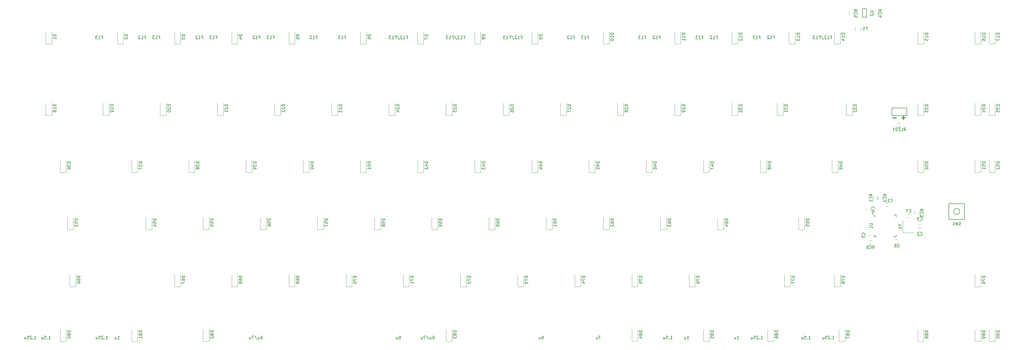
<source format=gbr>
%TF.GenerationSoftware,KiCad,Pcbnew,9.0.5*%
%TF.CreationDate,2025-11-02T19:53:54+09:00*%
%TF.ProjectId,Galatea_Old_Type_6u,47616c61-7465-4615-9f4f-6c645f547970,rev?*%
%TF.SameCoordinates,Original*%
%TF.FileFunction,Legend,Bot*%
%TF.FilePolarity,Positive*%
%FSLAX46Y46*%
G04 Gerber Fmt 4.6, Leading zero omitted, Abs format (unit mm)*
G04 Created by KiCad (PCBNEW 9.0.5) date 2025-11-02 19:53:54*
%MOMM*%
%LPD*%
G01*
G04 APERTURE LIST*
%ADD10C,0.150000*%
%ADD11C,0.300000*%
%ADD12C,0.120000*%
G04 APERTURE END LIST*
D10*
X124742387Y-95389759D02*
X125075720Y-95389759D01*
X125075720Y-95913569D02*
X125075720Y-94913569D01*
X125075720Y-94913569D02*
X124599530Y-94913569D01*
X123694768Y-95913569D02*
X124266196Y-95913569D01*
X123980482Y-95913569D02*
X123980482Y-94913569D01*
X123980482Y-94913569D02*
X124075720Y-95056426D01*
X124075720Y-95056426D02*
X124170958Y-95151664D01*
X124170958Y-95151664D02*
X124266196Y-95199283D01*
X123313815Y-95008807D02*
X123266196Y-94961188D01*
X123266196Y-94961188D02*
X123170958Y-94913569D01*
X123170958Y-94913569D02*
X122932863Y-94913569D01*
X122932863Y-94913569D02*
X122837625Y-94961188D01*
X122837625Y-94961188D02*
X122790006Y-95008807D01*
X122790006Y-95008807D02*
X122742387Y-95104045D01*
X122742387Y-95104045D02*
X122742387Y-95199283D01*
X122742387Y-95199283D02*
X122790006Y-95342140D01*
X122790006Y-95342140D02*
X123361434Y-95913569D01*
X123361434Y-95913569D02*
X122742387Y-95913569D01*
X219103399Y-194926069D02*
X219293875Y-194926069D01*
X219293875Y-194926069D02*
X219389113Y-194973688D01*
X219389113Y-194973688D02*
X219436732Y-195021307D01*
X219436732Y-195021307D02*
X219531970Y-195164164D01*
X219531970Y-195164164D02*
X219579589Y-195354640D01*
X219579589Y-195354640D02*
X219579589Y-195735592D01*
X219579589Y-195735592D02*
X219531970Y-195830830D01*
X219531970Y-195830830D02*
X219484351Y-195878450D01*
X219484351Y-195878450D02*
X219389113Y-195926069D01*
X219389113Y-195926069D02*
X219198637Y-195926069D01*
X219198637Y-195926069D02*
X219103399Y-195878450D01*
X219103399Y-195878450D02*
X219055780Y-195830830D01*
X219055780Y-195830830D02*
X219008161Y-195735592D01*
X219008161Y-195735592D02*
X219008161Y-195497497D01*
X219008161Y-195497497D02*
X219055780Y-195402259D01*
X219055780Y-195402259D02*
X219103399Y-195354640D01*
X219103399Y-195354640D02*
X219198637Y-195307021D01*
X219198637Y-195307021D02*
X219389113Y-195307021D01*
X219389113Y-195307021D02*
X219484351Y-195354640D01*
X219484351Y-195354640D02*
X219531970Y-195402259D01*
X219531970Y-195402259D02*
X219579589Y-195497497D01*
X218151018Y-195259402D02*
X218151018Y-195926069D01*
X218579589Y-195259402D02*
X218579589Y-195783211D01*
X218579589Y-195783211D02*
X218531970Y-195878450D01*
X218531970Y-195878450D02*
X218436732Y-195926069D01*
X218436732Y-195926069D02*
X218293875Y-195926069D01*
X218293875Y-195926069D02*
X218198637Y-195878450D01*
X218198637Y-195878450D02*
X218151018Y-195830830D01*
X193004887Y-95389759D02*
X193338220Y-95389759D01*
X193338220Y-95913569D02*
X193338220Y-94913569D01*
X193338220Y-94913569D02*
X192862030Y-94913569D01*
X191957268Y-95913569D02*
X192528696Y-95913569D01*
X192242982Y-95913569D02*
X192242982Y-94913569D01*
X192242982Y-94913569D02*
X192338220Y-95056426D01*
X192338220Y-95056426D02*
X192433458Y-95151664D01*
X192433458Y-95151664D02*
X192528696Y-95199283D01*
X191576315Y-95008807D02*
X191528696Y-94961188D01*
X191528696Y-94961188D02*
X191433458Y-94913569D01*
X191433458Y-94913569D02*
X191195363Y-94913569D01*
X191195363Y-94913569D02*
X191100125Y-94961188D01*
X191100125Y-94961188D02*
X191052506Y-95008807D01*
X191052506Y-95008807D02*
X191004887Y-95104045D01*
X191004887Y-95104045D02*
X191004887Y-95199283D01*
X191004887Y-95199283D02*
X191052506Y-95342140D01*
X191052506Y-95342140D02*
X191623934Y-95913569D01*
X191623934Y-95913569D02*
X191004887Y-95913569D01*
X189862030Y-94865950D02*
X190719172Y-96151664D01*
X189195363Y-95389759D02*
X189528696Y-95389759D01*
X189528696Y-95913569D02*
X189528696Y-94913569D01*
X189528696Y-94913569D02*
X189052506Y-94913569D01*
X188147744Y-95913569D02*
X188719172Y-95913569D01*
X188433458Y-95913569D02*
X188433458Y-94913569D01*
X188433458Y-94913569D02*
X188528696Y-95056426D01*
X188528696Y-95056426D02*
X188623934Y-95151664D01*
X188623934Y-95151664D02*
X188719172Y-95199283D01*
X187814410Y-94913569D02*
X187195363Y-94913569D01*
X187195363Y-94913569D02*
X187528696Y-95294521D01*
X187528696Y-95294521D02*
X187385839Y-95294521D01*
X187385839Y-95294521D02*
X187290601Y-95342140D01*
X187290601Y-95342140D02*
X187242982Y-95389759D01*
X187242982Y-95389759D02*
X187195363Y-95484997D01*
X187195363Y-95484997D02*
X187195363Y-95723092D01*
X187195363Y-95723092D02*
X187242982Y-95818330D01*
X187242982Y-95818330D02*
X187290601Y-95865950D01*
X187290601Y-95865950D02*
X187385839Y-95913569D01*
X187385839Y-95913569D02*
X187671553Y-95913569D01*
X187671553Y-95913569D02*
X187766791Y-95865950D01*
X187766791Y-95865950D02*
X187814410Y-95818330D01*
X234279887Y-95389759D02*
X234613220Y-95389759D01*
X234613220Y-95913569D02*
X234613220Y-94913569D01*
X234613220Y-94913569D02*
X234137030Y-94913569D01*
X233232268Y-95913569D02*
X233803696Y-95913569D01*
X233517982Y-95913569D02*
X233517982Y-94913569D01*
X233517982Y-94913569D02*
X233613220Y-95056426D01*
X233613220Y-95056426D02*
X233708458Y-95151664D01*
X233708458Y-95151664D02*
X233803696Y-95199283D01*
X232898934Y-94913569D02*
X232279887Y-94913569D01*
X232279887Y-94913569D02*
X232613220Y-95294521D01*
X232613220Y-95294521D02*
X232470363Y-95294521D01*
X232470363Y-95294521D02*
X232375125Y-95342140D01*
X232375125Y-95342140D02*
X232327506Y-95389759D01*
X232327506Y-95389759D02*
X232279887Y-95484997D01*
X232279887Y-95484997D02*
X232279887Y-95723092D01*
X232279887Y-95723092D02*
X232327506Y-95818330D01*
X232327506Y-95818330D02*
X232375125Y-95865950D01*
X232375125Y-95865950D02*
X232470363Y-95913569D01*
X232470363Y-95913569D02*
X232756077Y-95913569D01*
X232756077Y-95913569D02*
X232851315Y-95865950D01*
X232851315Y-95865950D02*
X232898934Y-95818330D01*
X182689285Y-194926069D02*
X182879761Y-194926069D01*
X182879761Y-194926069D02*
X182974999Y-194973688D01*
X182974999Y-194973688D02*
X183022618Y-195021307D01*
X183022618Y-195021307D02*
X183117856Y-195164164D01*
X183117856Y-195164164D02*
X183165475Y-195354640D01*
X183165475Y-195354640D02*
X183165475Y-195735592D01*
X183165475Y-195735592D02*
X183117856Y-195830830D01*
X183117856Y-195830830D02*
X183070237Y-195878450D01*
X183070237Y-195878450D02*
X182974999Y-195926069D01*
X182974999Y-195926069D02*
X182784523Y-195926069D01*
X182784523Y-195926069D02*
X182689285Y-195878450D01*
X182689285Y-195878450D02*
X182641666Y-195830830D01*
X182641666Y-195830830D02*
X182594047Y-195735592D01*
X182594047Y-195735592D02*
X182594047Y-195497497D01*
X182594047Y-195497497D02*
X182641666Y-195402259D01*
X182641666Y-195402259D02*
X182689285Y-195354640D01*
X182689285Y-195354640D02*
X182784523Y-195307021D01*
X182784523Y-195307021D02*
X182974999Y-195307021D01*
X182974999Y-195307021D02*
X183070237Y-195354640D01*
X183070237Y-195354640D02*
X183117856Y-195402259D01*
X183117856Y-195402259D02*
X183165475Y-195497497D01*
X181736904Y-195259402D02*
X181736904Y-195926069D01*
X182165475Y-195259402D02*
X182165475Y-195783211D01*
X182165475Y-195783211D02*
X182117856Y-195878450D01*
X182117856Y-195878450D02*
X182022618Y-195926069D01*
X182022618Y-195926069D02*
X181879761Y-195926069D01*
X181879761Y-195926069D02*
X181784523Y-195878450D01*
X181784523Y-195878450D02*
X181736904Y-195830830D01*
X180546428Y-194878450D02*
X181403570Y-196164164D01*
X180308332Y-194926069D02*
X179641666Y-194926069D01*
X179641666Y-194926069D02*
X180070237Y-195926069D01*
X178832142Y-195259402D02*
X178832142Y-195926069D01*
X179260713Y-195259402D02*
X179260713Y-195783211D01*
X179260713Y-195783211D02*
X179213094Y-195878450D01*
X179213094Y-195878450D02*
X179117856Y-195926069D01*
X179117856Y-195926069D02*
X178974999Y-195926069D01*
X178974999Y-195926069D02*
X178879761Y-195878450D01*
X178879761Y-195878450D02*
X178832142Y-195830830D01*
X54701911Y-195926069D02*
X55273339Y-195926069D01*
X54987625Y-195926069D02*
X54987625Y-194926069D01*
X54987625Y-194926069D02*
X55082863Y-195068926D01*
X55082863Y-195068926D02*
X55178101Y-195164164D01*
X55178101Y-195164164D02*
X55273339Y-195211783D01*
X54273339Y-195830830D02*
X54225720Y-195878450D01*
X54225720Y-195878450D02*
X54273339Y-195926069D01*
X54273339Y-195926069D02*
X54320958Y-195878450D01*
X54320958Y-195878450D02*
X54273339Y-195830830D01*
X54273339Y-195830830D02*
X54273339Y-195926069D01*
X53320959Y-194926069D02*
X53797149Y-194926069D01*
X53797149Y-194926069D02*
X53844768Y-195402259D01*
X53844768Y-195402259D02*
X53797149Y-195354640D01*
X53797149Y-195354640D02*
X53701911Y-195307021D01*
X53701911Y-195307021D02*
X53463816Y-195307021D01*
X53463816Y-195307021D02*
X53368578Y-195354640D01*
X53368578Y-195354640D02*
X53320959Y-195402259D01*
X53320959Y-195402259D02*
X53273340Y-195497497D01*
X53273340Y-195497497D02*
X53273340Y-195735592D01*
X53273340Y-195735592D02*
X53320959Y-195830830D01*
X53320959Y-195830830D02*
X53368578Y-195878450D01*
X53368578Y-195878450D02*
X53463816Y-195926069D01*
X53463816Y-195926069D02*
X53701911Y-195926069D01*
X53701911Y-195926069D02*
X53797149Y-195878450D01*
X53797149Y-195878450D02*
X53844768Y-195830830D01*
X52416197Y-195259402D02*
X52416197Y-195926069D01*
X52844768Y-195259402D02*
X52844768Y-195783211D01*
X52844768Y-195783211D02*
X52797149Y-195878450D01*
X52797149Y-195878450D02*
X52701911Y-195926069D01*
X52701911Y-195926069D02*
X52559054Y-195926069D01*
X52559054Y-195926069D02*
X52463816Y-195878450D01*
X52463816Y-195878450D02*
X52416197Y-195830830D01*
X315845661Y-195926069D02*
X316417089Y-195926069D01*
X316131375Y-195926069D02*
X316131375Y-194926069D01*
X316131375Y-194926069D02*
X316226613Y-195068926D01*
X316226613Y-195068926D02*
X316321851Y-195164164D01*
X316321851Y-195164164D02*
X316417089Y-195211783D01*
X315417089Y-195830830D02*
X315369470Y-195878450D01*
X315369470Y-195878450D02*
X315417089Y-195926069D01*
X315417089Y-195926069D02*
X315464708Y-195878450D01*
X315464708Y-195878450D02*
X315417089Y-195830830D01*
X315417089Y-195830830D02*
X315417089Y-195926069D01*
X314988518Y-195021307D02*
X314940899Y-194973688D01*
X314940899Y-194973688D02*
X314845661Y-194926069D01*
X314845661Y-194926069D02*
X314607566Y-194926069D01*
X314607566Y-194926069D02*
X314512328Y-194973688D01*
X314512328Y-194973688D02*
X314464709Y-195021307D01*
X314464709Y-195021307D02*
X314417090Y-195116545D01*
X314417090Y-195116545D02*
X314417090Y-195211783D01*
X314417090Y-195211783D02*
X314464709Y-195354640D01*
X314464709Y-195354640D02*
X315036137Y-195926069D01*
X315036137Y-195926069D02*
X314417090Y-195926069D01*
X313512328Y-194926069D02*
X313988518Y-194926069D01*
X313988518Y-194926069D02*
X314036137Y-195402259D01*
X314036137Y-195402259D02*
X313988518Y-195354640D01*
X313988518Y-195354640D02*
X313893280Y-195307021D01*
X313893280Y-195307021D02*
X313655185Y-195307021D01*
X313655185Y-195307021D02*
X313559947Y-195354640D01*
X313559947Y-195354640D02*
X313512328Y-195402259D01*
X313512328Y-195402259D02*
X313464709Y-195497497D01*
X313464709Y-195497497D02*
X313464709Y-195735592D01*
X313464709Y-195735592D02*
X313512328Y-195830830D01*
X313512328Y-195830830D02*
X313559947Y-195878450D01*
X313559947Y-195878450D02*
X313655185Y-195926069D01*
X313655185Y-195926069D02*
X313893280Y-195926069D01*
X313893280Y-195926069D02*
X313988518Y-195878450D01*
X313988518Y-195878450D02*
X314036137Y-195830830D01*
X312607566Y-195259402D02*
X312607566Y-195926069D01*
X313036137Y-195259402D02*
X313036137Y-195783211D01*
X313036137Y-195783211D02*
X312988518Y-195878450D01*
X312988518Y-195878450D02*
X312893280Y-195926069D01*
X312893280Y-195926069D02*
X312750423Y-195926069D01*
X312750423Y-195926069D02*
X312655185Y-195878450D01*
X312655185Y-195878450D02*
X312607566Y-195830830D01*
X292033161Y-195926069D02*
X292604589Y-195926069D01*
X292318875Y-195926069D02*
X292318875Y-194926069D01*
X292318875Y-194926069D02*
X292414113Y-195068926D01*
X292414113Y-195068926D02*
X292509351Y-195164164D01*
X292509351Y-195164164D02*
X292604589Y-195211783D01*
X291604589Y-195830830D02*
X291556970Y-195878450D01*
X291556970Y-195878450D02*
X291604589Y-195926069D01*
X291604589Y-195926069D02*
X291652208Y-195878450D01*
X291652208Y-195878450D02*
X291604589Y-195830830D01*
X291604589Y-195830830D02*
X291604589Y-195926069D01*
X291176018Y-195021307D02*
X291128399Y-194973688D01*
X291128399Y-194973688D02*
X291033161Y-194926069D01*
X291033161Y-194926069D02*
X290795066Y-194926069D01*
X290795066Y-194926069D02*
X290699828Y-194973688D01*
X290699828Y-194973688D02*
X290652209Y-195021307D01*
X290652209Y-195021307D02*
X290604590Y-195116545D01*
X290604590Y-195116545D02*
X290604590Y-195211783D01*
X290604590Y-195211783D02*
X290652209Y-195354640D01*
X290652209Y-195354640D02*
X291223637Y-195926069D01*
X291223637Y-195926069D02*
X290604590Y-195926069D01*
X289699828Y-194926069D02*
X290176018Y-194926069D01*
X290176018Y-194926069D02*
X290223637Y-195402259D01*
X290223637Y-195402259D02*
X290176018Y-195354640D01*
X290176018Y-195354640D02*
X290080780Y-195307021D01*
X290080780Y-195307021D02*
X289842685Y-195307021D01*
X289842685Y-195307021D02*
X289747447Y-195354640D01*
X289747447Y-195354640D02*
X289699828Y-195402259D01*
X289699828Y-195402259D02*
X289652209Y-195497497D01*
X289652209Y-195497497D02*
X289652209Y-195735592D01*
X289652209Y-195735592D02*
X289699828Y-195830830D01*
X289699828Y-195830830D02*
X289747447Y-195878450D01*
X289747447Y-195878450D02*
X289842685Y-195926069D01*
X289842685Y-195926069D02*
X290080780Y-195926069D01*
X290080780Y-195926069D02*
X290176018Y-195878450D01*
X290176018Y-195878450D02*
X290223637Y-195830830D01*
X288795066Y-195259402D02*
X288795066Y-195926069D01*
X289223637Y-195259402D02*
X289223637Y-195783211D01*
X289223637Y-195783211D02*
X289176018Y-195878450D01*
X289176018Y-195878450D02*
X289080780Y-195926069D01*
X289080780Y-195926069D02*
X288937923Y-195926069D01*
X288937923Y-195926069D02*
X288842685Y-195878450D01*
X288842685Y-195878450D02*
X288795066Y-195830830D01*
X229517387Y-95389759D02*
X229850720Y-95389759D01*
X229850720Y-95913569D02*
X229850720Y-94913569D01*
X229850720Y-94913569D02*
X229374530Y-94913569D01*
X228469768Y-95913569D02*
X229041196Y-95913569D01*
X228755482Y-95913569D02*
X228755482Y-94913569D01*
X228755482Y-94913569D02*
X228850720Y-95056426D01*
X228850720Y-95056426D02*
X228945958Y-95151664D01*
X228945958Y-95151664D02*
X229041196Y-95199283D01*
X228088815Y-95008807D02*
X228041196Y-94961188D01*
X228041196Y-94961188D02*
X227945958Y-94913569D01*
X227945958Y-94913569D02*
X227707863Y-94913569D01*
X227707863Y-94913569D02*
X227612625Y-94961188D01*
X227612625Y-94961188D02*
X227565006Y-95008807D01*
X227565006Y-95008807D02*
X227517387Y-95104045D01*
X227517387Y-95104045D02*
X227517387Y-95199283D01*
X227517387Y-95199283D02*
X227565006Y-95342140D01*
X227565006Y-95342140D02*
X228136434Y-95913569D01*
X228136434Y-95913569D02*
X227517387Y-95913569D01*
X261870661Y-195926069D02*
X262442089Y-195926069D01*
X262156375Y-195926069D02*
X262156375Y-194926069D01*
X262156375Y-194926069D02*
X262251613Y-195068926D01*
X262251613Y-195068926D02*
X262346851Y-195164164D01*
X262346851Y-195164164D02*
X262442089Y-195211783D01*
X261442089Y-195830830D02*
X261394470Y-195878450D01*
X261394470Y-195878450D02*
X261442089Y-195926069D01*
X261442089Y-195926069D02*
X261489708Y-195878450D01*
X261489708Y-195878450D02*
X261442089Y-195830830D01*
X261442089Y-195830830D02*
X261442089Y-195926069D01*
X260489709Y-194926069D02*
X260965899Y-194926069D01*
X260965899Y-194926069D02*
X261013518Y-195402259D01*
X261013518Y-195402259D02*
X260965899Y-195354640D01*
X260965899Y-195354640D02*
X260870661Y-195307021D01*
X260870661Y-195307021D02*
X260632566Y-195307021D01*
X260632566Y-195307021D02*
X260537328Y-195354640D01*
X260537328Y-195354640D02*
X260489709Y-195402259D01*
X260489709Y-195402259D02*
X260442090Y-195497497D01*
X260442090Y-195497497D02*
X260442090Y-195735592D01*
X260442090Y-195735592D02*
X260489709Y-195830830D01*
X260489709Y-195830830D02*
X260537328Y-195878450D01*
X260537328Y-195878450D02*
X260632566Y-195926069D01*
X260632566Y-195926069D02*
X260870661Y-195926069D01*
X260870661Y-195926069D02*
X260965899Y-195878450D01*
X260965899Y-195878450D02*
X261013518Y-195830830D01*
X259584947Y-195259402D02*
X259584947Y-195926069D01*
X260013518Y-195259402D02*
X260013518Y-195783211D01*
X260013518Y-195783211D02*
X259965899Y-195878450D01*
X259965899Y-195878450D02*
X259870661Y-195926069D01*
X259870661Y-195926069D02*
X259727804Y-195926069D01*
X259727804Y-195926069D02*
X259632566Y-195878450D01*
X259632566Y-195878450D02*
X259584947Y-195830830D01*
X171478399Y-194926069D02*
X171668875Y-194926069D01*
X171668875Y-194926069D02*
X171764113Y-194973688D01*
X171764113Y-194973688D02*
X171811732Y-195021307D01*
X171811732Y-195021307D02*
X171906970Y-195164164D01*
X171906970Y-195164164D02*
X171954589Y-195354640D01*
X171954589Y-195354640D02*
X171954589Y-195735592D01*
X171954589Y-195735592D02*
X171906970Y-195830830D01*
X171906970Y-195830830D02*
X171859351Y-195878450D01*
X171859351Y-195878450D02*
X171764113Y-195926069D01*
X171764113Y-195926069D02*
X171573637Y-195926069D01*
X171573637Y-195926069D02*
X171478399Y-195878450D01*
X171478399Y-195878450D02*
X171430780Y-195830830D01*
X171430780Y-195830830D02*
X171383161Y-195735592D01*
X171383161Y-195735592D02*
X171383161Y-195497497D01*
X171383161Y-195497497D02*
X171430780Y-195402259D01*
X171430780Y-195402259D02*
X171478399Y-195354640D01*
X171478399Y-195354640D02*
X171573637Y-195307021D01*
X171573637Y-195307021D02*
X171764113Y-195307021D01*
X171764113Y-195307021D02*
X171859351Y-195354640D01*
X171859351Y-195354640D02*
X171906970Y-195402259D01*
X171906970Y-195402259D02*
X171954589Y-195497497D01*
X170526018Y-195259402D02*
X170526018Y-195926069D01*
X170954589Y-195259402D02*
X170954589Y-195783211D01*
X170954589Y-195783211D02*
X170906970Y-195878450D01*
X170906970Y-195878450D02*
X170811732Y-195926069D01*
X170811732Y-195926069D02*
X170668875Y-195926069D01*
X170668875Y-195926069D02*
X170573637Y-195878450D01*
X170573637Y-195878450D02*
X170526018Y-195830830D01*
X284095661Y-195926069D02*
X284667089Y-195926069D01*
X284381375Y-195926069D02*
X284381375Y-194926069D01*
X284381375Y-194926069D02*
X284476613Y-195068926D01*
X284476613Y-195068926D02*
X284571851Y-195164164D01*
X284571851Y-195164164D02*
X284667089Y-195211783D01*
X283238518Y-195259402D02*
X283238518Y-195926069D01*
X283667089Y-195259402D02*
X283667089Y-195783211D01*
X283667089Y-195783211D02*
X283619470Y-195878450D01*
X283619470Y-195878450D02*
X283524232Y-195926069D01*
X283524232Y-195926069D02*
X283381375Y-195926069D01*
X283381375Y-195926069D02*
X283286137Y-195878450D01*
X283286137Y-195878450D02*
X283238518Y-195830830D01*
X105692387Y-95389759D02*
X106025720Y-95389759D01*
X106025720Y-95913569D02*
X106025720Y-94913569D01*
X106025720Y-94913569D02*
X105549530Y-94913569D01*
X104644768Y-95913569D02*
X105216196Y-95913569D01*
X104930482Y-95913569D02*
X104930482Y-94913569D01*
X104930482Y-94913569D02*
X105025720Y-95056426D01*
X105025720Y-95056426D02*
X105120958Y-95151664D01*
X105120958Y-95151664D02*
X105216196Y-95199283D01*
X104263815Y-95008807D02*
X104216196Y-94961188D01*
X104216196Y-94961188D02*
X104120958Y-94913569D01*
X104120958Y-94913569D02*
X103882863Y-94913569D01*
X103882863Y-94913569D02*
X103787625Y-94961188D01*
X103787625Y-94961188D02*
X103740006Y-95008807D01*
X103740006Y-95008807D02*
X103692387Y-95104045D01*
X103692387Y-95104045D02*
X103692387Y-95199283D01*
X103692387Y-95199283D02*
X103740006Y-95342140D01*
X103740006Y-95342140D02*
X104311434Y-95913569D01*
X104311434Y-95913569D02*
X103692387Y-95913569D01*
X238677208Y-194926069D02*
X238010542Y-194926069D01*
X238010542Y-194926069D02*
X238439113Y-195926069D01*
X237201018Y-195259402D02*
X237201018Y-195926069D01*
X237629589Y-195259402D02*
X237629589Y-195783211D01*
X237629589Y-195783211D02*
X237581970Y-195878450D01*
X237581970Y-195878450D02*
X237486732Y-195926069D01*
X237486732Y-195926069D02*
X237343875Y-195926069D01*
X237343875Y-195926069D02*
X237248637Y-195878450D01*
X237248637Y-195878450D02*
X237201018Y-195830830D01*
X143792387Y-95389759D02*
X144125720Y-95389759D01*
X144125720Y-95913569D02*
X144125720Y-94913569D01*
X144125720Y-94913569D02*
X143649530Y-94913569D01*
X142744768Y-95913569D02*
X143316196Y-95913569D01*
X143030482Y-95913569D02*
X143030482Y-94913569D01*
X143030482Y-94913569D02*
X143125720Y-95056426D01*
X143125720Y-95056426D02*
X143220958Y-95151664D01*
X143220958Y-95151664D02*
X143316196Y-95199283D01*
X142363815Y-95008807D02*
X142316196Y-94961188D01*
X142316196Y-94961188D02*
X142220958Y-94913569D01*
X142220958Y-94913569D02*
X141982863Y-94913569D01*
X141982863Y-94913569D02*
X141887625Y-94961188D01*
X141887625Y-94961188D02*
X141840006Y-95008807D01*
X141840006Y-95008807D02*
X141792387Y-95104045D01*
X141792387Y-95104045D02*
X141792387Y-95199283D01*
X141792387Y-95199283D02*
X141840006Y-95342140D01*
X141840006Y-95342140D02*
X142411434Y-95913569D01*
X142411434Y-95913569D02*
X141792387Y-95913569D01*
X315242387Y-95389759D02*
X315575720Y-95389759D01*
X315575720Y-95913569D02*
X315575720Y-94913569D01*
X315575720Y-94913569D02*
X315099530Y-94913569D01*
X314194768Y-95913569D02*
X314766196Y-95913569D01*
X314480482Y-95913569D02*
X314480482Y-94913569D01*
X314480482Y-94913569D02*
X314575720Y-95056426D01*
X314575720Y-95056426D02*
X314670958Y-95151664D01*
X314670958Y-95151664D02*
X314766196Y-95199283D01*
X313813815Y-95008807D02*
X313766196Y-94961188D01*
X313766196Y-94961188D02*
X313670958Y-94913569D01*
X313670958Y-94913569D02*
X313432863Y-94913569D01*
X313432863Y-94913569D02*
X313337625Y-94961188D01*
X313337625Y-94961188D02*
X313290006Y-95008807D01*
X313290006Y-95008807D02*
X313242387Y-95104045D01*
X313242387Y-95104045D02*
X313242387Y-95199283D01*
X313242387Y-95199283D02*
X313290006Y-95342140D01*
X313290006Y-95342140D02*
X313861434Y-95913569D01*
X313861434Y-95913569D02*
X313242387Y-95913569D01*
X312099530Y-94865950D02*
X312956672Y-96151664D01*
X311432863Y-95389759D02*
X311766196Y-95389759D01*
X311766196Y-95913569D02*
X311766196Y-94913569D01*
X311766196Y-94913569D02*
X311290006Y-94913569D01*
X310385244Y-95913569D02*
X310956672Y-95913569D01*
X310670958Y-95913569D02*
X310670958Y-94913569D01*
X310670958Y-94913569D02*
X310766196Y-95056426D01*
X310766196Y-95056426D02*
X310861434Y-95151664D01*
X310861434Y-95151664D02*
X310956672Y-95199283D01*
X310051910Y-94913569D02*
X309432863Y-94913569D01*
X309432863Y-94913569D02*
X309766196Y-95294521D01*
X309766196Y-95294521D02*
X309623339Y-95294521D01*
X309623339Y-95294521D02*
X309528101Y-95342140D01*
X309528101Y-95342140D02*
X309480482Y-95389759D01*
X309480482Y-95389759D02*
X309432863Y-95484997D01*
X309432863Y-95484997D02*
X309432863Y-95723092D01*
X309432863Y-95723092D02*
X309480482Y-95818330D01*
X309480482Y-95818330D02*
X309528101Y-95865950D01*
X309528101Y-95865950D02*
X309623339Y-95913569D01*
X309623339Y-95913569D02*
X309909053Y-95913569D01*
X309909053Y-95913569D02*
X310004291Y-95865950D01*
X310004291Y-95865950D02*
X310051910Y-95818330D01*
X253329887Y-95389759D02*
X253663220Y-95389759D01*
X253663220Y-95913569D02*
X253663220Y-94913569D01*
X253663220Y-94913569D02*
X253187030Y-94913569D01*
X252282268Y-95913569D02*
X252853696Y-95913569D01*
X252567982Y-95913569D02*
X252567982Y-94913569D01*
X252567982Y-94913569D02*
X252663220Y-95056426D01*
X252663220Y-95056426D02*
X252758458Y-95151664D01*
X252758458Y-95151664D02*
X252853696Y-95199283D01*
X251948934Y-94913569D02*
X251329887Y-94913569D01*
X251329887Y-94913569D02*
X251663220Y-95294521D01*
X251663220Y-95294521D02*
X251520363Y-95294521D01*
X251520363Y-95294521D02*
X251425125Y-95342140D01*
X251425125Y-95342140D02*
X251377506Y-95389759D01*
X251377506Y-95389759D02*
X251329887Y-95484997D01*
X251329887Y-95484997D02*
X251329887Y-95723092D01*
X251329887Y-95723092D02*
X251377506Y-95818330D01*
X251377506Y-95818330D02*
X251425125Y-95865950D01*
X251425125Y-95865950D02*
X251520363Y-95913569D01*
X251520363Y-95913569D02*
X251806077Y-95913569D01*
X251806077Y-95913569D02*
X251901315Y-95865950D01*
X251901315Y-95865950D02*
X251948934Y-95818330D01*
X212054887Y-95389759D02*
X212388220Y-95389759D01*
X212388220Y-95913569D02*
X212388220Y-94913569D01*
X212388220Y-94913569D02*
X211912030Y-94913569D01*
X211007268Y-95913569D02*
X211578696Y-95913569D01*
X211292982Y-95913569D02*
X211292982Y-94913569D01*
X211292982Y-94913569D02*
X211388220Y-95056426D01*
X211388220Y-95056426D02*
X211483458Y-95151664D01*
X211483458Y-95151664D02*
X211578696Y-95199283D01*
X210626315Y-95008807D02*
X210578696Y-94961188D01*
X210578696Y-94961188D02*
X210483458Y-94913569D01*
X210483458Y-94913569D02*
X210245363Y-94913569D01*
X210245363Y-94913569D02*
X210150125Y-94961188D01*
X210150125Y-94961188D02*
X210102506Y-95008807D01*
X210102506Y-95008807D02*
X210054887Y-95104045D01*
X210054887Y-95104045D02*
X210054887Y-95199283D01*
X210054887Y-95199283D02*
X210102506Y-95342140D01*
X210102506Y-95342140D02*
X210673934Y-95913569D01*
X210673934Y-95913569D02*
X210054887Y-95913569D01*
X208912030Y-94865950D02*
X209769172Y-96151664D01*
X208245363Y-95389759D02*
X208578696Y-95389759D01*
X208578696Y-95913569D02*
X208578696Y-94913569D01*
X208578696Y-94913569D02*
X208102506Y-94913569D01*
X207197744Y-95913569D02*
X207769172Y-95913569D01*
X207483458Y-95913569D02*
X207483458Y-94913569D01*
X207483458Y-94913569D02*
X207578696Y-95056426D01*
X207578696Y-95056426D02*
X207673934Y-95151664D01*
X207673934Y-95151664D02*
X207769172Y-95199283D01*
X206864410Y-94913569D02*
X206245363Y-94913569D01*
X206245363Y-94913569D02*
X206578696Y-95294521D01*
X206578696Y-95294521D02*
X206435839Y-95294521D01*
X206435839Y-95294521D02*
X206340601Y-95342140D01*
X206340601Y-95342140D02*
X206292982Y-95389759D01*
X206292982Y-95389759D02*
X206245363Y-95484997D01*
X206245363Y-95484997D02*
X206245363Y-95723092D01*
X206245363Y-95723092D02*
X206292982Y-95818330D01*
X206292982Y-95818330D02*
X206340601Y-95865950D01*
X206340601Y-95865950D02*
X206435839Y-95913569D01*
X206435839Y-95913569D02*
X206721553Y-95913569D01*
X206721553Y-95913569D02*
X206816791Y-95865950D01*
X206816791Y-95865950D02*
X206864410Y-95818330D01*
X291429887Y-95389759D02*
X291763220Y-95389759D01*
X291763220Y-95913569D02*
X291763220Y-94913569D01*
X291763220Y-94913569D02*
X291287030Y-94913569D01*
X290382268Y-95913569D02*
X290953696Y-95913569D01*
X290667982Y-95913569D02*
X290667982Y-94913569D01*
X290667982Y-94913569D02*
X290763220Y-95056426D01*
X290763220Y-95056426D02*
X290858458Y-95151664D01*
X290858458Y-95151664D02*
X290953696Y-95199283D01*
X290048934Y-94913569D02*
X289429887Y-94913569D01*
X289429887Y-94913569D02*
X289763220Y-95294521D01*
X289763220Y-95294521D02*
X289620363Y-95294521D01*
X289620363Y-95294521D02*
X289525125Y-95342140D01*
X289525125Y-95342140D02*
X289477506Y-95389759D01*
X289477506Y-95389759D02*
X289429887Y-95484997D01*
X289429887Y-95484997D02*
X289429887Y-95723092D01*
X289429887Y-95723092D02*
X289477506Y-95818330D01*
X289477506Y-95818330D02*
X289525125Y-95865950D01*
X289525125Y-95865950D02*
X289620363Y-95913569D01*
X289620363Y-95913569D02*
X289906077Y-95913569D01*
X289906077Y-95913569D02*
X290001315Y-95865950D01*
X290001315Y-95865950D02*
X290048934Y-95818330D01*
X86642387Y-95389759D02*
X86975720Y-95389759D01*
X86975720Y-95913569D02*
X86975720Y-94913569D01*
X86975720Y-94913569D02*
X86499530Y-94913569D01*
X85594768Y-95913569D02*
X86166196Y-95913569D01*
X85880482Y-95913569D02*
X85880482Y-94913569D01*
X85880482Y-94913569D02*
X85975720Y-95056426D01*
X85975720Y-95056426D02*
X86070958Y-95151664D01*
X86070958Y-95151664D02*
X86166196Y-95199283D01*
X85213815Y-95008807D02*
X85166196Y-94961188D01*
X85166196Y-94961188D02*
X85070958Y-94913569D01*
X85070958Y-94913569D02*
X84832863Y-94913569D01*
X84832863Y-94913569D02*
X84737625Y-94961188D01*
X84737625Y-94961188D02*
X84690006Y-95008807D01*
X84690006Y-95008807D02*
X84642387Y-95104045D01*
X84642387Y-95104045D02*
X84642387Y-95199283D01*
X84642387Y-95199283D02*
X84690006Y-95342140D01*
X84690006Y-95342140D02*
X85261434Y-95913569D01*
X85261434Y-95913569D02*
X84642387Y-95913569D01*
X129504887Y-95389759D02*
X129838220Y-95389759D01*
X129838220Y-95913569D02*
X129838220Y-94913569D01*
X129838220Y-94913569D02*
X129362030Y-94913569D01*
X128457268Y-95913569D02*
X129028696Y-95913569D01*
X128742982Y-95913569D02*
X128742982Y-94913569D01*
X128742982Y-94913569D02*
X128838220Y-95056426D01*
X128838220Y-95056426D02*
X128933458Y-95151664D01*
X128933458Y-95151664D02*
X129028696Y-95199283D01*
X128123934Y-94913569D02*
X127504887Y-94913569D01*
X127504887Y-94913569D02*
X127838220Y-95294521D01*
X127838220Y-95294521D02*
X127695363Y-95294521D01*
X127695363Y-95294521D02*
X127600125Y-95342140D01*
X127600125Y-95342140D02*
X127552506Y-95389759D01*
X127552506Y-95389759D02*
X127504887Y-95484997D01*
X127504887Y-95484997D02*
X127504887Y-95723092D01*
X127504887Y-95723092D02*
X127552506Y-95818330D01*
X127552506Y-95818330D02*
X127600125Y-95865950D01*
X127600125Y-95865950D02*
X127695363Y-95913569D01*
X127695363Y-95913569D02*
X127981077Y-95913569D01*
X127981077Y-95913569D02*
X128076315Y-95865950D01*
X128076315Y-95865950D02*
X128123934Y-95818330D01*
D11*
X337145489Y-122229400D02*
X336002632Y-122229400D01*
D10*
X110454887Y-95389759D02*
X110788220Y-95389759D01*
X110788220Y-95913569D02*
X110788220Y-94913569D01*
X110788220Y-94913569D02*
X110312030Y-94913569D01*
X109407268Y-95913569D02*
X109978696Y-95913569D01*
X109692982Y-95913569D02*
X109692982Y-94913569D01*
X109692982Y-94913569D02*
X109788220Y-95056426D01*
X109788220Y-95056426D02*
X109883458Y-95151664D01*
X109883458Y-95151664D02*
X109978696Y-95199283D01*
X109073934Y-94913569D02*
X108454887Y-94913569D01*
X108454887Y-94913569D02*
X108788220Y-95294521D01*
X108788220Y-95294521D02*
X108645363Y-95294521D01*
X108645363Y-95294521D02*
X108550125Y-95342140D01*
X108550125Y-95342140D02*
X108502506Y-95389759D01*
X108502506Y-95389759D02*
X108454887Y-95484997D01*
X108454887Y-95484997D02*
X108454887Y-95723092D01*
X108454887Y-95723092D02*
X108502506Y-95818330D01*
X108502506Y-95818330D02*
X108550125Y-95865950D01*
X108550125Y-95865950D02*
X108645363Y-95913569D01*
X108645363Y-95913569D02*
X108931077Y-95913569D01*
X108931077Y-95913569D02*
X109026315Y-95865950D01*
X109026315Y-95865950D02*
X109073934Y-95818330D01*
X272379887Y-95389759D02*
X272713220Y-95389759D01*
X272713220Y-95913569D02*
X272713220Y-94913569D01*
X272713220Y-94913569D02*
X272237030Y-94913569D01*
X271332268Y-95913569D02*
X271903696Y-95913569D01*
X271617982Y-95913569D02*
X271617982Y-94913569D01*
X271617982Y-94913569D02*
X271713220Y-95056426D01*
X271713220Y-95056426D02*
X271808458Y-95151664D01*
X271808458Y-95151664D02*
X271903696Y-95199283D01*
X270998934Y-94913569D02*
X270379887Y-94913569D01*
X270379887Y-94913569D02*
X270713220Y-95294521D01*
X270713220Y-95294521D02*
X270570363Y-95294521D01*
X270570363Y-95294521D02*
X270475125Y-95342140D01*
X270475125Y-95342140D02*
X270427506Y-95389759D01*
X270427506Y-95389759D02*
X270379887Y-95484997D01*
X270379887Y-95484997D02*
X270379887Y-95723092D01*
X270379887Y-95723092D02*
X270427506Y-95818330D01*
X270427506Y-95818330D02*
X270475125Y-95865950D01*
X270475125Y-95865950D02*
X270570363Y-95913569D01*
X270570363Y-95913569D02*
X270856077Y-95913569D01*
X270856077Y-95913569D02*
X270951315Y-95865950D01*
X270951315Y-95865950D02*
X270998934Y-95818330D01*
X307908161Y-195926069D02*
X308479589Y-195926069D01*
X308193875Y-195926069D02*
X308193875Y-194926069D01*
X308193875Y-194926069D02*
X308289113Y-195068926D01*
X308289113Y-195068926D02*
X308384351Y-195164164D01*
X308384351Y-195164164D02*
X308479589Y-195211783D01*
X307479589Y-195830830D02*
X307431970Y-195878450D01*
X307431970Y-195878450D02*
X307479589Y-195926069D01*
X307479589Y-195926069D02*
X307527208Y-195878450D01*
X307527208Y-195878450D02*
X307479589Y-195830830D01*
X307479589Y-195830830D02*
X307479589Y-195926069D01*
X306527209Y-194926069D02*
X307003399Y-194926069D01*
X307003399Y-194926069D02*
X307051018Y-195402259D01*
X307051018Y-195402259D02*
X307003399Y-195354640D01*
X307003399Y-195354640D02*
X306908161Y-195307021D01*
X306908161Y-195307021D02*
X306670066Y-195307021D01*
X306670066Y-195307021D02*
X306574828Y-195354640D01*
X306574828Y-195354640D02*
X306527209Y-195402259D01*
X306527209Y-195402259D02*
X306479590Y-195497497D01*
X306479590Y-195497497D02*
X306479590Y-195735592D01*
X306479590Y-195735592D02*
X306527209Y-195830830D01*
X306527209Y-195830830D02*
X306574828Y-195878450D01*
X306574828Y-195878450D02*
X306670066Y-195926069D01*
X306670066Y-195926069D02*
X306908161Y-195926069D01*
X306908161Y-195926069D02*
X307003399Y-195878450D01*
X307003399Y-195878450D02*
X307051018Y-195830830D01*
X305622447Y-195259402D02*
X305622447Y-195926069D01*
X306051018Y-195259402D02*
X306051018Y-195783211D01*
X306051018Y-195783211D02*
X306003399Y-195878450D01*
X306003399Y-195878450D02*
X305908161Y-195926069D01*
X305908161Y-195926069D02*
X305765304Y-195926069D01*
X305765304Y-195926069D02*
X305670066Y-195878450D01*
X305670066Y-195878450D02*
X305622447Y-195830830D01*
X296192387Y-95389759D02*
X296525720Y-95389759D01*
X296525720Y-95913569D02*
X296525720Y-94913569D01*
X296525720Y-94913569D02*
X296049530Y-94913569D01*
X295144768Y-95913569D02*
X295716196Y-95913569D01*
X295430482Y-95913569D02*
X295430482Y-94913569D01*
X295430482Y-94913569D02*
X295525720Y-95056426D01*
X295525720Y-95056426D02*
X295620958Y-95151664D01*
X295620958Y-95151664D02*
X295716196Y-95199283D01*
X294763815Y-95008807D02*
X294716196Y-94961188D01*
X294716196Y-94961188D02*
X294620958Y-94913569D01*
X294620958Y-94913569D02*
X294382863Y-94913569D01*
X294382863Y-94913569D02*
X294287625Y-94961188D01*
X294287625Y-94961188D02*
X294240006Y-95008807D01*
X294240006Y-95008807D02*
X294192387Y-95104045D01*
X294192387Y-95104045D02*
X294192387Y-95199283D01*
X294192387Y-95199283D02*
X294240006Y-95342140D01*
X294240006Y-95342140D02*
X294811434Y-95913569D01*
X294811434Y-95913569D02*
X294192387Y-95913569D01*
X72354887Y-95389759D02*
X72688220Y-95389759D01*
X72688220Y-95913569D02*
X72688220Y-94913569D01*
X72688220Y-94913569D02*
X72212030Y-94913569D01*
X71307268Y-95913569D02*
X71878696Y-95913569D01*
X71592982Y-95913569D02*
X71592982Y-94913569D01*
X71592982Y-94913569D02*
X71688220Y-95056426D01*
X71688220Y-95056426D02*
X71783458Y-95151664D01*
X71783458Y-95151664D02*
X71878696Y-95199283D01*
X70973934Y-94913569D02*
X70354887Y-94913569D01*
X70354887Y-94913569D02*
X70688220Y-95294521D01*
X70688220Y-95294521D02*
X70545363Y-95294521D01*
X70545363Y-95294521D02*
X70450125Y-95342140D01*
X70450125Y-95342140D02*
X70402506Y-95389759D01*
X70402506Y-95389759D02*
X70354887Y-95484997D01*
X70354887Y-95484997D02*
X70354887Y-95723092D01*
X70354887Y-95723092D02*
X70402506Y-95818330D01*
X70402506Y-95818330D02*
X70450125Y-95865950D01*
X70450125Y-95865950D02*
X70545363Y-95913569D01*
X70545363Y-95913569D02*
X70831077Y-95913569D01*
X70831077Y-95913569D02*
X70926315Y-95865950D01*
X70926315Y-95865950D02*
X70973934Y-95818330D01*
X125440899Y-194926069D02*
X125631375Y-194926069D01*
X125631375Y-194926069D02*
X125726613Y-194973688D01*
X125726613Y-194973688D02*
X125774232Y-195021307D01*
X125774232Y-195021307D02*
X125869470Y-195164164D01*
X125869470Y-195164164D02*
X125917089Y-195354640D01*
X125917089Y-195354640D02*
X125917089Y-195735592D01*
X125917089Y-195735592D02*
X125869470Y-195830830D01*
X125869470Y-195830830D02*
X125821851Y-195878450D01*
X125821851Y-195878450D02*
X125726613Y-195926069D01*
X125726613Y-195926069D02*
X125536137Y-195926069D01*
X125536137Y-195926069D02*
X125440899Y-195878450D01*
X125440899Y-195878450D02*
X125393280Y-195830830D01*
X125393280Y-195830830D02*
X125345661Y-195735592D01*
X125345661Y-195735592D02*
X125345661Y-195497497D01*
X125345661Y-195497497D02*
X125393280Y-195402259D01*
X125393280Y-195402259D02*
X125440899Y-195354640D01*
X125440899Y-195354640D02*
X125536137Y-195307021D01*
X125536137Y-195307021D02*
X125726613Y-195307021D01*
X125726613Y-195307021D02*
X125821851Y-195354640D01*
X125821851Y-195354640D02*
X125869470Y-195402259D01*
X125869470Y-195402259D02*
X125917089Y-195497497D01*
X124488518Y-195259402D02*
X124488518Y-195926069D01*
X124917089Y-195259402D02*
X124917089Y-195783211D01*
X124917089Y-195783211D02*
X124869470Y-195878450D01*
X124869470Y-195878450D02*
X124774232Y-195926069D01*
X124774232Y-195926069D02*
X124631375Y-195926069D01*
X124631375Y-195926069D02*
X124536137Y-195878450D01*
X124536137Y-195878450D02*
X124488518Y-195830830D01*
X123298042Y-194878450D02*
X124155184Y-196164164D01*
X123059946Y-194926069D02*
X122393280Y-194926069D01*
X122393280Y-194926069D02*
X122821851Y-195926069D01*
X121583756Y-195259402D02*
X121583756Y-195926069D01*
X122012327Y-195259402D02*
X122012327Y-195783211D01*
X122012327Y-195783211D02*
X121964708Y-195878450D01*
X121964708Y-195878450D02*
X121869470Y-195926069D01*
X121869470Y-195926069D02*
X121726613Y-195926069D01*
X121726613Y-195926069D02*
X121631375Y-195878450D01*
X121631375Y-195878450D02*
X121583756Y-195830830D01*
X258092387Y-95389759D02*
X258425720Y-95389759D01*
X258425720Y-95913569D02*
X258425720Y-94913569D01*
X258425720Y-94913569D02*
X257949530Y-94913569D01*
X257044768Y-95913569D02*
X257616196Y-95913569D01*
X257330482Y-95913569D02*
X257330482Y-94913569D01*
X257330482Y-94913569D02*
X257425720Y-95056426D01*
X257425720Y-95056426D02*
X257520958Y-95151664D01*
X257520958Y-95151664D02*
X257616196Y-95199283D01*
X256663815Y-95008807D02*
X256616196Y-94961188D01*
X256616196Y-94961188D02*
X256520958Y-94913569D01*
X256520958Y-94913569D02*
X256282863Y-94913569D01*
X256282863Y-94913569D02*
X256187625Y-94961188D01*
X256187625Y-94961188D02*
X256140006Y-95008807D01*
X256140006Y-95008807D02*
X256092387Y-95104045D01*
X256092387Y-95104045D02*
X256092387Y-95199283D01*
X256092387Y-95199283D02*
X256140006Y-95342140D01*
X256140006Y-95342140D02*
X256711434Y-95913569D01*
X256711434Y-95913569D02*
X256092387Y-95913569D01*
X73751911Y-195926069D02*
X74323339Y-195926069D01*
X74037625Y-195926069D02*
X74037625Y-194926069D01*
X74037625Y-194926069D02*
X74132863Y-195068926D01*
X74132863Y-195068926D02*
X74228101Y-195164164D01*
X74228101Y-195164164D02*
X74323339Y-195211783D01*
X73323339Y-195830830D02*
X73275720Y-195878450D01*
X73275720Y-195878450D02*
X73323339Y-195926069D01*
X73323339Y-195926069D02*
X73370958Y-195878450D01*
X73370958Y-195878450D02*
X73323339Y-195830830D01*
X73323339Y-195830830D02*
X73323339Y-195926069D01*
X72894768Y-195021307D02*
X72847149Y-194973688D01*
X72847149Y-194973688D02*
X72751911Y-194926069D01*
X72751911Y-194926069D02*
X72513816Y-194926069D01*
X72513816Y-194926069D02*
X72418578Y-194973688D01*
X72418578Y-194973688D02*
X72370959Y-195021307D01*
X72370959Y-195021307D02*
X72323340Y-195116545D01*
X72323340Y-195116545D02*
X72323340Y-195211783D01*
X72323340Y-195211783D02*
X72370959Y-195354640D01*
X72370959Y-195354640D02*
X72942387Y-195926069D01*
X72942387Y-195926069D02*
X72323340Y-195926069D01*
X71418578Y-194926069D02*
X71894768Y-194926069D01*
X71894768Y-194926069D02*
X71942387Y-195402259D01*
X71942387Y-195402259D02*
X71894768Y-195354640D01*
X71894768Y-195354640D02*
X71799530Y-195307021D01*
X71799530Y-195307021D02*
X71561435Y-195307021D01*
X71561435Y-195307021D02*
X71466197Y-195354640D01*
X71466197Y-195354640D02*
X71418578Y-195402259D01*
X71418578Y-195402259D02*
X71370959Y-195497497D01*
X71370959Y-195497497D02*
X71370959Y-195735592D01*
X71370959Y-195735592D02*
X71418578Y-195830830D01*
X71418578Y-195830830D02*
X71466197Y-195878450D01*
X71466197Y-195878450D02*
X71561435Y-195926069D01*
X71561435Y-195926069D02*
X71799530Y-195926069D01*
X71799530Y-195926069D02*
X71894768Y-195878450D01*
X71894768Y-195878450D02*
X71942387Y-195830830D01*
X70513816Y-195259402D02*
X70513816Y-195926069D01*
X70942387Y-195259402D02*
X70942387Y-195783211D01*
X70942387Y-195783211D02*
X70894768Y-195878450D01*
X70894768Y-195878450D02*
X70799530Y-195926069D01*
X70799530Y-195926069D02*
X70656673Y-195926069D01*
X70656673Y-195926069D02*
X70561435Y-195878450D01*
X70561435Y-195878450D02*
X70513816Y-195830830D01*
X153317387Y-95389759D02*
X153650720Y-95389759D01*
X153650720Y-95913569D02*
X153650720Y-94913569D01*
X153650720Y-94913569D02*
X153174530Y-94913569D01*
X152269768Y-95913569D02*
X152841196Y-95913569D01*
X152555482Y-95913569D02*
X152555482Y-94913569D01*
X152555482Y-94913569D02*
X152650720Y-95056426D01*
X152650720Y-95056426D02*
X152745958Y-95151664D01*
X152745958Y-95151664D02*
X152841196Y-95199283D01*
X151936434Y-94913569D02*
X151317387Y-94913569D01*
X151317387Y-94913569D02*
X151650720Y-95294521D01*
X151650720Y-95294521D02*
X151507863Y-95294521D01*
X151507863Y-95294521D02*
X151412625Y-95342140D01*
X151412625Y-95342140D02*
X151365006Y-95389759D01*
X151365006Y-95389759D02*
X151317387Y-95484997D01*
X151317387Y-95484997D02*
X151317387Y-95723092D01*
X151317387Y-95723092D02*
X151365006Y-95818330D01*
X151365006Y-95818330D02*
X151412625Y-95865950D01*
X151412625Y-95865950D02*
X151507863Y-95913569D01*
X151507863Y-95913569D02*
X151793577Y-95913569D01*
X151793577Y-95913569D02*
X151888815Y-95865950D01*
X151888815Y-95865950D02*
X151936434Y-95818330D01*
X49939411Y-195926069D02*
X50510839Y-195926069D01*
X50225125Y-195926069D02*
X50225125Y-194926069D01*
X50225125Y-194926069D02*
X50320363Y-195068926D01*
X50320363Y-195068926D02*
X50415601Y-195164164D01*
X50415601Y-195164164D02*
X50510839Y-195211783D01*
X49510839Y-195830830D02*
X49463220Y-195878450D01*
X49463220Y-195878450D02*
X49510839Y-195926069D01*
X49510839Y-195926069D02*
X49558458Y-195878450D01*
X49558458Y-195878450D02*
X49510839Y-195830830D01*
X49510839Y-195830830D02*
X49510839Y-195926069D01*
X49082268Y-195021307D02*
X49034649Y-194973688D01*
X49034649Y-194973688D02*
X48939411Y-194926069D01*
X48939411Y-194926069D02*
X48701316Y-194926069D01*
X48701316Y-194926069D02*
X48606078Y-194973688D01*
X48606078Y-194973688D02*
X48558459Y-195021307D01*
X48558459Y-195021307D02*
X48510840Y-195116545D01*
X48510840Y-195116545D02*
X48510840Y-195211783D01*
X48510840Y-195211783D02*
X48558459Y-195354640D01*
X48558459Y-195354640D02*
X49129887Y-195926069D01*
X49129887Y-195926069D02*
X48510840Y-195926069D01*
X47606078Y-194926069D02*
X48082268Y-194926069D01*
X48082268Y-194926069D02*
X48129887Y-195402259D01*
X48129887Y-195402259D02*
X48082268Y-195354640D01*
X48082268Y-195354640D02*
X47987030Y-195307021D01*
X47987030Y-195307021D02*
X47748935Y-195307021D01*
X47748935Y-195307021D02*
X47653697Y-195354640D01*
X47653697Y-195354640D02*
X47606078Y-195402259D01*
X47606078Y-195402259D02*
X47558459Y-195497497D01*
X47558459Y-195497497D02*
X47558459Y-195735592D01*
X47558459Y-195735592D02*
X47606078Y-195830830D01*
X47606078Y-195830830D02*
X47653697Y-195878450D01*
X47653697Y-195878450D02*
X47748935Y-195926069D01*
X47748935Y-195926069D02*
X47987030Y-195926069D01*
X47987030Y-195926069D02*
X48082268Y-195878450D01*
X48082268Y-195878450D02*
X48129887Y-195830830D01*
X46701316Y-195259402D02*
X46701316Y-195926069D01*
X47129887Y-195259402D02*
X47129887Y-195783211D01*
X47129887Y-195783211D02*
X47082268Y-195878450D01*
X47082268Y-195878450D02*
X46987030Y-195926069D01*
X46987030Y-195926069D02*
X46844173Y-195926069D01*
X46844173Y-195926069D02*
X46748935Y-195878450D01*
X46748935Y-195878450D02*
X46701316Y-195830830D01*
X91404887Y-95389759D02*
X91738220Y-95389759D01*
X91738220Y-95913569D02*
X91738220Y-94913569D01*
X91738220Y-94913569D02*
X91262030Y-94913569D01*
X90357268Y-95913569D02*
X90928696Y-95913569D01*
X90642982Y-95913569D02*
X90642982Y-94913569D01*
X90642982Y-94913569D02*
X90738220Y-95056426D01*
X90738220Y-95056426D02*
X90833458Y-95151664D01*
X90833458Y-95151664D02*
X90928696Y-95199283D01*
X90023934Y-94913569D02*
X89404887Y-94913569D01*
X89404887Y-94913569D02*
X89738220Y-95294521D01*
X89738220Y-95294521D02*
X89595363Y-95294521D01*
X89595363Y-95294521D02*
X89500125Y-95342140D01*
X89500125Y-95342140D02*
X89452506Y-95389759D01*
X89452506Y-95389759D02*
X89404887Y-95484997D01*
X89404887Y-95484997D02*
X89404887Y-95723092D01*
X89404887Y-95723092D02*
X89452506Y-95818330D01*
X89452506Y-95818330D02*
X89500125Y-95865950D01*
X89500125Y-95865950D02*
X89595363Y-95913569D01*
X89595363Y-95913569D02*
X89881077Y-95913569D01*
X89881077Y-95913569D02*
X89976315Y-95865950D01*
X89976315Y-95865950D02*
X90023934Y-95818330D01*
X277142387Y-95389759D02*
X277475720Y-95389759D01*
X277475720Y-95913569D02*
X277475720Y-94913569D01*
X277475720Y-94913569D02*
X276999530Y-94913569D01*
X276094768Y-95913569D02*
X276666196Y-95913569D01*
X276380482Y-95913569D02*
X276380482Y-94913569D01*
X276380482Y-94913569D02*
X276475720Y-95056426D01*
X276475720Y-95056426D02*
X276570958Y-95151664D01*
X276570958Y-95151664D02*
X276666196Y-95199283D01*
X275713815Y-95008807D02*
X275666196Y-94961188D01*
X275666196Y-94961188D02*
X275570958Y-94913569D01*
X275570958Y-94913569D02*
X275332863Y-94913569D01*
X275332863Y-94913569D02*
X275237625Y-94961188D01*
X275237625Y-94961188D02*
X275190006Y-95008807D01*
X275190006Y-95008807D02*
X275142387Y-95104045D01*
X275142387Y-95104045D02*
X275142387Y-95199283D01*
X275142387Y-95199283D02*
X275190006Y-95342140D01*
X275190006Y-95342140D02*
X275761434Y-95913569D01*
X275761434Y-95913569D02*
X275142387Y-95913569D01*
X77720661Y-195926069D02*
X78292089Y-195926069D01*
X78006375Y-195926069D02*
X78006375Y-194926069D01*
X78006375Y-194926069D02*
X78101613Y-195068926D01*
X78101613Y-195068926D02*
X78196851Y-195164164D01*
X78196851Y-195164164D02*
X78292089Y-195211783D01*
X76863518Y-195259402D02*
X76863518Y-195926069D01*
X77292089Y-195259402D02*
X77292089Y-195783211D01*
X77292089Y-195783211D02*
X77244470Y-195878450D01*
X77244470Y-195878450D02*
X77149232Y-195926069D01*
X77149232Y-195926069D02*
X77006375Y-195926069D01*
X77006375Y-195926069D02*
X76911137Y-195878450D01*
X76911137Y-195878450D02*
X76863518Y-195830830D01*
X267426911Y-195926069D02*
X267998339Y-195926069D01*
X267712625Y-195926069D02*
X267712625Y-194926069D01*
X267712625Y-194926069D02*
X267807863Y-195068926D01*
X267807863Y-195068926D02*
X267903101Y-195164164D01*
X267903101Y-195164164D02*
X267998339Y-195211783D01*
X266569768Y-195259402D02*
X266569768Y-195926069D01*
X266998339Y-195259402D02*
X266998339Y-195783211D01*
X266998339Y-195783211D02*
X266950720Y-195878450D01*
X266950720Y-195878450D02*
X266855482Y-195926069D01*
X266855482Y-195926069D02*
X266712625Y-195926069D01*
X266712625Y-195926069D02*
X266617387Y-195878450D01*
X266617387Y-195878450D02*
X266569768Y-195830830D01*
D11*
X340145489Y-122229400D02*
X339002632Y-122229400D01*
X339574060Y-122800828D02*
X339574060Y-121657971D01*
D10*
X173954887Y-95389759D02*
X174288220Y-95389759D01*
X174288220Y-95913569D02*
X174288220Y-94913569D01*
X174288220Y-94913569D02*
X173812030Y-94913569D01*
X172907268Y-95913569D02*
X173478696Y-95913569D01*
X173192982Y-95913569D02*
X173192982Y-94913569D01*
X173192982Y-94913569D02*
X173288220Y-95056426D01*
X173288220Y-95056426D02*
X173383458Y-95151664D01*
X173383458Y-95151664D02*
X173478696Y-95199283D01*
X172526315Y-95008807D02*
X172478696Y-94961188D01*
X172478696Y-94961188D02*
X172383458Y-94913569D01*
X172383458Y-94913569D02*
X172145363Y-94913569D01*
X172145363Y-94913569D02*
X172050125Y-94961188D01*
X172050125Y-94961188D02*
X172002506Y-95008807D01*
X172002506Y-95008807D02*
X171954887Y-95104045D01*
X171954887Y-95104045D02*
X171954887Y-95199283D01*
X171954887Y-95199283D02*
X172002506Y-95342140D01*
X172002506Y-95342140D02*
X172573934Y-95913569D01*
X172573934Y-95913569D02*
X171954887Y-95913569D01*
X170812030Y-94865950D02*
X171669172Y-96151664D01*
X170145363Y-95389759D02*
X170478696Y-95389759D01*
X170478696Y-95913569D02*
X170478696Y-94913569D01*
X170478696Y-94913569D02*
X170002506Y-94913569D01*
X169097744Y-95913569D02*
X169669172Y-95913569D01*
X169383458Y-95913569D02*
X169383458Y-94913569D01*
X169383458Y-94913569D02*
X169478696Y-95056426D01*
X169478696Y-95056426D02*
X169573934Y-95151664D01*
X169573934Y-95151664D02*
X169669172Y-95199283D01*
X168764410Y-94913569D02*
X168145363Y-94913569D01*
X168145363Y-94913569D02*
X168478696Y-95294521D01*
X168478696Y-95294521D02*
X168335839Y-95294521D01*
X168335839Y-95294521D02*
X168240601Y-95342140D01*
X168240601Y-95342140D02*
X168192982Y-95389759D01*
X168192982Y-95389759D02*
X168145363Y-95484997D01*
X168145363Y-95484997D02*
X168145363Y-95723092D01*
X168145363Y-95723092D02*
X168192982Y-95818330D01*
X168192982Y-95818330D02*
X168240601Y-95865950D01*
X168240601Y-95865950D02*
X168335839Y-95913569D01*
X168335839Y-95913569D02*
X168621553Y-95913569D01*
X168621553Y-95913569D02*
X168716791Y-95865950D01*
X168716791Y-95865950D02*
X168764410Y-95818330D01*
X128661069Y-155885714D02*
X127661069Y-155885714D01*
X127661069Y-155885714D02*
X127661069Y-156123809D01*
X127661069Y-156123809D02*
X127708688Y-156266666D01*
X127708688Y-156266666D02*
X127803926Y-156361904D01*
X127803926Y-156361904D02*
X127899164Y-156409523D01*
X127899164Y-156409523D02*
X128089640Y-156457142D01*
X128089640Y-156457142D02*
X128232497Y-156457142D01*
X128232497Y-156457142D02*
X128422973Y-156409523D01*
X128422973Y-156409523D02*
X128518211Y-156361904D01*
X128518211Y-156361904D02*
X128613450Y-156266666D01*
X128613450Y-156266666D02*
X128661069Y-156123809D01*
X128661069Y-156123809D02*
X128661069Y-155885714D01*
X127661069Y-157361904D02*
X127661069Y-156885714D01*
X127661069Y-156885714D02*
X128137259Y-156838095D01*
X128137259Y-156838095D02*
X128089640Y-156885714D01*
X128089640Y-156885714D02*
X128042021Y-156980952D01*
X128042021Y-156980952D02*
X128042021Y-157219047D01*
X128042021Y-157219047D02*
X128089640Y-157314285D01*
X128089640Y-157314285D02*
X128137259Y-157361904D01*
X128137259Y-157361904D02*
X128232497Y-157409523D01*
X128232497Y-157409523D02*
X128470592Y-157409523D01*
X128470592Y-157409523D02*
X128565830Y-157361904D01*
X128565830Y-157361904D02*
X128613450Y-157314285D01*
X128613450Y-157314285D02*
X128661069Y-157219047D01*
X128661069Y-157219047D02*
X128661069Y-156980952D01*
X128661069Y-156980952D02*
X128613450Y-156885714D01*
X128613450Y-156885714D02*
X128565830Y-156838095D01*
X127661069Y-158266666D02*
X127661069Y-158076190D01*
X127661069Y-158076190D02*
X127708688Y-157980952D01*
X127708688Y-157980952D02*
X127756307Y-157933333D01*
X127756307Y-157933333D02*
X127899164Y-157838095D01*
X127899164Y-157838095D02*
X128089640Y-157790476D01*
X128089640Y-157790476D02*
X128470592Y-157790476D01*
X128470592Y-157790476D02*
X128565830Y-157838095D01*
X128565830Y-157838095D02*
X128613450Y-157885714D01*
X128613450Y-157885714D02*
X128661069Y-157980952D01*
X128661069Y-157980952D02*
X128661069Y-158171428D01*
X128661069Y-158171428D02*
X128613450Y-158266666D01*
X128613450Y-158266666D02*
X128565830Y-158314285D01*
X128565830Y-158314285D02*
X128470592Y-158361904D01*
X128470592Y-158361904D02*
X128232497Y-158361904D01*
X128232497Y-158361904D02*
X128137259Y-158314285D01*
X128137259Y-158314285D02*
X128089640Y-158266666D01*
X128089640Y-158266666D02*
X128042021Y-158171428D01*
X128042021Y-158171428D02*
X128042021Y-157980952D01*
X128042021Y-157980952D02*
X128089640Y-157885714D01*
X128089640Y-157885714D02*
X128137259Y-157838095D01*
X128137259Y-157838095D02*
X128232497Y-157790476D01*
X308048569Y-155885714D02*
X307048569Y-155885714D01*
X307048569Y-155885714D02*
X307048569Y-156123809D01*
X307048569Y-156123809D02*
X307096188Y-156266666D01*
X307096188Y-156266666D02*
X307191426Y-156361904D01*
X307191426Y-156361904D02*
X307286664Y-156409523D01*
X307286664Y-156409523D02*
X307477140Y-156457142D01*
X307477140Y-156457142D02*
X307619997Y-156457142D01*
X307619997Y-156457142D02*
X307810473Y-156409523D01*
X307810473Y-156409523D02*
X307905711Y-156361904D01*
X307905711Y-156361904D02*
X308000950Y-156266666D01*
X308000950Y-156266666D02*
X308048569Y-156123809D01*
X308048569Y-156123809D02*
X308048569Y-155885714D01*
X307048569Y-157314285D02*
X307048569Y-157123809D01*
X307048569Y-157123809D02*
X307096188Y-157028571D01*
X307096188Y-157028571D02*
X307143807Y-156980952D01*
X307143807Y-156980952D02*
X307286664Y-156885714D01*
X307286664Y-156885714D02*
X307477140Y-156838095D01*
X307477140Y-156838095D02*
X307858092Y-156838095D01*
X307858092Y-156838095D02*
X307953330Y-156885714D01*
X307953330Y-156885714D02*
X308000950Y-156933333D01*
X308000950Y-156933333D02*
X308048569Y-157028571D01*
X308048569Y-157028571D02*
X308048569Y-157219047D01*
X308048569Y-157219047D02*
X308000950Y-157314285D01*
X308000950Y-157314285D02*
X307953330Y-157361904D01*
X307953330Y-157361904D02*
X307858092Y-157409523D01*
X307858092Y-157409523D02*
X307619997Y-157409523D01*
X307619997Y-157409523D02*
X307524759Y-157361904D01*
X307524759Y-157361904D02*
X307477140Y-157314285D01*
X307477140Y-157314285D02*
X307429521Y-157219047D01*
X307429521Y-157219047D02*
X307429521Y-157028571D01*
X307429521Y-157028571D02*
X307477140Y-156933333D01*
X307477140Y-156933333D02*
X307524759Y-156885714D01*
X307524759Y-156885714D02*
X307619997Y-156838095D01*
X307048569Y-158314285D02*
X307048569Y-157838095D01*
X307048569Y-157838095D02*
X307524759Y-157790476D01*
X307524759Y-157790476D02*
X307477140Y-157838095D01*
X307477140Y-157838095D02*
X307429521Y-157933333D01*
X307429521Y-157933333D02*
X307429521Y-158171428D01*
X307429521Y-158171428D02*
X307477140Y-158266666D01*
X307477140Y-158266666D02*
X307524759Y-158314285D01*
X307524759Y-158314285D02*
X307619997Y-158361904D01*
X307619997Y-158361904D02*
X307858092Y-158361904D01*
X307858092Y-158361904D02*
X307953330Y-158314285D01*
X307953330Y-158314285D02*
X308000950Y-158266666D01*
X308000950Y-158266666D02*
X308048569Y-158171428D01*
X308048569Y-158171428D02*
X308048569Y-157933333D01*
X308048569Y-157933333D02*
X308000950Y-157838095D01*
X308000950Y-157838095D02*
X307953330Y-157790476D01*
X346154819Y-153233333D02*
X345678628Y-152900000D01*
X346154819Y-152661905D02*
X345154819Y-152661905D01*
X345154819Y-152661905D02*
X345154819Y-153042857D01*
X345154819Y-153042857D02*
X345202438Y-153138095D01*
X345202438Y-153138095D02*
X345250057Y-153185714D01*
X345250057Y-153185714D02*
X345345295Y-153233333D01*
X345345295Y-153233333D02*
X345488152Y-153233333D01*
X345488152Y-153233333D02*
X345583390Y-153185714D01*
X345583390Y-153185714D02*
X345631009Y-153138095D01*
X345631009Y-153138095D02*
X345678628Y-153042857D01*
X345678628Y-153042857D02*
X345678628Y-152661905D01*
X346059580Y-154233333D02*
X346107200Y-154185714D01*
X346107200Y-154185714D02*
X346154819Y-154042857D01*
X346154819Y-154042857D02*
X346154819Y-153947619D01*
X346154819Y-153947619D02*
X346107200Y-153804762D01*
X346107200Y-153804762D02*
X346011961Y-153709524D01*
X346011961Y-153709524D02*
X345916723Y-153661905D01*
X345916723Y-153661905D02*
X345726247Y-153614286D01*
X345726247Y-153614286D02*
X345583390Y-153614286D01*
X345583390Y-153614286D02*
X345392914Y-153661905D01*
X345392914Y-153661905D02*
X345297676Y-153709524D01*
X345297676Y-153709524D02*
X345202438Y-153804762D01*
X345202438Y-153804762D02*
X345154819Y-153947619D01*
X345154819Y-153947619D02*
X345154819Y-154042857D01*
X345154819Y-154042857D02*
X345202438Y-154185714D01*
X345202438Y-154185714D02*
X345250057Y-154233333D01*
X345154819Y-154566667D02*
X345154819Y-155185714D01*
X345154819Y-155185714D02*
X345535771Y-154852381D01*
X345535771Y-154852381D02*
X345535771Y-154995238D01*
X345535771Y-154995238D02*
X345583390Y-155090476D01*
X345583390Y-155090476D02*
X345631009Y-155138095D01*
X345631009Y-155138095D02*
X345726247Y-155185714D01*
X345726247Y-155185714D02*
X345964342Y-155185714D01*
X345964342Y-155185714D02*
X346059580Y-155138095D01*
X346059580Y-155138095D02*
X346107200Y-155090476D01*
X346107200Y-155090476D02*
X346154819Y-154995238D01*
X346154819Y-154995238D02*
X346154819Y-154709524D01*
X346154819Y-154709524D02*
X346107200Y-154614286D01*
X346107200Y-154614286D02*
X346059580Y-154566667D01*
X138186069Y-174935714D02*
X137186069Y-174935714D01*
X137186069Y-174935714D02*
X137186069Y-175173809D01*
X137186069Y-175173809D02*
X137233688Y-175316666D01*
X137233688Y-175316666D02*
X137328926Y-175411904D01*
X137328926Y-175411904D02*
X137424164Y-175459523D01*
X137424164Y-175459523D02*
X137614640Y-175507142D01*
X137614640Y-175507142D02*
X137757497Y-175507142D01*
X137757497Y-175507142D02*
X137947973Y-175459523D01*
X137947973Y-175459523D02*
X138043211Y-175411904D01*
X138043211Y-175411904D02*
X138138450Y-175316666D01*
X138138450Y-175316666D02*
X138186069Y-175173809D01*
X138186069Y-175173809D02*
X138186069Y-174935714D01*
X137186069Y-176364285D02*
X137186069Y-176173809D01*
X137186069Y-176173809D02*
X137233688Y-176078571D01*
X137233688Y-176078571D02*
X137281307Y-176030952D01*
X137281307Y-176030952D02*
X137424164Y-175935714D01*
X137424164Y-175935714D02*
X137614640Y-175888095D01*
X137614640Y-175888095D02*
X137995592Y-175888095D01*
X137995592Y-175888095D02*
X138090830Y-175935714D01*
X138090830Y-175935714D02*
X138138450Y-175983333D01*
X138138450Y-175983333D02*
X138186069Y-176078571D01*
X138186069Y-176078571D02*
X138186069Y-176269047D01*
X138186069Y-176269047D02*
X138138450Y-176364285D01*
X138138450Y-176364285D02*
X138090830Y-176411904D01*
X138090830Y-176411904D02*
X137995592Y-176459523D01*
X137995592Y-176459523D02*
X137757497Y-176459523D01*
X137757497Y-176459523D02*
X137662259Y-176411904D01*
X137662259Y-176411904D02*
X137614640Y-176364285D01*
X137614640Y-176364285D02*
X137567021Y-176269047D01*
X137567021Y-176269047D02*
X137567021Y-176078571D01*
X137567021Y-176078571D02*
X137614640Y-175983333D01*
X137614640Y-175983333D02*
X137662259Y-175935714D01*
X137662259Y-175935714D02*
X137757497Y-175888095D01*
X138186069Y-176935714D02*
X138186069Y-177126190D01*
X138186069Y-177126190D02*
X138138450Y-177221428D01*
X138138450Y-177221428D02*
X138090830Y-177269047D01*
X138090830Y-177269047D02*
X137947973Y-177364285D01*
X137947973Y-177364285D02*
X137757497Y-177411904D01*
X137757497Y-177411904D02*
X137376545Y-177411904D01*
X137376545Y-177411904D02*
X137281307Y-177364285D01*
X137281307Y-177364285D02*
X137233688Y-177316666D01*
X137233688Y-177316666D02*
X137186069Y-177221428D01*
X137186069Y-177221428D02*
X137186069Y-177030952D01*
X137186069Y-177030952D02*
X137233688Y-176935714D01*
X137233688Y-176935714D02*
X137281307Y-176888095D01*
X137281307Y-176888095D02*
X137376545Y-176840476D01*
X137376545Y-176840476D02*
X137614640Y-176840476D01*
X137614640Y-176840476D02*
X137709878Y-176888095D01*
X137709878Y-176888095D02*
X137757497Y-176935714D01*
X137757497Y-176935714D02*
X137805116Y-177030952D01*
X137805116Y-177030952D02*
X137805116Y-177221428D01*
X137805116Y-177221428D02*
X137757497Y-177316666D01*
X137757497Y-177316666D02*
X137709878Y-177364285D01*
X137709878Y-177364285D02*
X137614640Y-177411904D01*
X341416666Y-153659580D02*
X341464285Y-153707200D01*
X341464285Y-153707200D02*
X341607142Y-153754819D01*
X341607142Y-153754819D02*
X341702380Y-153754819D01*
X341702380Y-153754819D02*
X341845237Y-153707200D01*
X341845237Y-153707200D02*
X341940475Y-153611961D01*
X341940475Y-153611961D02*
X341988094Y-153516723D01*
X341988094Y-153516723D02*
X342035713Y-153326247D01*
X342035713Y-153326247D02*
X342035713Y-153183390D01*
X342035713Y-153183390D02*
X341988094Y-152992914D01*
X341988094Y-152992914D02*
X341940475Y-152897676D01*
X341940475Y-152897676D02*
X341845237Y-152802438D01*
X341845237Y-152802438D02*
X341702380Y-152754819D01*
X341702380Y-152754819D02*
X341607142Y-152754819D01*
X341607142Y-152754819D02*
X341464285Y-152802438D01*
X341464285Y-152802438D02*
X341416666Y-152850057D01*
X341083332Y-152754819D02*
X340416666Y-152754819D01*
X340416666Y-152754819D02*
X340845237Y-153754819D01*
X76273569Y-117785714D02*
X75273569Y-117785714D01*
X75273569Y-117785714D02*
X75273569Y-118023809D01*
X75273569Y-118023809D02*
X75321188Y-118166666D01*
X75321188Y-118166666D02*
X75416426Y-118261904D01*
X75416426Y-118261904D02*
X75511664Y-118309523D01*
X75511664Y-118309523D02*
X75702140Y-118357142D01*
X75702140Y-118357142D02*
X75844997Y-118357142D01*
X75844997Y-118357142D02*
X76035473Y-118309523D01*
X76035473Y-118309523D02*
X76130711Y-118261904D01*
X76130711Y-118261904D02*
X76225950Y-118166666D01*
X76225950Y-118166666D02*
X76273569Y-118023809D01*
X76273569Y-118023809D02*
X76273569Y-117785714D01*
X76273569Y-119309523D02*
X76273569Y-118738095D01*
X76273569Y-119023809D02*
X75273569Y-119023809D01*
X75273569Y-119023809D02*
X75416426Y-118928571D01*
X75416426Y-118928571D02*
X75511664Y-118833333D01*
X75511664Y-118833333D02*
X75559283Y-118738095D01*
X76273569Y-119785714D02*
X76273569Y-119976190D01*
X76273569Y-119976190D02*
X76225950Y-120071428D01*
X76225950Y-120071428D02*
X76178330Y-120119047D01*
X76178330Y-120119047D02*
X76035473Y-120214285D01*
X76035473Y-120214285D02*
X75844997Y-120261904D01*
X75844997Y-120261904D02*
X75464045Y-120261904D01*
X75464045Y-120261904D02*
X75368807Y-120214285D01*
X75368807Y-120214285D02*
X75321188Y-120166666D01*
X75321188Y-120166666D02*
X75273569Y-120071428D01*
X75273569Y-120071428D02*
X75273569Y-119880952D01*
X75273569Y-119880952D02*
X75321188Y-119785714D01*
X75321188Y-119785714D02*
X75368807Y-119738095D01*
X75368807Y-119738095D02*
X75464045Y-119690476D01*
X75464045Y-119690476D02*
X75702140Y-119690476D01*
X75702140Y-119690476D02*
X75797378Y-119738095D01*
X75797378Y-119738095D02*
X75844997Y-119785714D01*
X75844997Y-119785714D02*
X75892616Y-119880952D01*
X75892616Y-119880952D02*
X75892616Y-120071428D01*
X75892616Y-120071428D02*
X75844997Y-120166666D01*
X75844997Y-120166666D02*
X75797378Y-120214285D01*
X75797378Y-120214285D02*
X75702140Y-120261904D01*
X214386069Y-174935714D02*
X213386069Y-174935714D01*
X213386069Y-174935714D02*
X213386069Y-175173809D01*
X213386069Y-175173809D02*
X213433688Y-175316666D01*
X213433688Y-175316666D02*
X213528926Y-175411904D01*
X213528926Y-175411904D02*
X213624164Y-175459523D01*
X213624164Y-175459523D02*
X213814640Y-175507142D01*
X213814640Y-175507142D02*
X213957497Y-175507142D01*
X213957497Y-175507142D02*
X214147973Y-175459523D01*
X214147973Y-175459523D02*
X214243211Y-175411904D01*
X214243211Y-175411904D02*
X214338450Y-175316666D01*
X214338450Y-175316666D02*
X214386069Y-175173809D01*
X214386069Y-175173809D02*
X214386069Y-174935714D01*
X213386069Y-175840476D02*
X213386069Y-176507142D01*
X213386069Y-176507142D02*
X214386069Y-176078571D01*
X213386069Y-176792857D02*
X213386069Y-177411904D01*
X213386069Y-177411904D02*
X213767021Y-177078571D01*
X213767021Y-177078571D02*
X213767021Y-177221428D01*
X213767021Y-177221428D02*
X213814640Y-177316666D01*
X213814640Y-177316666D02*
X213862259Y-177364285D01*
X213862259Y-177364285D02*
X213957497Y-177411904D01*
X213957497Y-177411904D02*
X214195592Y-177411904D01*
X214195592Y-177411904D02*
X214290830Y-177364285D01*
X214290830Y-177364285D02*
X214338450Y-177316666D01*
X214338450Y-177316666D02*
X214386069Y-177221428D01*
X214386069Y-177221428D02*
X214386069Y-176935714D01*
X214386069Y-176935714D02*
X214338450Y-176840476D01*
X214338450Y-176840476D02*
X214290830Y-176792857D01*
X366786069Y-136835714D02*
X365786069Y-136835714D01*
X365786069Y-136835714D02*
X365786069Y-137073809D01*
X365786069Y-137073809D02*
X365833688Y-137216666D01*
X365833688Y-137216666D02*
X365928926Y-137311904D01*
X365928926Y-137311904D02*
X366024164Y-137359523D01*
X366024164Y-137359523D02*
X366214640Y-137407142D01*
X366214640Y-137407142D02*
X366357497Y-137407142D01*
X366357497Y-137407142D02*
X366547973Y-137359523D01*
X366547973Y-137359523D02*
X366643211Y-137311904D01*
X366643211Y-137311904D02*
X366738450Y-137216666D01*
X366738450Y-137216666D02*
X366786069Y-137073809D01*
X366786069Y-137073809D02*
X366786069Y-136835714D01*
X365786069Y-138311904D02*
X365786069Y-137835714D01*
X365786069Y-137835714D02*
X366262259Y-137788095D01*
X366262259Y-137788095D02*
X366214640Y-137835714D01*
X366214640Y-137835714D02*
X366167021Y-137930952D01*
X366167021Y-137930952D02*
X366167021Y-138169047D01*
X366167021Y-138169047D02*
X366214640Y-138264285D01*
X366214640Y-138264285D02*
X366262259Y-138311904D01*
X366262259Y-138311904D02*
X366357497Y-138359523D01*
X366357497Y-138359523D02*
X366595592Y-138359523D01*
X366595592Y-138359523D02*
X366690830Y-138311904D01*
X366690830Y-138311904D02*
X366738450Y-138264285D01*
X366738450Y-138264285D02*
X366786069Y-138169047D01*
X366786069Y-138169047D02*
X366786069Y-137930952D01*
X366786069Y-137930952D02*
X366738450Y-137835714D01*
X366738450Y-137835714D02*
X366690830Y-137788095D01*
X366786069Y-139311904D02*
X366786069Y-138740476D01*
X366786069Y-139026190D02*
X365786069Y-139026190D01*
X365786069Y-139026190D02*
X365928926Y-138930952D01*
X365928926Y-138930952D02*
X366024164Y-138835714D01*
X366024164Y-138835714D02*
X366071783Y-138740476D01*
X219148569Y-94449405D02*
X218148569Y-94449405D01*
X218148569Y-94449405D02*
X218148569Y-94687500D01*
X218148569Y-94687500D02*
X218196188Y-94830357D01*
X218196188Y-94830357D02*
X218291426Y-94925595D01*
X218291426Y-94925595D02*
X218386664Y-94973214D01*
X218386664Y-94973214D02*
X218577140Y-95020833D01*
X218577140Y-95020833D02*
X218719997Y-95020833D01*
X218719997Y-95020833D02*
X218910473Y-94973214D01*
X218910473Y-94973214D02*
X219005711Y-94925595D01*
X219005711Y-94925595D02*
X219100950Y-94830357D01*
X219100950Y-94830357D02*
X219148569Y-94687500D01*
X219148569Y-94687500D02*
X219148569Y-94449405D01*
X219148569Y-95497024D02*
X219148569Y-95687500D01*
X219148569Y-95687500D02*
X219100950Y-95782738D01*
X219100950Y-95782738D02*
X219053330Y-95830357D01*
X219053330Y-95830357D02*
X218910473Y-95925595D01*
X218910473Y-95925595D02*
X218719997Y-95973214D01*
X218719997Y-95973214D02*
X218339045Y-95973214D01*
X218339045Y-95973214D02*
X218243807Y-95925595D01*
X218243807Y-95925595D02*
X218196188Y-95877976D01*
X218196188Y-95877976D02*
X218148569Y-95782738D01*
X218148569Y-95782738D02*
X218148569Y-95592262D01*
X218148569Y-95592262D02*
X218196188Y-95497024D01*
X218196188Y-95497024D02*
X218243807Y-95449405D01*
X218243807Y-95449405D02*
X218339045Y-95401786D01*
X218339045Y-95401786D02*
X218577140Y-95401786D01*
X218577140Y-95401786D02*
X218672378Y-95449405D01*
X218672378Y-95449405D02*
X218719997Y-95497024D01*
X218719997Y-95497024D02*
X218767616Y-95592262D01*
X218767616Y-95592262D02*
X218767616Y-95782738D01*
X218767616Y-95782738D02*
X218719997Y-95877976D01*
X218719997Y-95877976D02*
X218672378Y-95925595D01*
X218672378Y-95925595D02*
X218577140Y-95973214D01*
X323923569Y-117785714D02*
X322923569Y-117785714D01*
X322923569Y-117785714D02*
X322923569Y-118023809D01*
X322923569Y-118023809D02*
X322971188Y-118166666D01*
X322971188Y-118166666D02*
X323066426Y-118261904D01*
X323066426Y-118261904D02*
X323161664Y-118309523D01*
X323161664Y-118309523D02*
X323352140Y-118357142D01*
X323352140Y-118357142D02*
X323494997Y-118357142D01*
X323494997Y-118357142D02*
X323685473Y-118309523D01*
X323685473Y-118309523D02*
X323780711Y-118261904D01*
X323780711Y-118261904D02*
X323875950Y-118166666D01*
X323875950Y-118166666D02*
X323923569Y-118023809D01*
X323923569Y-118023809D02*
X323923569Y-117785714D01*
X322923569Y-118690476D02*
X322923569Y-119309523D01*
X322923569Y-119309523D02*
X323304521Y-118976190D01*
X323304521Y-118976190D02*
X323304521Y-119119047D01*
X323304521Y-119119047D02*
X323352140Y-119214285D01*
X323352140Y-119214285D02*
X323399759Y-119261904D01*
X323399759Y-119261904D02*
X323494997Y-119309523D01*
X323494997Y-119309523D02*
X323733092Y-119309523D01*
X323733092Y-119309523D02*
X323828330Y-119261904D01*
X323828330Y-119261904D02*
X323875950Y-119214285D01*
X323875950Y-119214285D02*
X323923569Y-119119047D01*
X323923569Y-119119047D02*
X323923569Y-118833333D01*
X323923569Y-118833333D02*
X323875950Y-118738095D01*
X323875950Y-118738095D02*
X323828330Y-118690476D01*
X323018807Y-119690476D02*
X322971188Y-119738095D01*
X322971188Y-119738095D02*
X322923569Y-119833333D01*
X322923569Y-119833333D02*
X322923569Y-120071428D01*
X322923569Y-120071428D02*
X322971188Y-120166666D01*
X322971188Y-120166666D02*
X323018807Y-120214285D01*
X323018807Y-120214285D02*
X323114045Y-120261904D01*
X323114045Y-120261904D02*
X323209283Y-120261904D01*
X323209283Y-120261904D02*
X323352140Y-120214285D01*
X323352140Y-120214285D02*
X323923569Y-119642857D01*
X323923569Y-119642857D02*
X323923569Y-120261904D01*
X242961069Y-155885714D02*
X241961069Y-155885714D01*
X241961069Y-155885714D02*
X241961069Y-156123809D01*
X241961069Y-156123809D02*
X242008688Y-156266666D01*
X242008688Y-156266666D02*
X242103926Y-156361904D01*
X242103926Y-156361904D02*
X242199164Y-156409523D01*
X242199164Y-156409523D02*
X242389640Y-156457142D01*
X242389640Y-156457142D02*
X242532497Y-156457142D01*
X242532497Y-156457142D02*
X242722973Y-156409523D01*
X242722973Y-156409523D02*
X242818211Y-156361904D01*
X242818211Y-156361904D02*
X242913450Y-156266666D01*
X242913450Y-156266666D02*
X242961069Y-156123809D01*
X242961069Y-156123809D02*
X242961069Y-155885714D01*
X241961069Y-157314285D02*
X241961069Y-157123809D01*
X241961069Y-157123809D02*
X242008688Y-157028571D01*
X242008688Y-157028571D02*
X242056307Y-156980952D01*
X242056307Y-156980952D02*
X242199164Y-156885714D01*
X242199164Y-156885714D02*
X242389640Y-156838095D01*
X242389640Y-156838095D02*
X242770592Y-156838095D01*
X242770592Y-156838095D02*
X242865830Y-156885714D01*
X242865830Y-156885714D02*
X242913450Y-156933333D01*
X242913450Y-156933333D02*
X242961069Y-157028571D01*
X242961069Y-157028571D02*
X242961069Y-157219047D01*
X242961069Y-157219047D02*
X242913450Y-157314285D01*
X242913450Y-157314285D02*
X242865830Y-157361904D01*
X242865830Y-157361904D02*
X242770592Y-157409523D01*
X242770592Y-157409523D02*
X242532497Y-157409523D01*
X242532497Y-157409523D02*
X242437259Y-157361904D01*
X242437259Y-157361904D02*
X242389640Y-157314285D01*
X242389640Y-157314285D02*
X242342021Y-157219047D01*
X242342021Y-157219047D02*
X242342021Y-157028571D01*
X242342021Y-157028571D02*
X242389640Y-156933333D01*
X242389640Y-156933333D02*
X242437259Y-156885714D01*
X242437259Y-156885714D02*
X242532497Y-156838095D01*
X242056307Y-157790476D02*
X242008688Y-157838095D01*
X242008688Y-157838095D02*
X241961069Y-157933333D01*
X241961069Y-157933333D02*
X241961069Y-158171428D01*
X241961069Y-158171428D02*
X242008688Y-158266666D01*
X242008688Y-158266666D02*
X242056307Y-158314285D01*
X242056307Y-158314285D02*
X242151545Y-158361904D01*
X242151545Y-158361904D02*
X242246783Y-158361904D01*
X242246783Y-158361904D02*
X242389640Y-158314285D01*
X242389640Y-158314285D02*
X242961069Y-157742857D01*
X242961069Y-157742857D02*
X242961069Y-158361904D01*
X295348569Y-136835714D02*
X294348569Y-136835714D01*
X294348569Y-136835714D02*
X294348569Y-137073809D01*
X294348569Y-137073809D02*
X294396188Y-137216666D01*
X294396188Y-137216666D02*
X294491426Y-137311904D01*
X294491426Y-137311904D02*
X294586664Y-137359523D01*
X294586664Y-137359523D02*
X294777140Y-137407142D01*
X294777140Y-137407142D02*
X294919997Y-137407142D01*
X294919997Y-137407142D02*
X295110473Y-137359523D01*
X295110473Y-137359523D02*
X295205711Y-137311904D01*
X295205711Y-137311904D02*
X295300950Y-137216666D01*
X295300950Y-137216666D02*
X295348569Y-137073809D01*
X295348569Y-137073809D02*
X295348569Y-136835714D01*
X294681902Y-138264285D02*
X295348569Y-138264285D01*
X294300950Y-138026190D02*
X295015235Y-137788095D01*
X295015235Y-137788095D02*
X295015235Y-138407142D01*
X294777140Y-138930952D02*
X294729521Y-138835714D01*
X294729521Y-138835714D02*
X294681902Y-138788095D01*
X294681902Y-138788095D02*
X294586664Y-138740476D01*
X294586664Y-138740476D02*
X294539045Y-138740476D01*
X294539045Y-138740476D02*
X294443807Y-138788095D01*
X294443807Y-138788095D02*
X294396188Y-138835714D01*
X294396188Y-138835714D02*
X294348569Y-138930952D01*
X294348569Y-138930952D02*
X294348569Y-139121428D01*
X294348569Y-139121428D02*
X294396188Y-139216666D01*
X294396188Y-139216666D02*
X294443807Y-139264285D01*
X294443807Y-139264285D02*
X294539045Y-139311904D01*
X294539045Y-139311904D02*
X294586664Y-139311904D01*
X294586664Y-139311904D02*
X294681902Y-139264285D01*
X294681902Y-139264285D02*
X294729521Y-139216666D01*
X294729521Y-139216666D02*
X294777140Y-139121428D01*
X294777140Y-139121428D02*
X294777140Y-138930952D01*
X294777140Y-138930952D02*
X294824759Y-138835714D01*
X294824759Y-138835714D02*
X294872378Y-138788095D01*
X294872378Y-138788095D02*
X294967616Y-138740476D01*
X294967616Y-138740476D02*
X295158092Y-138740476D01*
X295158092Y-138740476D02*
X295253330Y-138788095D01*
X295253330Y-138788095D02*
X295300950Y-138835714D01*
X295300950Y-138835714D02*
X295348569Y-138930952D01*
X295348569Y-138930952D02*
X295348569Y-139121428D01*
X295348569Y-139121428D02*
X295300950Y-139216666D01*
X295300950Y-139216666D02*
X295253330Y-139264285D01*
X295253330Y-139264285D02*
X295158092Y-139311904D01*
X295158092Y-139311904D02*
X294967616Y-139311904D01*
X294967616Y-139311904D02*
X294872378Y-139264285D01*
X294872378Y-139264285D02*
X294824759Y-139216666D01*
X294824759Y-139216666D02*
X294777140Y-139121428D01*
X109611069Y-155885714D02*
X108611069Y-155885714D01*
X108611069Y-155885714D02*
X108611069Y-156123809D01*
X108611069Y-156123809D02*
X108658688Y-156266666D01*
X108658688Y-156266666D02*
X108753926Y-156361904D01*
X108753926Y-156361904D02*
X108849164Y-156409523D01*
X108849164Y-156409523D02*
X109039640Y-156457142D01*
X109039640Y-156457142D02*
X109182497Y-156457142D01*
X109182497Y-156457142D02*
X109372973Y-156409523D01*
X109372973Y-156409523D02*
X109468211Y-156361904D01*
X109468211Y-156361904D02*
X109563450Y-156266666D01*
X109563450Y-156266666D02*
X109611069Y-156123809D01*
X109611069Y-156123809D02*
X109611069Y-155885714D01*
X108611069Y-157361904D02*
X108611069Y-156885714D01*
X108611069Y-156885714D02*
X109087259Y-156838095D01*
X109087259Y-156838095D02*
X109039640Y-156885714D01*
X109039640Y-156885714D02*
X108992021Y-156980952D01*
X108992021Y-156980952D02*
X108992021Y-157219047D01*
X108992021Y-157219047D02*
X109039640Y-157314285D01*
X109039640Y-157314285D02*
X109087259Y-157361904D01*
X109087259Y-157361904D02*
X109182497Y-157409523D01*
X109182497Y-157409523D02*
X109420592Y-157409523D01*
X109420592Y-157409523D02*
X109515830Y-157361904D01*
X109515830Y-157361904D02*
X109563450Y-157314285D01*
X109563450Y-157314285D02*
X109611069Y-157219047D01*
X109611069Y-157219047D02*
X109611069Y-156980952D01*
X109611069Y-156980952D02*
X109563450Y-156885714D01*
X109563450Y-156885714D02*
X109515830Y-156838095D01*
X108611069Y-158314285D02*
X108611069Y-157838095D01*
X108611069Y-157838095D02*
X109087259Y-157790476D01*
X109087259Y-157790476D02*
X109039640Y-157838095D01*
X109039640Y-157838095D02*
X108992021Y-157933333D01*
X108992021Y-157933333D02*
X108992021Y-158171428D01*
X108992021Y-158171428D02*
X109039640Y-158266666D01*
X109039640Y-158266666D02*
X109087259Y-158314285D01*
X109087259Y-158314285D02*
X109182497Y-158361904D01*
X109182497Y-158361904D02*
X109420592Y-158361904D01*
X109420592Y-158361904D02*
X109515830Y-158314285D01*
X109515830Y-158314285D02*
X109563450Y-158266666D01*
X109563450Y-158266666D02*
X109611069Y-158171428D01*
X109611069Y-158171428D02*
X109611069Y-157933333D01*
X109611069Y-157933333D02*
X109563450Y-157838095D01*
X109563450Y-157838095D02*
X109515830Y-157790476D01*
X95323569Y-117785714D02*
X94323569Y-117785714D01*
X94323569Y-117785714D02*
X94323569Y-118023809D01*
X94323569Y-118023809D02*
X94371188Y-118166666D01*
X94371188Y-118166666D02*
X94466426Y-118261904D01*
X94466426Y-118261904D02*
X94561664Y-118309523D01*
X94561664Y-118309523D02*
X94752140Y-118357142D01*
X94752140Y-118357142D02*
X94894997Y-118357142D01*
X94894997Y-118357142D02*
X95085473Y-118309523D01*
X95085473Y-118309523D02*
X95180711Y-118261904D01*
X95180711Y-118261904D02*
X95275950Y-118166666D01*
X95275950Y-118166666D02*
X95323569Y-118023809D01*
X95323569Y-118023809D02*
X95323569Y-117785714D01*
X94418807Y-118738095D02*
X94371188Y-118785714D01*
X94371188Y-118785714D02*
X94323569Y-118880952D01*
X94323569Y-118880952D02*
X94323569Y-119119047D01*
X94323569Y-119119047D02*
X94371188Y-119214285D01*
X94371188Y-119214285D02*
X94418807Y-119261904D01*
X94418807Y-119261904D02*
X94514045Y-119309523D01*
X94514045Y-119309523D02*
X94609283Y-119309523D01*
X94609283Y-119309523D02*
X94752140Y-119261904D01*
X94752140Y-119261904D02*
X95323569Y-118690476D01*
X95323569Y-118690476D02*
X95323569Y-119309523D01*
X94323569Y-119928571D02*
X94323569Y-120023809D01*
X94323569Y-120023809D02*
X94371188Y-120119047D01*
X94371188Y-120119047D02*
X94418807Y-120166666D01*
X94418807Y-120166666D02*
X94514045Y-120214285D01*
X94514045Y-120214285D02*
X94704521Y-120261904D01*
X94704521Y-120261904D02*
X94942616Y-120261904D01*
X94942616Y-120261904D02*
X95133092Y-120214285D01*
X95133092Y-120214285D02*
X95228330Y-120166666D01*
X95228330Y-120166666D02*
X95275950Y-120119047D01*
X95275950Y-120119047D02*
X95323569Y-120023809D01*
X95323569Y-120023809D02*
X95323569Y-119928571D01*
X95323569Y-119928571D02*
X95275950Y-119833333D01*
X95275950Y-119833333D02*
X95228330Y-119785714D01*
X95228330Y-119785714D02*
X95133092Y-119738095D01*
X95133092Y-119738095D02*
X94942616Y-119690476D01*
X94942616Y-119690476D02*
X94704521Y-119690476D01*
X94704521Y-119690476D02*
X94514045Y-119738095D01*
X94514045Y-119738095D02*
X94418807Y-119785714D01*
X94418807Y-119785714D02*
X94371188Y-119833333D01*
X94371188Y-119833333D02*
X94323569Y-119928571D01*
X209623569Y-117785714D02*
X208623569Y-117785714D01*
X208623569Y-117785714D02*
X208623569Y-118023809D01*
X208623569Y-118023809D02*
X208671188Y-118166666D01*
X208671188Y-118166666D02*
X208766426Y-118261904D01*
X208766426Y-118261904D02*
X208861664Y-118309523D01*
X208861664Y-118309523D02*
X209052140Y-118357142D01*
X209052140Y-118357142D02*
X209194997Y-118357142D01*
X209194997Y-118357142D02*
X209385473Y-118309523D01*
X209385473Y-118309523D02*
X209480711Y-118261904D01*
X209480711Y-118261904D02*
X209575950Y-118166666D01*
X209575950Y-118166666D02*
X209623569Y-118023809D01*
X209623569Y-118023809D02*
X209623569Y-117785714D01*
X208718807Y-118738095D02*
X208671188Y-118785714D01*
X208671188Y-118785714D02*
X208623569Y-118880952D01*
X208623569Y-118880952D02*
X208623569Y-119119047D01*
X208623569Y-119119047D02*
X208671188Y-119214285D01*
X208671188Y-119214285D02*
X208718807Y-119261904D01*
X208718807Y-119261904D02*
X208814045Y-119309523D01*
X208814045Y-119309523D02*
X208909283Y-119309523D01*
X208909283Y-119309523D02*
X209052140Y-119261904D01*
X209052140Y-119261904D02*
X209623569Y-118690476D01*
X209623569Y-118690476D02*
X209623569Y-119309523D01*
X208623569Y-120166666D02*
X208623569Y-119976190D01*
X208623569Y-119976190D02*
X208671188Y-119880952D01*
X208671188Y-119880952D02*
X208718807Y-119833333D01*
X208718807Y-119833333D02*
X208861664Y-119738095D01*
X208861664Y-119738095D02*
X209052140Y-119690476D01*
X209052140Y-119690476D02*
X209433092Y-119690476D01*
X209433092Y-119690476D02*
X209528330Y-119738095D01*
X209528330Y-119738095D02*
X209575950Y-119785714D01*
X209575950Y-119785714D02*
X209623569Y-119880952D01*
X209623569Y-119880952D02*
X209623569Y-120071428D01*
X209623569Y-120071428D02*
X209575950Y-120166666D01*
X209575950Y-120166666D02*
X209528330Y-120214285D01*
X209528330Y-120214285D02*
X209433092Y-120261904D01*
X209433092Y-120261904D02*
X209194997Y-120261904D01*
X209194997Y-120261904D02*
X209099759Y-120214285D01*
X209099759Y-120214285D02*
X209052140Y-120166666D01*
X209052140Y-120166666D02*
X209004521Y-120071428D01*
X209004521Y-120071428D02*
X209004521Y-119880952D01*
X209004521Y-119880952D02*
X209052140Y-119785714D01*
X209052140Y-119785714D02*
X209099759Y-119738095D01*
X209099759Y-119738095D02*
X209194997Y-119690476D01*
X328454819Y-86538095D02*
X329264342Y-86538095D01*
X329264342Y-86538095D02*
X329359580Y-86585714D01*
X329359580Y-86585714D02*
X329407200Y-86633333D01*
X329407200Y-86633333D02*
X329454819Y-86728571D01*
X329454819Y-86728571D02*
X329454819Y-86919047D01*
X329454819Y-86919047D02*
X329407200Y-87014285D01*
X329407200Y-87014285D02*
X329359580Y-87061904D01*
X329359580Y-87061904D02*
X329264342Y-87109523D01*
X329264342Y-87109523D02*
X328454819Y-87109523D01*
X328550057Y-87538095D02*
X328502438Y-87585714D01*
X328502438Y-87585714D02*
X328454819Y-87680952D01*
X328454819Y-87680952D02*
X328454819Y-87919047D01*
X328454819Y-87919047D02*
X328502438Y-88014285D01*
X328502438Y-88014285D02*
X328550057Y-88061904D01*
X328550057Y-88061904D02*
X328645295Y-88109523D01*
X328645295Y-88109523D02*
X328740533Y-88109523D01*
X328740533Y-88109523D02*
X328883390Y-88061904D01*
X328883390Y-88061904D02*
X329454819Y-87490476D01*
X329454819Y-87490476D02*
X329454819Y-88109523D01*
X319954819Y-174935714D02*
X318954819Y-174935714D01*
X318954819Y-174935714D02*
X318954819Y-175173809D01*
X318954819Y-175173809D02*
X319002438Y-175316666D01*
X319002438Y-175316666D02*
X319097676Y-175411904D01*
X319097676Y-175411904D02*
X319192914Y-175459523D01*
X319192914Y-175459523D02*
X319383390Y-175507142D01*
X319383390Y-175507142D02*
X319526247Y-175507142D01*
X319526247Y-175507142D02*
X319716723Y-175459523D01*
X319716723Y-175459523D02*
X319811961Y-175411904D01*
X319811961Y-175411904D02*
X319907200Y-175316666D01*
X319907200Y-175316666D02*
X319954819Y-175173809D01*
X319954819Y-175173809D02*
X319954819Y-174935714D01*
X318954819Y-175840476D02*
X318954819Y-176507142D01*
X318954819Y-176507142D02*
X319954819Y-176078571D01*
X319383390Y-177030952D02*
X319335771Y-176935714D01*
X319335771Y-176935714D02*
X319288152Y-176888095D01*
X319288152Y-176888095D02*
X319192914Y-176840476D01*
X319192914Y-176840476D02*
X319145295Y-176840476D01*
X319145295Y-176840476D02*
X319050057Y-176888095D01*
X319050057Y-176888095D02*
X319002438Y-176935714D01*
X319002438Y-176935714D02*
X318954819Y-177030952D01*
X318954819Y-177030952D02*
X318954819Y-177221428D01*
X318954819Y-177221428D02*
X319002438Y-177316666D01*
X319002438Y-177316666D02*
X319050057Y-177364285D01*
X319050057Y-177364285D02*
X319145295Y-177411904D01*
X319145295Y-177411904D02*
X319192914Y-177411904D01*
X319192914Y-177411904D02*
X319288152Y-177364285D01*
X319288152Y-177364285D02*
X319335771Y-177316666D01*
X319335771Y-177316666D02*
X319383390Y-177221428D01*
X319383390Y-177221428D02*
X319383390Y-177030952D01*
X319383390Y-177030952D02*
X319431009Y-176935714D01*
X319431009Y-176935714D02*
X319478628Y-176888095D01*
X319478628Y-176888095D02*
X319573866Y-176840476D01*
X319573866Y-176840476D02*
X319764342Y-176840476D01*
X319764342Y-176840476D02*
X319859580Y-176888095D01*
X319859580Y-176888095D02*
X319907200Y-176935714D01*
X319907200Y-176935714D02*
X319954819Y-177030952D01*
X319954819Y-177030952D02*
X319954819Y-177221428D01*
X319954819Y-177221428D02*
X319907200Y-177316666D01*
X319907200Y-177316666D02*
X319859580Y-177364285D01*
X319859580Y-177364285D02*
X319764342Y-177411904D01*
X319764342Y-177411904D02*
X319573866Y-177411904D01*
X319573866Y-177411904D02*
X319478628Y-177364285D01*
X319478628Y-177364285D02*
X319431009Y-177316666D01*
X319431009Y-177316666D02*
X319383390Y-177221428D01*
X262011069Y-155885714D02*
X261011069Y-155885714D01*
X261011069Y-155885714D02*
X261011069Y-156123809D01*
X261011069Y-156123809D02*
X261058688Y-156266666D01*
X261058688Y-156266666D02*
X261153926Y-156361904D01*
X261153926Y-156361904D02*
X261249164Y-156409523D01*
X261249164Y-156409523D02*
X261439640Y-156457142D01*
X261439640Y-156457142D02*
X261582497Y-156457142D01*
X261582497Y-156457142D02*
X261772973Y-156409523D01*
X261772973Y-156409523D02*
X261868211Y-156361904D01*
X261868211Y-156361904D02*
X261963450Y-156266666D01*
X261963450Y-156266666D02*
X262011069Y-156123809D01*
X262011069Y-156123809D02*
X262011069Y-155885714D01*
X261011069Y-157314285D02*
X261011069Y-157123809D01*
X261011069Y-157123809D02*
X261058688Y-157028571D01*
X261058688Y-157028571D02*
X261106307Y-156980952D01*
X261106307Y-156980952D02*
X261249164Y-156885714D01*
X261249164Y-156885714D02*
X261439640Y-156838095D01*
X261439640Y-156838095D02*
X261820592Y-156838095D01*
X261820592Y-156838095D02*
X261915830Y-156885714D01*
X261915830Y-156885714D02*
X261963450Y-156933333D01*
X261963450Y-156933333D02*
X262011069Y-157028571D01*
X262011069Y-157028571D02*
X262011069Y-157219047D01*
X262011069Y-157219047D02*
X261963450Y-157314285D01*
X261963450Y-157314285D02*
X261915830Y-157361904D01*
X261915830Y-157361904D02*
X261820592Y-157409523D01*
X261820592Y-157409523D02*
X261582497Y-157409523D01*
X261582497Y-157409523D02*
X261487259Y-157361904D01*
X261487259Y-157361904D02*
X261439640Y-157314285D01*
X261439640Y-157314285D02*
X261392021Y-157219047D01*
X261392021Y-157219047D02*
X261392021Y-157028571D01*
X261392021Y-157028571D02*
X261439640Y-156933333D01*
X261439640Y-156933333D02*
X261487259Y-156885714D01*
X261487259Y-156885714D02*
X261582497Y-156838095D01*
X261011069Y-157742857D02*
X261011069Y-158361904D01*
X261011069Y-158361904D02*
X261392021Y-158028571D01*
X261392021Y-158028571D02*
X261392021Y-158171428D01*
X261392021Y-158171428D02*
X261439640Y-158266666D01*
X261439640Y-158266666D02*
X261487259Y-158314285D01*
X261487259Y-158314285D02*
X261582497Y-158361904D01*
X261582497Y-158361904D02*
X261820592Y-158361904D01*
X261820592Y-158361904D02*
X261915830Y-158314285D01*
X261915830Y-158314285D02*
X261963450Y-158266666D01*
X261963450Y-158266666D02*
X262011069Y-158171428D01*
X262011069Y-158171428D02*
X262011069Y-157885714D01*
X262011069Y-157885714D02*
X261963450Y-157790476D01*
X261963450Y-157790476D02*
X261915830Y-157742857D01*
X161998569Y-136835714D02*
X160998569Y-136835714D01*
X160998569Y-136835714D02*
X160998569Y-137073809D01*
X160998569Y-137073809D02*
X161046188Y-137216666D01*
X161046188Y-137216666D02*
X161141426Y-137311904D01*
X161141426Y-137311904D02*
X161236664Y-137359523D01*
X161236664Y-137359523D02*
X161427140Y-137407142D01*
X161427140Y-137407142D02*
X161569997Y-137407142D01*
X161569997Y-137407142D02*
X161760473Y-137359523D01*
X161760473Y-137359523D02*
X161855711Y-137311904D01*
X161855711Y-137311904D02*
X161950950Y-137216666D01*
X161950950Y-137216666D02*
X161998569Y-137073809D01*
X161998569Y-137073809D02*
X161998569Y-136835714D01*
X161331902Y-138264285D02*
X161998569Y-138264285D01*
X160950950Y-138026190D02*
X161665235Y-137788095D01*
X161665235Y-137788095D02*
X161665235Y-138407142D01*
X161998569Y-139311904D02*
X161998569Y-138740476D01*
X161998569Y-139026190D02*
X160998569Y-139026190D01*
X160998569Y-139026190D02*
X161141426Y-138930952D01*
X161141426Y-138930952D02*
X161236664Y-138835714D01*
X161236664Y-138835714D02*
X161284283Y-138740476D01*
X328204819Y-157438095D02*
X329014342Y-157438095D01*
X329014342Y-157438095D02*
X329109580Y-157485714D01*
X329109580Y-157485714D02*
X329157200Y-157533333D01*
X329157200Y-157533333D02*
X329204819Y-157628571D01*
X329204819Y-157628571D02*
X329204819Y-157819047D01*
X329204819Y-157819047D02*
X329157200Y-157914285D01*
X329157200Y-157914285D02*
X329109580Y-157961904D01*
X329109580Y-157961904D02*
X329014342Y-158009523D01*
X329014342Y-158009523D02*
X328204819Y-158009523D01*
X329204819Y-159009523D02*
X329204819Y-158438095D01*
X329204819Y-158723809D02*
X328204819Y-158723809D01*
X328204819Y-158723809D02*
X328347676Y-158628571D01*
X328347676Y-158628571D02*
X328442914Y-158533333D01*
X328442914Y-158533333D02*
X328490533Y-158438095D01*
X142948569Y-136835714D02*
X141948569Y-136835714D01*
X141948569Y-136835714D02*
X141948569Y-137073809D01*
X141948569Y-137073809D02*
X141996188Y-137216666D01*
X141996188Y-137216666D02*
X142091426Y-137311904D01*
X142091426Y-137311904D02*
X142186664Y-137359523D01*
X142186664Y-137359523D02*
X142377140Y-137407142D01*
X142377140Y-137407142D02*
X142519997Y-137407142D01*
X142519997Y-137407142D02*
X142710473Y-137359523D01*
X142710473Y-137359523D02*
X142805711Y-137311904D01*
X142805711Y-137311904D02*
X142900950Y-137216666D01*
X142900950Y-137216666D02*
X142948569Y-137073809D01*
X142948569Y-137073809D02*
X142948569Y-136835714D01*
X142281902Y-138264285D02*
X142948569Y-138264285D01*
X141900950Y-138026190D02*
X142615235Y-137788095D01*
X142615235Y-137788095D02*
X142615235Y-138407142D01*
X141948569Y-138978571D02*
X141948569Y-139073809D01*
X141948569Y-139073809D02*
X141996188Y-139169047D01*
X141996188Y-139169047D02*
X142043807Y-139216666D01*
X142043807Y-139216666D02*
X142139045Y-139264285D01*
X142139045Y-139264285D02*
X142329521Y-139311904D01*
X142329521Y-139311904D02*
X142567616Y-139311904D01*
X142567616Y-139311904D02*
X142758092Y-139264285D01*
X142758092Y-139264285D02*
X142853330Y-139216666D01*
X142853330Y-139216666D02*
X142900950Y-139169047D01*
X142900950Y-139169047D02*
X142948569Y-139073809D01*
X142948569Y-139073809D02*
X142948569Y-138978571D01*
X142948569Y-138978571D02*
X142900950Y-138883333D01*
X142900950Y-138883333D02*
X142853330Y-138835714D01*
X142853330Y-138835714D02*
X142758092Y-138788095D01*
X142758092Y-138788095D02*
X142567616Y-138740476D01*
X142567616Y-138740476D02*
X142329521Y-138740476D01*
X142329521Y-138740476D02*
X142139045Y-138788095D01*
X142139045Y-138788095D02*
X142043807Y-138835714D01*
X142043807Y-138835714D02*
X141996188Y-138883333D01*
X141996188Y-138883333D02*
X141948569Y-138978571D01*
X345116666Y-161353330D02*
X345164285Y-161400950D01*
X345164285Y-161400950D02*
X345307142Y-161448569D01*
X345307142Y-161448569D02*
X345402380Y-161448569D01*
X345402380Y-161448569D02*
X345545237Y-161400950D01*
X345545237Y-161400950D02*
X345640475Y-161305711D01*
X345640475Y-161305711D02*
X345688094Y-161210473D01*
X345688094Y-161210473D02*
X345735713Y-161019997D01*
X345735713Y-161019997D02*
X345735713Y-160877140D01*
X345735713Y-160877140D02*
X345688094Y-160686664D01*
X345688094Y-160686664D02*
X345640475Y-160591426D01*
X345640475Y-160591426D02*
X345545237Y-160496188D01*
X345545237Y-160496188D02*
X345402380Y-160448569D01*
X345402380Y-160448569D02*
X345307142Y-160448569D01*
X345307142Y-160448569D02*
X345164285Y-160496188D01*
X345164285Y-160496188D02*
X345116666Y-160543807D01*
X344735713Y-160543807D02*
X344688094Y-160496188D01*
X344688094Y-160496188D02*
X344592856Y-160448569D01*
X344592856Y-160448569D02*
X344354761Y-160448569D01*
X344354761Y-160448569D02*
X344259523Y-160496188D01*
X344259523Y-160496188D02*
X344211904Y-160543807D01*
X344211904Y-160543807D02*
X344164285Y-160639045D01*
X344164285Y-160639045D02*
X344164285Y-160734283D01*
X344164285Y-160734283D02*
X344211904Y-160877140D01*
X344211904Y-160877140D02*
X344783332Y-161448569D01*
X344783332Y-161448569D02*
X344164285Y-161448569D01*
X233436069Y-174935714D02*
X232436069Y-174935714D01*
X232436069Y-174935714D02*
X232436069Y-175173809D01*
X232436069Y-175173809D02*
X232483688Y-175316666D01*
X232483688Y-175316666D02*
X232578926Y-175411904D01*
X232578926Y-175411904D02*
X232674164Y-175459523D01*
X232674164Y-175459523D02*
X232864640Y-175507142D01*
X232864640Y-175507142D02*
X233007497Y-175507142D01*
X233007497Y-175507142D02*
X233197973Y-175459523D01*
X233197973Y-175459523D02*
X233293211Y-175411904D01*
X233293211Y-175411904D02*
X233388450Y-175316666D01*
X233388450Y-175316666D02*
X233436069Y-175173809D01*
X233436069Y-175173809D02*
X233436069Y-174935714D01*
X232436069Y-175840476D02*
X232436069Y-176507142D01*
X232436069Y-176507142D02*
X233436069Y-176078571D01*
X232769402Y-177316666D02*
X233436069Y-177316666D01*
X232388450Y-177078571D02*
X233102735Y-176840476D01*
X233102735Y-176840476D02*
X233102735Y-177459523D01*
X319954819Y-93973214D02*
X318954819Y-93973214D01*
X318954819Y-93973214D02*
X318954819Y-94211309D01*
X318954819Y-94211309D02*
X319002438Y-94354166D01*
X319002438Y-94354166D02*
X319097676Y-94449404D01*
X319097676Y-94449404D02*
X319192914Y-94497023D01*
X319192914Y-94497023D02*
X319383390Y-94544642D01*
X319383390Y-94544642D02*
X319526247Y-94544642D01*
X319526247Y-94544642D02*
X319716723Y-94497023D01*
X319716723Y-94497023D02*
X319811961Y-94449404D01*
X319811961Y-94449404D02*
X319907200Y-94354166D01*
X319907200Y-94354166D02*
X319954819Y-94211309D01*
X319954819Y-94211309D02*
X319954819Y-93973214D01*
X319954819Y-95497023D02*
X319954819Y-94925595D01*
X319954819Y-95211309D02*
X318954819Y-95211309D01*
X318954819Y-95211309D02*
X319097676Y-95116071D01*
X319097676Y-95116071D02*
X319192914Y-95020833D01*
X319192914Y-95020833D02*
X319240533Y-94925595D01*
X319288152Y-96354166D02*
X319954819Y-96354166D01*
X318907200Y-96116071D02*
X319621485Y-95877976D01*
X319621485Y-95877976D02*
X319621485Y-96497023D01*
X85798569Y-136835714D02*
X84798569Y-136835714D01*
X84798569Y-136835714D02*
X84798569Y-137073809D01*
X84798569Y-137073809D02*
X84846188Y-137216666D01*
X84846188Y-137216666D02*
X84941426Y-137311904D01*
X84941426Y-137311904D02*
X85036664Y-137359523D01*
X85036664Y-137359523D02*
X85227140Y-137407142D01*
X85227140Y-137407142D02*
X85369997Y-137407142D01*
X85369997Y-137407142D02*
X85560473Y-137359523D01*
X85560473Y-137359523D02*
X85655711Y-137311904D01*
X85655711Y-137311904D02*
X85750950Y-137216666D01*
X85750950Y-137216666D02*
X85798569Y-137073809D01*
X85798569Y-137073809D02*
X85798569Y-136835714D01*
X84798569Y-137740476D02*
X84798569Y-138359523D01*
X84798569Y-138359523D02*
X85179521Y-138026190D01*
X85179521Y-138026190D02*
X85179521Y-138169047D01*
X85179521Y-138169047D02*
X85227140Y-138264285D01*
X85227140Y-138264285D02*
X85274759Y-138311904D01*
X85274759Y-138311904D02*
X85369997Y-138359523D01*
X85369997Y-138359523D02*
X85608092Y-138359523D01*
X85608092Y-138359523D02*
X85703330Y-138311904D01*
X85703330Y-138311904D02*
X85750950Y-138264285D01*
X85750950Y-138264285D02*
X85798569Y-138169047D01*
X85798569Y-138169047D02*
X85798569Y-137883333D01*
X85798569Y-137883333D02*
X85750950Y-137788095D01*
X85750950Y-137788095D02*
X85703330Y-137740476D01*
X84798569Y-138692857D02*
X84798569Y-139359523D01*
X84798569Y-139359523D02*
X85798569Y-138930952D01*
X347736069Y-136835714D02*
X346736069Y-136835714D01*
X346736069Y-136835714D02*
X346736069Y-137073809D01*
X346736069Y-137073809D02*
X346783688Y-137216666D01*
X346783688Y-137216666D02*
X346878926Y-137311904D01*
X346878926Y-137311904D02*
X346974164Y-137359523D01*
X346974164Y-137359523D02*
X347164640Y-137407142D01*
X347164640Y-137407142D02*
X347307497Y-137407142D01*
X347307497Y-137407142D02*
X347497973Y-137359523D01*
X347497973Y-137359523D02*
X347593211Y-137311904D01*
X347593211Y-137311904D02*
X347688450Y-137216666D01*
X347688450Y-137216666D02*
X347736069Y-137073809D01*
X347736069Y-137073809D02*
X347736069Y-136835714D01*
X346736069Y-138311904D02*
X346736069Y-137835714D01*
X346736069Y-137835714D02*
X347212259Y-137788095D01*
X347212259Y-137788095D02*
X347164640Y-137835714D01*
X347164640Y-137835714D02*
X347117021Y-137930952D01*
X347117021Y-137930952D02*
X347117021Y-138169047D01*
X347117021Y-138169047D02*
X347164640Y-138264285D01*
X347164640Y-138264285D02*
X347212259Y-138311904D01*
X347212259Y-138311904D02*
X347307497Y-138359523D01*
X347307497Y-138359523D02*
X347545592Y-138359523D01*
X347545592Y-138359523D02*
X347640830Y-138311904D01*
X347640830Y-138311904D02*
X347688450Y-138264285D01*
X347688450Y-138264285D02*
X347736069Y-138169047D01*
X347736069Y-138169047D02*
X347736069Y-137930952D01*
X347736069Y-137930952D02*
X347688450Y-137835714D01*
X347688450Y-137835714D02*
X347640830Y-137788095D01*
X346736069Y-138978571D02*
X346736069Y-139073809D01*
X346736069Y-139073809D02*
X346783688Y-139169047D01*
X346783688Y-139169047D02*
X346831307Y-139216666D01*
X346831307Y-139216666D02*
X346926545Y-139264285D01*
X346926545Y-139264285D02*
X347117021Y-139311904D01*
X347117021Y-139311904D02*
X347355116Y-139311904D01*
X347355116Y-139311904D02*
X347545592Y-139264285D01*
X347545592Y-139264285D02*
X347640830Y-139216666D01*
X347640830Y-139216666D02*
X347688450Y-139169047D01*
X347688450Y-139169047D02*
X347736069Y-139073809D01*
X347736069Y-139073809D02*
X347736069Y-138978571D01*
X347736069Y-138978571D02*
X347688450Y-138883333D01*
X347688450Y-138883333D02*
X347640830Y-138835714D01*
X347640830Y-138835714D02*
X347545592Y-138788095D01*
X347545592Y-138788095D02*
X347355116Y-138740476D01*
X347355116Y-138740476D02*
X347117021Y-138740476D01*
X347117021Y-138740476D02*
X346926545Y-138788095D01*
X346926545Y-138788095D02*
X346831307Y-138835714D01*
X346831307Y-138835714D02*
X346783688Y-138883333D01*
X346783688Y-138883333D02*
X346736069Y-138978571D01*
X185811069Y-155885714D02*
X184811069Y-155885714D01*
X184811069Y-155885714D02*
X184811069Y-156123809D01*
X184811069Y-156123809D02*
X184858688Y-156266666D01*
X184858688Y-156266666D02*
X184953926Y-156361904D01*
X184953926Y-156361904D02*
X185049164Y-156409523D01*
X185049164Y-156409523D02*
X185239640Y-156457142D01*
X185239640Y-156457142D02*
X185382497Y-156457142D01*
X185382497Y-156457142D02*
X185572973Y-156409523D01*
X185572973Y-156409523D02*
X185668211Y-156361904D01*
X185668211Y-156361904D02*
X185763450Y-156266666D01*
X185763450Y-156266666D02*
X185811069Y-156123809D01*
X185811069Y-156123809D02*
X185811069Y-155885714D01*
X184811069Y-157361904D02*
X184811069Y-156885714D01*
X184811069Y-156885714D02*
X185287259Y-156838095D01*
X185287259Y-156838095D02*
X185239640Y-156885714D01*
X185239640Y-156885714D02*
X185192021Y-156980952D01*
X185192021Y-156980952D02*
X185192021Y-157219047D01*
X185192021Y-157219047D02*
X185239640Y-157314285D01*
X185239640Y-157314285D02*
X185287259Y-157361904D01*
X185287259Y-157361904D02*
X185382497Y-157409523D01*
X185382497Y-157409523D02*
X185620592Y-157409523D01*
X185620592Y-157409523D02*
X185715830Y-157361904D01*
X185715830Y-157361904D02*
X185763450Y-157314285D01*
X185763450Y-157314285D02*
X185811069Y-157219047D01*
X185811069Y-157219047D02*
X185811069Y-156980952D01*
X185811069Y-156980952D02*
X185763450Y-156885714D01*
X185763450Y-156885714D02*
X185715830Y-156838095D01*
X185811069Y-157885714D02*
X185811069Y-158076190D01*
X185811069Y-158076190D02*
X185763450Y-158171428D01*
X185763450Y-158171428D02*
X185715830Y-158219047D01*
X185715830Y-158219047D02*
X185572973Y-158314285D01*
X185572973Y-158314285D02*
X185382497Y-158361904D01*
X185382497Y-158361904D02*
X185001545Y-158361904D01*
X185001545Y-158361904D02*
X184906307Y-158314285D01*
X184906307Y-158314285D02*
X184858688Y-158266666D01*
X184858688Y-158266666D02*
X184811069Y-158171428D01*
X184811069Y-158171428D02*
X184811069Y-157980952D01*
X184811069Y-157980952D02*
X184858688Y-157885714D01*
X184858688Y-157885714D02*
X184906307Y-157838095D01*
X184906307Y-157838095D02*
X185001545Y-157790476D01*
X185001545Y-157790476D02*
X185239640Y-157790476D01*
X185239640Y-157790476D02*
X185334878Y-157838095D01*
X185334878Y-157838095D02*
X185382497Y-157885714D01*
X185382497Y-157885714D02*
X185430116Y-157980952D01*
X185430116Y-157980952D02*
X185430116Y-158171428D01*
X185430116Y-158171428D02*
X185382497Y-158266666D01*
X185382497Y-158266666D02*
X185334878Y-158314285D01*
X185334878Y-158314285D02*
X185239640Y-158361904D01*
X324154819Y-86733333D02*
X323678628Y-86400000D01*
X324154819Y-86161905D02*
X323154819Y-86161905D01*
X323154819Y-86161905D02*
X323154819Y-86542857D01*
X323154819Y-86542857D02*
X323202438Y-86638095D01*
X323202438Y-86638095D02*
X323250057Y-86685714D01*
X323250057Y-86685714D02*
X323345295Y-86733333D01*
X323345295Y-86733333D02*
X323488152Y-86733333D01*
X323488152Y-86733333D02*
X323583390Y-86685714D01*
X323583390Y-86685714D02*
X323631009Y-86638095D01*
X323631009Y-86638095D02*
X323678628Y-86542857D01*
X323678628Y-86542857D02*
X323678628Y-86161905D01*
X324059580Y-87733333D02*
X324107200Y-87685714D01*
X324107200Y-87685714D02*
X324154819Y-87542857D01*
X324154819Y-87542857D02*
X324154819Y-87447619D01*
X324154819Y-87447619D02*
X324107200Y-87304762D01*
X324107200Y-87304762D02*
X324011961Y-87209524D01*
X324011961Y-87209524D02*
X323916723Y-87161905D01*
X323916723Y-87161905D02*
X323726247Y-87114286D01*
X323726247Y-87114286D02*
X323583390Y-87114286D01*
X323583390Y-87114286D02*
X323392914Y-87161905D01*
X323392914Y-87161905D02*
X323297676Y-87209524D01*
X323297676Y-87209524D02*
X323202438Y-87304762D01*
X323202438Y-87304762D02*
X323154819Y-87447619D01*
X323154819Y-87447619D02*
X323154819Y-87542857D01*
X323154819Y-87542857D02*
X323202438Y-87685714D01*
X323202438Y-87685714D02*
X323250057Y-87733333D01*
X323154819Y-88638095D02*
X323154819Y-88161905D01*
X323154819Y-88161905D02*
X323631009Y-88114286D01*
X323631009Y-88114286D02*
X323583390Y-88161905D01*
X323583390Y-88161905D02*
X323535771Y-88257143D01*
X323535771Y-88257143D02*
X323535771Y-88495238D01*
X323535771Y-88495238D02*
X323583390Y-88590476D01*
X323583390Y-88590476D02*
X323631009Y-88638095D01*
X323631009Y-88638095D02*
X323726247Y-88685714D01*
X323726247Y-88685714D02*
X323964342Y-88685714D01*
X323964342Y-88685714D02*
X324059580Y-88638095D01*
X324059580Y-88638095D02*
X324107200Y-88590476D01*
X324107200Y-88590476D02*
X324154819Y-88495238D01*
X324154819Y-88495238D02*
X324154819Y-88257143D01*
X324154819Y-88257143D02*
X324107200Y-88161905D01*
X324107200Y-88161905D02*
X324059580Y-88114286D01*
X319161069Y-136835714D02*
X318161069Y-136835714D01*
X318161069Y-136835714D02*
X318161069Y-137073809D01*
X318161069Y-137073809D02*
X318208688Y-137216666D01*
X318208688Y-137216666D02*
X318303926Y-137311904D01*
X318303926Y-137311904D02*
X318399164Y-137359523D01*
X318399164Y-137359523D02*
X318589640Y-137407142D01*
X318589640Y-137407142D02*
X318732497Y-137407142D01*
X318732497Y-137407142D02*
X318922973Y-137359523D01*
X318922973Y-137359523D02*
X319018211Y-137311904D01*
X319018211Y-137311904D02*
X319113450Y-137216666D01*
X319113450Y-137216666D02*
X319161069Y-137073809D01*
X319161069Y-137073809D02*
X319161069Y-136835714D01*
X318494402Y-138264285D02*
X319161069Y-138264285D01*
X318113450Y-138026190D02*
X318827735Y-137788095D01*
X318827735Y-137788095D02*
X318827735Y-138407142D01*
X319161069Y-138835714D02*
X319161069Y-139026190D01*
X319161069Y-139026190D02*
X319113450Y-139121428D01*
X319113450Y-139121428D02*
X319065830Y-139169047D01*
X319065830Y-139169047D02*
X318922973Y-139264285D01*
X318922973Y-139264285D02*
X318732497Y-139311904D01*
X318732497Y-139311904D02*
X318351545Y-139311904D01*
X318351545Y-139311904D02*
X318256307Y-139264285D01*
X318256307Y-139264285D02*
X318208688Y-139216666D01*
X318208688Y-139216666D02*
X318161069Y-139121428D01*
X318161069Y-139121428D02*
X318161069Y-138930952D01*
X318161069Y-138930952D02*
X318208688Y-138835714D01*
X318208688Y-138835714D02*
X318256307Y-138788095D01*
X318256307Y-138788095D02*
X318351545Y-138740476D01*
X318351545Y-138740476D02*
X318589640Y-138740476D01*
X318589640Y-138740476D02*
X318684878Y-138788095D01*
X318684878Y-138788095D02*
X318732497Y-138835714D01*
X318732497Y-138835714D02*
X318780116Y-138930952D01*
X318780116Y-138930952D02*
X318780116Y-139121428D01*
X318780116Y-139121428D02*
X318732497Y-139216666D01*
X318732497Y-139216666D02*
X318684878Y-139264285D01*
X318684878Y-139264285D02*
X318589640Y-139311904D01*
X266773569Y-93973214D02*
X265773569Y-93973214D01*
X265773569Y-93973214D02*
X265773569Y-94211309D01*
X265773569Y-94211309D02*
X265821188Y-94354166D01*
X265821188Y-94354166D02*
X265916426Y-94449404D01*
X265916426Y-94449404D02*
X266011664Y-94497023D01*
X266011664Y-94497023D02*
X266202140Y-94544642D01*
X266202140Y-94544642D02*
X266344997Y-94544642D01*
X266344997Y-94544642D02*
X266535473Y-94497023D01*
X266535473Y-94497023D02*
X266630711Y-94449404D01*
X266630711Y-94449404D02*
X266725950Y-94354166D01*
X266725950Y-94354166D02*
X266773569Y-94211309D01*
X266773569Y-94211309D02*
X266773569Y-93973214D01*
X266773569Y-95497023D02*
X266773569Y-94925595D01*
X266773569Y-95211309D02*
X265773569Y-95211309D01*
X265773569Y-95211309D02*
X265916426Y-95116071D01*
X265916426Y-95116071D02*
X266011664Y-95020833D01*
X266011664Y-95020833D02*
X266059283Y-94925595D01*
X266773569Y-96449404D02*
X266773569Y-95877976D01*
X266773569Y-96163690D02*
X265773569Y-96163690D01*
X265773569Y-96163690D02*
X265916426Y-96068452D01*
X265916426Y-96068452D02*
X266011664Y-95973214D01*
X266011664Y-95973214D02*
X266059283Y-95877976D01*
X345141666Y-156272080D02*
X345189285Y-156319700D01*
X345189285Y-156319700D02*
X345332142Y-156367319D01*
X345332142Y-156367319D02*
X345427380Y-156367319D01*
X345427380Y-156367319D02*
X345570237Y-156319700D01*
X345570237Y-156319700D02*
X345665475Y-156224461D01*
X345665475Y-156224461D02*
X345713094Y-156129223D01*
X345713094Y-156129223D02*
X345760713Y-155938747D01*
X345760713Y-155938747D02*
X345760713Y-155795890D01*
X345760713Y-155795890D02*
X345713094Y-155605414D01*
X345713094Y-155605414D02*
X345665475Y-155510176D01*
X345665475Y-155510176D02*
X345570237Y-155414938D01*
X345570237Y-155414938D02*
X345427380Y-155367319D01*
X345427380Y-155367319D02*
X345332142Y-155367319D01*
X345332142Y-155367319D02*
X345189285Y-155414938D01*
X345189285Y-155414938D02*
X345141666Y-155462557D01*
X344808332Y-155367319D02*
X344189285Y-155367319D01*
X344189285Y-155367319D02*
X344522618Y-155748271D01*
X344522618Y-155748271D02*
X344379761Y-155748271D01*
X344379761Y-155748271D02*
X344284523Y-155795890D01*
X344284523Y-155795890D02*
X344236904Y-155843509D01*
X344236904Y-155843509D02*
X344189285Y-155938747D01*
X344189285Y-155938747D02*
X344189285Y-156176842D01*
X344189285Y-156176842D02*
X344236904Y-156272080D01*
X344236904Y-156272080D02*
X344284523Y-156319700D01*
X344284523Y-156319700D02*
X344379761Y-156367319D01*
X344379761Y-156367319D02*
X344665475Y-156367319D01*
X344665475Y-156367319D02*
X344760713Y-156319700D01*
X344760713Y-156319700D02*
X344808332Y-156272080D01*
X181048569Y-94449405D02*
X180048569Y-94449405D01*
X180048569Y-94449405D02*
X180048569Y-94687500D01*
X180048569Y-94687500D02*
X180096188Y-94830357D01*
X180096188Y-94830357D02*
X180191426Y-94925595D01*
X180191426Y-94925595D02*
X180286664Y-94973214D01*
X180286664Y-94973214D02*
X180477140Y-95020833D01*
X180477140Y-95020833D02*
X180619997Y-95020833D01*
X180619997Y-95020833D02*
X180810473Y-94973214D01*
X180810473Y-94973214D02*
X180905711Y-94925595D01*
X180905711Y-94925595D02*
X181000950Y-94830357D01*
X181000950Y-94830357D02*
X181048569Y-94687500D01*
X181048569Y-94687500D02*
X181048569Y-94449405D01*
X180048569Y-95354167D02*
X180048569Y-96020833D01*
X180048569Y-96020833D02*
X181048569Y-95592262D01*
X329790830Y-152502083D02*
X329838450Y-152454464D01*
X329838450Y-152454464D02*
X329886069Y-152311607D01*
X329886069Y-152311607D02*
X329886069Y-152216369D01*
X329886069Y-152216369D02*
X329838450Y-152073512D01*
X329838450Y-152073512D02*
X329743211Y-151978274D01*
X329743211Y-151978274D02*
X329647973Y-151930655D01*
X329647973Y-151930655D02*
X329457497Y-151883036D01*
X329457497Y-151883036D02*
X329314640Y-151883036D01*
X329314640Y-151883036D02*
X329124164Y-151930655D01*
X329124164Y-151930655D02*
X329028926Y-151978274D01*
X329028926Y-151978274D02*
X328933688Y-152073512D01*
X328933688Y-152073512D02*
X328886069Y-152216369D01*
X328886069Y-152216369D02*
X328886069Y-152311607D01*
X328886069Y-152311607D02*
X328933688Y-152454464D01*
X328933688Y-152454464D02*
X328981307Y-152502083D01*
X329219402Y-153359226D02*
X329886069Y-153359226D01*
X328838450Y-153121131D02*
X329552735Y-152883036D01*
X329552735Y-152883036D02*
X329552735Y-153502083D01*
X252486069Y-193191964D02*
X251486069Y-193191964D01*
X251486069Y-193191964D02*
X251486069Y-193430059D01*
X251486069Y-193430059D02*
X251533688Y-193572916D01*
X251533688Y-193572916D02*
X251628926Y-193668154D01*
X251628926Y-193668154D02*
X251724164Y-193715773D01*
X251724164Y-193715773D02*
X251914640Y-193763392D01*
X251914640Y-193763392D02*
X252057497Y-193763392D01*
X252057497Y-193763392D02*
X252247973Y-193715773D01*
X252247973Y-193715773D02*
X252343211Y-193668154D01*
X252343211Y-193668154D02*
X252438450Y-193572916D01*
X252438450Y-193572916D02*
X252486069Y-193430059D01*
X252486069Y-193430059D02*
X252486069Y-193191964D01*
X251914640Y-194334821D02*
X251867021Y-194239583D01*
X251867021Y-194239583D02*
X251819402Y-194191964D01*
X251819402Y-194191964D02*
X251724164Y-194144345D01*
X251724164Y-194144345D02*
X251676545Y-194144345D01*
X251676545Y-194144345D02*
X251581307Y-194191964D01*
X251581307Y-194191964D02*
X251533688Y-194239583D01*
X251533688Y-194239583D02*
X251486069Y-194334821D01*
X251486069Y-194334821D02*
X251486069Y-194525297D01*
X251486069Y-194525297D02*
X251533688Y-194620535D01*
X251533688Y-194620535D02*
X251581307Y-194668154D01*
X251581307Y-194668154D02*
X251676545Y-194715773D01*
X251676545Y-194715773D02*
X251724164Y-194715773D01*
X251724164Y-194715773D02*
X251819402Y-194668154D01*
X251819402Y-194668154D02*
X251867021Y-194620535D01*
X251867021Y-194620535D02*
X251914640Y-194525297D01*
X251914640Y-194525297D02*
X251914640Y-194334821D01*
X251914640Y-194334821D02*
X251962259Y-194239583D01*
X251962259Y-194239583D02*
X252009878Y-194191964D01*
X252009878Y-194191964D02*
X252105116Y-194144345D01*
X252105116Y-194144345D02*
X252295592Y-194144345D01*
X252295592Y-194144345D02*
X252390830Y-194191964D01*
X252390830Y-194191964D02*
X252438450Y-194239583D01*
X252438450Y-194239583D02*
X252486069Y-194334821D01*
X252486069Y-194334821D02*
X252486069Y-194525297D01*
X252486069Y-194525297D02*
X252438450Y-194620535D01*
X252438450Y-194620535D02*
X252390830Y-194668154D01*
X252390830Y-194668154D02*
X252295592Y-194715773D01*
X252295592Y-194715773D02*
X252105116Y-194715773D01*
X252105116Y-194715773D02*
X252009878Y-194668154D01*
X252009878Y-194668154D02*
X251962259Y-194620535D01*
X251962259Y-194620535D02*
X251914640Y-194525297D01*
X251819402Y-195572916D02*
X252486069Y-195572916D01*
X251438450Y-195334821D02*
X252152735Y-195096726D01*
X252152735Y-195096726D02*
X252152735Y-195715773D01*
X337466666Y-165259580D02*
X337514285Y-165307200D01*
X337514285Y-165307200D02*
X337657142Y-165354819D01*
X337657142Y-165354819D02*
X337752380Y-165354819D01*
X337752380Y-165354819D02*
X337895237Y-165307200D01*
X337895237Y-165307200D02*
X337990475Y-165211961D01*
X337990475Y-165211961D02*
X338038094Y-165116723D01*
X338038094Y-165116723D02*
X338085713Y-164926247D01*
X338085713Y-164926247D02*
X338085713Y-164783390D01*
X338085713Y-164783390D02*
X338038094Y-164592914D01*
X338038094Y-164592914D02*
X337990475Y-164497676D01*
X337990475Y-164497676D02*
X337895237Y-164402438D01*
X337895237Y-164402438D02*
X337752380Y-164354819D01*
X337752380Y-164354819D02*
X337657142Y-164354819D01*
X337657142Y-164354819D02*
X337514285Y-164402438D01*
X337514285Y-164402438D02*
X337466666Y-164450057D01*
X336609523Y-164354819D02*
X336799999Y-164354819D01*
X336799999Y-164354819D02*
X336895237Y-164402438D01*
X336895237Y-164402438D02*
X336942856Y-164450057D01*
X336942856Y-164450057D02*
X337038094Y-164592914D01*
X337038094Y-164592914D02*
X337085713Y-164783390D01*
X337085713Y-164783390D02*
X337085713Y-165164342D01*
X337085713Y-165164342D02*
X337038094Y-165259580D01*
X337038094Y-165259580D02*
X336990475Y-165307200D01*
X336990475Y-165307200D02*
X336895237Y-165354819D01*
X336895237Y-165354819D02*
X336704761Y-165354819D01*
X336704761Y-165354819D02*
X336609523Y-165307200D01*
X336609523Y-165307200D02*
X336561904Y-165259580D01*
X336561904Y-165259580D02*
X336514285Y-165164342D01*
X336514285Y-165164342D02*
X336514285Y-164926247D01*
X336514285Y-164926247D02*
X336561904Y-164831009D01*
X336561904Y-164831009D02*
X336609523Y-164783390D01*
X336609523Y-164783390D02*
X336704761Y-164735771D01*
X336704761Y-164735771D02*
X336895237Y-164735771D01*
X336895237Y-164735771D02*
X336990475Y-164783390D01*
X336990475Y-164783390D02*
X337038094Y-164831009D01*
X337038094Y-164831009D02*
X337085713Y-164926247D01*
X64367319Y-155885714D02*
X63367319Y-155885714D01*
X63367319Y-155885714D02*
X63367319Y-156123809D01*
X63367319Y-156123809D02*
X63414938Y-156266666D01*
X63414938Y-156266666D02*
X63510176Y-156361904D01*
X63510176Y-156361904D02*
X63605414Y-156409523D01*
X63605414Y-156409523D02*
X63795890Y-156457142D01*
X63795890Y-156457142D02*
X63938747Y-156457142D01*
X63938747Y-156457142D02*
X64129223Y-156409523D01*
X64129223Y-156409523D02*
X64224461Y-156361904D01*
X64224461Y-156361904D02*
X64319700Y-156266666D01*
X64319700Y-156266666D02*
X64367319Y-156123809D01*
X64367319Y-156123809D02*
X64367319Y-155885714D01*
X63367319Y-157361904D02*
X63367319Y-156885714D01*
X63367319Y-156885714D02*
X63843509Y-156838095D01*
X63843509Y-156838095D02*
X63795890Y-156885714D01*
X63795890Y-156885714D02*
X63748271Y-156980952D01*
X63748271Y-156980952D02*
X63748271Y-157219047D01*
X63748271Y-157219047D02*
X63795890Y-157314285D01*
X63795890Y-157314285D02*
X63843509Y-157361904D01*
X63843509Y-157361904D02*
X63938747Y-157409523D01*
X63938747Y-157409523D02*
X64176842Y-157409523D01*
X64176842Y-157409523D02*
X64272080Y-157361904D01*
X64272080Y-157361904D02*
X64319700Y-157314285D01*
X64319700Y-157314285D02*
X64367319Y-157219047D01*
X64367319Y-157219047D02*
X64367319Y-156980952D01*
X64367319Y-156980952D02*
X64319700Y-156885714D01*
X64319700Y-156885714D02*
X64272080Y-156838095D01*
X63367319Y-157742857D02*
X63367319Y-158361904D01*
X63367319Y-158361904D02*
X63748271Y-158028571D01*
X63748271Y-158028571D02*
X63748271Y-158171428D01*
X63748271Y-158171428D02*
X63795890Y-158266666D01*
X63795890Y-158266666D02*
X63843509Y-158314285D01*
X63843509Y-158314285D02*
X63938747Y-158361904D01*
X63938747Y-158361904D02*
X64176842Y-158361904D01*
X64176842Y-158361904D02*
X64272080Y-158314285D01*
X64272080Y-158314285D02*
X64319700Y-158266666D01*
X64319700Y-158266666D02*
X64367319Y-158171428D01*
X64367319Y-158171428D02*
X64367319Y-157885714D01*
X64367319Y-157885714D02*
X64319700Y-157790476D01*
X64319700Y-157790476D02*
X64272080Y-157742857D01*
X161998569Y-94449405D02*
X160998569Y-94449405D01*
X160998569Y-94449405D02*
X160998569Y-94687500D01*
X160998569Y-94687500D02*
X161046188Y-94830357D01*
X161046188Y-94830357D02*
X161141426Y-94925595D01*
X161141426Y-94925595D02*
X161236664Y-94973214D01*
X161236664Y-94973214D02*
X161427140Y-95020833D01*
X161427140Y-95020833D02*
X161569997Y-95020833D01*
X161569997Y-95020833D02*
X161760473Y-94973214D01*
X161760473Y-94973214D02*
X161855711Y-94925595D01*
X161855711Y-94925595D02*
X161950950Y-94830357D01*
X161950950Y-94830357D02*
X161998569Y-94687500D01*
X161998569Y-94687500D02*
X161998569Y-94449405D01*
X160998569Y-95877976D02*
X160998569Y-95687500D01*
X160998569Y-95687500D02*
X161046188Y-95592262D01*
X161046188Y-95592262D02*
X161093807Y-95544643D01*
X161093807Y-95544643D02*
X161236664Y-95449405D01*
X161236664Y-95449405D02*
X161427140Y-95401786D01*
X161427140Y-95401786D02*
X161808092Y-95401786D01*
X161808092Y-95401786D02*
X161903330Y-95449405D01*
X161903330Y-95449405D02*
X161950950Y-95497024D01*
X161950950Y-95497024D02*
X161998569Y-95592262D01*
X161998569Y-95592262D02*
X161998569Y-95782738D01*
X161998569Y-95782738D02*
X161950950Y-95877976D01*
X161950950Y-95877976D02*
X161903330Y-95925595D01*
X161903330Y-95925595D02*
X161808092Y-95973214D01*
X161808092Y-95973214D02*
X161569997Y-95973214D01*
X161569997Y-95973214D02*
X161474759Y-95925595D01*
X161474759Y-95925595D02*
X161427140Y-95877976D01*
X161427140Y-95877976D02*
X161379521Y-95782738D01*
X161379521Y-95782738D02*
X161379521Y-95592262D01*
X161379521Y-95592262D02*
X161427140Y-95497024D01*
X161427140Y-95497024D02*
X161474759Y-95449405D01*
X161474759Y-95449405D02*
X161569997Y-95401786D01*
X338434878Y-157986309D02*
X338911069Y-157986309D01*
X337911069Y-157652976D02*
X338434878Y-157986309D01*
X338434878Y-157986309D02*
X337911069Y-158319642D01*
X338911069Y-159176785D02*
X338911069Y-158605357D01*
X338911069Y-158891071D02*
X337911069Y-158891071D01*
X337911069Y-158891071D02*
X338053926Y-158795833D01*
X338053926Y-158795833D02*
X338149164Y-158700595D01*
X338149164Y-158700595D02*
X338196783Y-158605357D01*
X297729819Y-193191964D02*
X296729819Y-193191964D01*
X296729819Y-193191964D02*
X296729819Y-193430059D01*
X296729819Y-193430059D02*
X296777438Y-193572916D01*
X296777438Y-193572916D02*
X296872676Y-193668154D01*
X296872676Y-193668154D02*
X296967914Y-193715773D01*
X296967914Y-193715773D02*
X297158390Y-193763392D01*
X297158390Y-193763392D02*
X297301247Y-193763392D01*
X297301247Y-193763392D02*
X297491723Y-193715773D01*
X297491723Y-193715773D02*
X297586961Y-193668154D01*
X297586961Y-193668154D02*
X297682200Y-193572916D01*
X297682200Y-193572916D02*
X297729819Y-193430059D01*
X297729819Y-193430059D02*
X297729819Y-193191964D01*
X297158390Y-194334821D02*
X297110771Y-194239583D01*
X297110771Y-194239583D02*
X297063152Y-194191964D01*
X297063152Y-194191964D02*
X296967914Y-194144345D01*
X296967914Y-194144345D02*
X296920295Y-194144345D01*
X296920295Y-194144345D02*
X296825057Y-194191964D01*
X296825057Y-194191964D02*
X296777438Y-194239583D01*
X296777438Y-194239583D02*
X296729819Y-194334821D01*
X296729819Y-194334821D02*
X296729819Y-194525297D01*
X296729819Y-194525297D02*
X296777438Y-194620535D01*
X296777438Y-194620535D02*
X296825057Y-194668154D01*
X296825057Y-194668154D02*
X296920295Y-194715773D01*
X296920295Y-194715773D02*
X296967914Y-194715773D01*
X296967914Y-194715773D02*
X297063152Y-194668154D01*
X297063152Y-194668154D02*
X297110771Y-194620535D01*
X297110771Y-194620535D02*
X297158390Y-194525297D01*
X297158390Y-194525297D02*
X297158390Y-194334821D01*
X297158390Y-194334821D02*
X297206009Y-194239583D01*
X297206009Y-194239583D02*
X297253628Y-194191964D01*
X297253628Y-194191964D02*
X297348866Y-194144345D01*
X297348866Y-194144345D02*
X297539342Y-194144345D01*
X297539342Y-194144345D02*
X297634580Y-194191964D01*
X297634580Y-194191964D02*
X297682200Y-194239583D01*
X297682200Y-194239583D02*
X297729819Y-194334821D01*
X297729819Y-194334821D02*
X297729819Y-194525297D01*
X297729819Y-194525297D02*
X297682200Y-194620535D01*
X297682200Y-194620535D02*
X297634580Y-194668154D01*
X297634580Y-194668154D02*
X297539342Y-194715773D01*
X297539342Y-194715773D02*
X297348866Y-194715773D01*
X297348866Y-194715773D02*
X297253628Y-194668154D01*
X297253628Y-194668154D02*
X297206009Y-194620535D01*
X297206009Y-194620535D02*
X297158390Y-194525297D01*
X296729819Y-195572916D02*
X296729819Y-195382440D01*
X296729819Y-195382440D02*
X296777438Y-195287202D01*
X296777438Y-195287202D02*
X296825057Y-195239583D01*
X296825057Y-195239583D02*
X296967914Y-195144345D01*
X296967914Y-195144345D02*
X297158390Y-195096726D01*
X297158390Y-195096726D02*
X297539342Y-195096726D01*
X297539342Y-195096726D02*
X297634580Y-195144345D01*
X297634580Y-195144345D02*
X297682200Y-195191964D01*
X297682200Y-195191964D02*
X297729819Y-195287202D01*
X297729819Y-195287202D02*
X297729819Y-195477678D01*
X297729819Y-195477678D02*
X297682200Y-195572916D01*
X297682200Y-195572916D02*
X297634580Y-195620535D01*
X297634580Y-195620535D02*
X297539342Y-195668154D01*
X297539342Y-195668154D02*
X297301247Y-195668154D01*
X297301247Y-195668154D02*
X297206009Y-195620535D01*
X297206009Y-195620535D02*
X297158390Y-195572916D01*
X297158390Y-195572916D02*
X297110771Y-195477678D01*
X297110771Y-195477678D02*
X297110771Y-195287202D01*
X297110771Y-195287202D02*
X297158390Y-195191964D01*
X297158390Y-195191964D02*
X297206009Y-195144345D01*
X297206009Y-195144345D02*
X297301247Y-195096726D01*
X303286069Y-174935714D02*
X302286069Y-174935714D01*
X302286069Y-174935714D02*
X302286069Y-175173809D01*
X302286069Y-175173809D02*
X302333688Y-175316666D01*
X302333688Y-175316666D02*
X302428926Y-175411904D01*
X302428926Y-175411904D02*
X302524164Y-175459523D01*
X302524164Y-175459523D02*
X302714640Y-175507142D01*
X302714640Y-175507142D02*
X302857497Y-175507142D01*
X302857497Y-175507142D02*
X303047973Y-175459523D01*
X303047973Y-175459523D02*
X303143211Y-175411904D01*
X303143211Y-175411904D02*
X303238450Y-175316666D01*
X303238450Y-175316666D02*
X303286069Y-175173809D01*
X303286069Y-175173809D02*
X303286069Y-174935714D01*
X302286069Y-175840476D02*
X302286069Y-176507142D01*
X302286069Y-176507142D02*
X303286069Y-176078571D01*
X302286069Y-176792857D02*
X302286069Y-177459523D01*
X302286069Y-177459523D02*
X303286069Y-177030952D01*
X171523569Y-117785714D02*
X170523569Y-117785714D01*
X170523569Y-117785714D02*
X170523569Y-118023809D01*
X170523569Y-118023809D02*
X170571188Y-118166666D01*
X170571188Y-118166666D02*
X170666426Y-118261904D01*
X170666426Y-118261904D02*
X170761664Y-118309523D01*
X170761664Y-118309523D02*
X170952140Y-118357142D01*
X170952140Y-118357142D02*
X171094997Y-118357142D01*
X171094997Y-118357142D02*
X171285473Y-118309523D01*
X171285473Y-118309523D02*
X171380711Y-118261904D01*
X171380711Y-118261904D02*
X171475950Y-118166666D01*
X171475950Y-118166666D02*
X171523569Y-118023809D01*
X171523569Y-118023809D02*
X171523569Y-117785714D01*
X170618807Y-118738095D02*
X170571188Y-118785714D01*
X170571188Y-118785714D02*
X170523569Y-118880952D01*
X170523569Y-118880952D02*
X170523569Y-119119047D01*
X170523569Y-119119047D02*
X170571188Y-119214285D01*
X170571188Y-119214285D02*
X170618807Y-119261904D01*
X170618807Y-119261904D02*
X170714045Y-119309523D01*
X170714045Y-119309523D02*
X170809283Y-119309523D01*
X170809283Y-119309523D02*
X170952140Y-119261904D01*
X170952140Y-119261904D02*
X171523569Y-118690476D01*
X171523569Y-118690476D02*
X171523569Y-119309523D01*
X170856902Y-120166666D02*
X171523569Y-120166666D01*
X170475950Y-119928571D02*
X171190235Y-119690476D01*
X171190235Y-119690476D02*
X171190235Y-120309523D01*
X247723569Y-117785714D02*
X246723569Y-117785714D01*
X246723569Y-117785714D02*
X246723569Y-118023809D01*
X246723569Y-118023809D02*
X246771188Y-118166666D01*
X246771188Y-118166666D02*
X246866426Y-118261904D01*
X246866426Y-118261904D02*
X246961664Y-118309523D01*
X246961664Y-118309523D02*
X247152140Y-118357142D01*
X247152140Y-118357142D02*
X247294997Y-118357142D01*
X247294997Y-118357142D02*
X247485473Y-118309523D01*
X247485473Y-118309523D02*
X247580711Y-118261904D01*
X247580711Y-118261904D02*
X247675950Y-118166666D01*
X247675950Y-118166666D02*
X247723569Y-118023809D01*
X247723569Y-118023809D02*
X247723569Y-117785714D01*
X246818807Y-118738095D02*
X246771188Y-118785714D01*
X246771188Y-118785714D02*
X246723569Y-118880952D01*
X246723569Y-118880952D02*
X246723569Y-119119047D01*
X246723569Y-119119047D02*
X246771188Y-119214285D01*
X246771188Y-119214285D02*
X246818807Y-119261904D01*
X246818807Y-119261904D02*
X246914045Y-119309523D01*
X246914045Y-119309523D02*
X247009283Y-119309523D01*
X247009283Y-119309523D02*
X247152140Y-119261904D01*
X247152140Y-119261904D02*
X247723569Y-118690476D01*
X247723569Y-118690476D02*
X247723569Y-119309523D01*
X247152140Y-119880952D02*
X247104521Y-119785714D01*
X247104521Y-119785714D02*
X247056902Y-119738095D01*
X247056902Y-119738095D02*
X246961664Y-119690476D01*
X246961664Y-119690476D02*
X246914045Y-119690476D01*
X246914045Y-119690476D02*
X246818807Y-119738095D01*
X246818807Y-119738095D02*
X246771188Y-119785714D01*
X246771188Y-119785714D02*
X246723569Y-119880952D01*
X246723569Y-119880952D02*
X246723569Y-120071428D01*
X246723569Y-120071428D02*
X246771188Y-120166666D01*
X246771188Y-120166666D02*
X246818807Y-120214285D01*
X246818807Y-120214285D02*
X246914045Y-120261904D01*
X246914045Y-120261904D02*
X246961664Y-120261904D01*
X246961664Y-120261904D02*
X247056902Y-120214285D01*
X247056902Y-120214285D02*
X247104521Y-120166666D01*
X247104521Y-120166666D02*
X247152140Y-120071428D01*
X247152140Y-120071428D02*
X247152140Y-119880952D01*
X247152140Y-119880952D02*
X247199759Y-119785714D01*
X247199759Y-119785714D02*
X247247378Y-119738095D01*
X247247378Y-119738095D02*
X247342616Y-119690476D01*
X247342616Y-119690476D02*
X247533092Y-119690476D01*
X247533092Y-119690476D02*
X247628330Y-119738095D01*
X247628330Y-119738095D02*
X247675950Y-119785714D01*
X247675950Y-119785714D02*
X247723569Y-119880952D01*
X247723569Y-119880952D02*
X247723569Y-120071428D01*
X247723569Y-120071428D02*
X247675950Y-120166666D01*
X247675950Y-120166666D02*
X247628330Y-120214285D01*
X247628330Y-120214285D02*
X247533092Y-120261904D01*
X247533092Y-120261904D02*
X247342616Y-120261904D01*
X247342616Y-120261904D02*
X247247378Y-120214285D01*
X247247378Y-120214285D02*
X247199759Y-120166666D01*
X247199759Y-120166666D02*
X247152140Y-120071428D01*
X119136069Y-94449405D02*
X118136069Y-94449405D01*
X118136069Y-94449405D02*
X118136069Y-94687500D01*
X118136069Y-94687500D02*
X118183688Y-94830357D01*
X118183688Y-94830357D02*
X118278926Y-94925595D01*
X118278926Y-94925595D02*
X118374164Y-94973214D01*
X118374164Y-94973214D02*
X118564640Y-95020833D01*
X118564640Y-95020833D02*
X118707497Y-95020833D01*
X118707497Y-95020833D02*
X118897973Y-94973214D01*
X118897973Y-94973214D02*
X118993211Y-94925595D01*
X118993211Y-94925595D02*
X119088450Y-94830357D01*
X119088450Y-94830357D02*
X119136069Y-94687500D01*
X119136069Y-94687500D02*
X119136069Y-94449405D01*
X118469402Y-95877976D02*
X119136069Y-95877976D01*
X118088450Y-95639881D02*
X118802735Y-95401786D01*
X118802735Y-95401786D02*
X118802735Y-96020833D01*
X366786069Y-93973214D02*
X365786069Y-93973214D01*
X365786069Y-93973214D02*
X365786069Y-94211309D01*
X365786069Y-94211309D02*
X365833688Y-94354166D01*
X365833688Y-94354166D02*
X365928926Y-94449404D01*
X365928926Y-94449404D02*
X366024164Y-94497023D01*
X366024164Y-94497023D02*
X366214640Y-94544642D01*
X366214640Y-94544642D02*
X366357497Y-94544642D01*
X366357497Y-94544642D02*
X366547973Y-94497023D01*
X366547973Y-94497023D02*
X366643211Y-94449404D01*
X366643211Y-94449404D02*
X366738450Y-94354166D01*
X366738450Y-94354166D02*
X366786069Y-94211309D01*
X366786069Y-94211309D02*
X366786069Y-93973214D01*
X366786069Y-95497023D02*
X366786069Y-94925595D01*
X366786069Y-95211309D02*
X365786069Y-95211309D01*
X365786069Y-95211309D02*
X365928926Y-95116071D01*
X365928926Y-95116071D02*
X366024164Y-95020833D01*
X366024164Y-95020833D02*
X366071783Y-94925595D01*
X365786069Y-96354166D02*
X365786069Y-96163690D01*
X365786069Y-96163690D02*
X365833688Y-96068452D01*
X365833688Y-96068452D02*
X365881307Y-96020833D01*
X365881307Y-96020833D02*
X366024164Y-95925595D01*
X366024164Y-95925595D02*
X366214640Y-95877976D01*
X366214640Y-95877976D02*
X366595592Y-95877976D01*
X366595592Y-95877976D02*
X366690830Y-95925595D01*
X366690830Y-95925595D02*
X366738450Y-95973214D01*
X366738450Y-95973214D02*
X366786069Y-96068452D01*
X366786069Y-96068452D02*
X366786069Y-96258928D01*
X366786069Y-96258928D02*
X366738450Y-96354166D01*
X366738450Y-96354166D02*
X366690830Y-96401785D01*
X366690830Y-96401785D02*
X366595592Y-96449404D01*
X366595592Y-96449404D02*
X366357497Y-96449404D01*
X366357497Y-96449404D02*
X366262259Y-96401785D01*
X366262259Y-96401785D02*
X366214640Y-96354166D01*
X366214640Y-96354166D02*
X366167021Y-96258928D01*
X366167021Y-96258928D02*
X366167021Y-96068452D01*
X366167021Y-96068452D02*
X366214640Y-95973214D01*
X366214640Y-95973214D02*
X366262259Y-95925595D01*
X366262259Y-95925595D02*
X366357497Y-95877976D01*
X257248569Y-136835714D02*
X256248569Y-136835714D01*
X256248569Y-136835714D02*
X256248569Y-137073809D01*
X256248569Y-137073809D02*
X256296188Y-137216666D01*
X256296188Y-137216666D02*
X256391426Y-137311904D01*
X256391426Y-137311904D02*
X256486664Y-137359523D01*
X256486664Y-137359523D02*
X256677140Y-137407142D01*
X256677140Y-137407142D02*
X256819997Y-137407142D01*
X256819997Y-137407142D02*
X257010473Y-137359523D01*
X257010473Y-137359523D02*
X257105711Y-137311904D01*
X257105711Y-137311904D02*
X257200950Y-137216666D01*
X257200950Y-137216666D02*
X257248569Y-137073809D01*
X257248569Y-137073809D02*
X257248569Y-136835714D01*
X256581902Y-138264285D02*
X257248569Y-138264285D01*
X256200950Y-138026190D02*
X256915235Y-137788095D01*
X256915235Y-137788095D02*
X256915235Y-138407142D01*
X256248569Y-139216666D02*
X256248569Y-139026190D01*
X256248569Y-139026190D02*
X256296188Y-138930952D01*
X256296188Y-138930952D02*
X256343807Y-138883333D01*
X256343807Y-138883333D02*
X256486664Y-138788095D01*
X256486664Y-138788095D02*
X256677140Y-138740476D01*
X256677140Y-138740476D02*
X257058092Y-138740476D01*
X257058092Y-138740476D02*
X257153330Y-138788095D01*
X257153330Y-138788095D02*
X257200950Y-138835714D01*
X257200950Y-138835714D02*
X257248569Y-138930952D01*
X257248569Y-138930952D02*
X257248569Y-139121428D01*
X257248569Y-139121428D02*
X257200950Y-139216666D01*
X257200950Y-139216666D02*
X257153330Y-139264285D01*
X257153330Y-139264285D02*
X257058092Y-139311904D01*
X257058092Y-139311904D02*
X256819997Y-139311904D01*
X256819997Y-139311904D02*
X256724759Y-139264285D01*
X256724759Y-139264285D02*
X256677140Y-139216666D01*
X256677140Y-139216666D02*
X256629521Y-139121428D01*
X256629521Y-139121428D02*
X256629521Y-138930952D01*
X256629521Y-138930952D02*
X256677140Y-138835714D01*
X256677140Y-138835714D02*
X256724759Y-138788095D01*
X256724759Y-138788095D02*
X256819997Y-138740476D01*
X85798569Y-193191964D02*
X84798569Y-193191964D01*
X84798569Y-193191964D02*
X84798569Y-193430059D01*
X84798569Y-193430059D02*
X84846188Y-193572916D01*
X84846188Y-193572916D02*
X84941426Y-193668154D01*
X84941426Y-193668154D02*
X85036664Y-193715773D01*
X85036664Y-193715773D02*
X85227140Y-193763392D01*
X85227140Y-193763392D02*
X85369997Y-193763392D01*
X85369997Y-193763392D02*
X85560473Y-193715773D01*
X85560473Y-193715773D02*
X85655711Y-193668154D01*
X85655711Y-193668154D02*
X85750950Y-193572916D01*
X85750950Y-193572916D02*
X85798569Y-193430059D01*
X85798569Y-193430059D02*
X85798569Y-193191964D01*
X85227140Y-194334821D02*
X85179521Y-194239583D01*
X85179521Y-194239583D02*
X85131902Y-194191964D01*
X85131902Y-194191964D02*
X85036664Y-194144345D01*
X85036664Y-194144345D02*
X84989045Y-194144345D01*
X84989045Y-194144345D02*
X84893807Y-194191964D01*
X84893807Y-194191964D02*
X84846188Y-194239583D01*
X84846188Y-194239583D02*
X84798569Y-194334821D01*
X84798569Y-194334821D02*
X84798569Y-194525297D01*
X84798569Y-194525297D02*
X84846188Y-194620535D01*
X84846188Y-194620535D02*
X84893807Y-194668154D01*
X84893807Y-194668154D02*
X84989045Y-194715773D01*
X84989045Y-194715773D02*
X85036664Y-194715773D01*
X85036664Y-194715773D02*
X85131902Y-194668154D01*
X85131902Y-194668154D02*
X85179521Y-194620535D01*
X85179521Y-194620535D02*
X85227140Y-194525297D01*
X85227140Y-194525297D02*
X85227140Y-194334821D01*
X85227140Y-194334821D02*
X85274759Y-194239583D01*
X85274759Y-194239583D02*
X85322378Y-194191964D01*
X85322378Y-194191964D02*
X85417616Y-194144345D01*
X85417616Y-194144345D02*
X85608092Y-194144345D01*
X85608092Y-194144345D02*
X85703330Y-194191964D01*
X85703330Y-194191964D02*
X85750950Y-194239583D01*
X85750950Y-194239583D02*
X85798569Y-194334821D01*
X85798569Y-194334821D02*
X85798569Y-194525297D01*
X85798569Y-194525297D02*
X85750950Y-194620535D01*
X85750950Y-194620535D02*
X85703330Y-194668154D01*
X85703330Y-194668154D02*
X85608092Y-194715773D01*
X85608092Y-194715773D02*
X85417616Y-194715773D01*
X85417616Y-194715773D02*
X85322378Y-194668154D01*
X85322378Y-194668154D02*
X85274759Y-194620535D01*
X85274759Y-194620535D02*
X85227140Y-194525297D01*
X85798569Y-195668154D02*
X85798569Y-195096726D01*
X85798569Y-195382440D02*
X84798569Y-195382440D01*
X84798569Y-195382440D02*
X84941426Y-195287202D01*
X84941426Y-195287202D02*
X85036664Y-195191964D01*
X85036664Y-195191964D02*
X85084283Y-195096726D01*
X61986069Y-136835714D02*
X60986069Y-136835714D01*
X60986069Y-136835714D02*
X60986069Y-137073809D01*
X60986069Y-137073809D02*
X61033688Y-137216666D01*
X61033688Y-137216666D02*
X61128926Y-137311904D01*
X61128926Y-137311904D02*
X61224164Y-137359523D01*
X61224164Y-137359523D02*
X61414640Y-137407142D01*
X61414640Y-137407142D02*
X61557497Y-137407142D01*
X61557497Y-137407142D02*
X61747973Y-137359523D01*
X61747973Y-137359523D02*
X61843211Y-137311904D01*
X61843211Y-137311904D02*
X61938450Y-137216666D01*
X61938450Y-137216666D02*
X61986069Y-137073809D01*
X61986069Y-137073809D02*
X61986069Y-136835714D01*
X60986069Y-137740476D02*
X60986069Y-138359523D01*
X60986069Y-138359523D02*
X61367021Y-138026190D01*
X61367021Y-138026190D02*
X61367021Y-138169047D01*
X61367021Y-138169047D02*
X61414640Y-138264285D01*
X61414640Y-138264285D02*
X61462259Y-138311904D01*
X61462259Y-138311904D02*
X61557497Y-138359523D01*
X61557497Y-138359523D02*
X61795592Y-138359523D01*
X61795592Y-138359523D02*
X61890830Y-138311904D01*
X61890830Y-138311904D02*
X61938450Y-138264285D01*
X61938450Y-138264285D02*
X61986069Y-138169047D01*
X61986069Y-138169047D02*
X61986069Y-137883333D01*
X61986069Y-137883333D02*
X61938450Y-137788095D01*
X61938450Y-137788095D02*
X61890830Y-137740476D01*
X60986069Y-139216666D02*
X60986069Y-139026190D01*
X60986069Y-139026190D02*
X61033688Y-138930952D01*
X61033688Y-138930952D02*
X61081307Y-138883333D01*
X61081307Y-138883333D02*
X61224164Y-138788095D01*
X61224164Y-138788095D02*
X61414640Y-138740476D01*
X61414640Y-138740476D02*
X61795592Y-138740476D01*
X61795592Y-138740476D02*
X61890830Y-138788095D01*
X61890830Y-138788095D02*
X61938450Y-138835714D01*
X61938450Y-138835714D02*
X61986069Y-138930952D01*
X61986069Y-138930952D02*
X61986069Y-139121428D01*
X61986069Y-139121428D02*
X61938450Y-139216666D01*
X61938450Y-139216666D02*
X61890830Y-139264285D01*
X61890830Y-139264285D02*
X61795592Y-139311904D01*
X61795592Y-139311904D02*
X61557497Y-139311904D01*
X61557497Y-139311904D02*
X61462259Y-139264285D01*
X61462259Y-139264285D02*
X61414640Y-139216666D01*
X61414640Y-139216666D02*
X61367021Y-139121428D01*
X61367021Y-139121428D02*
X61367021Y-138930952D01*
X61367021Y-138930952D02*
X61414640Y-138835714D01*
X61414640Y-138835714D02*
X61462259Y-138788095D01*
X61462259Y-138788095D02*
X61557497Y-138740476D01*
X276298569Y-136835714D02*
X275298569Y-136835714D01*
X275298569Y-136835714D02*
X275298569Y-137073809D01*
X275298569Y-137073809D02*
X275346188Y-137216666D01*
X275346188Y-137216666D02*
X275441426Y-137311904D01*
X275441426Y-137311904D02*
X275536664Y-137359523D01*
X275536664Y-137359523D02*
X275727140Y-137407142D01*
X275727140Y-137407142D02*
X275869997Y-137407142D01*
X275869997Y-137407142D02*
X276060473Y-137359523D01*
X276060473Y-137359523D02*
X276155711Y-137311904D01*
X276155711Y-137311904D02*
X276250950Y-137216666D01*
X276250950Y-137216666D02*
X276298569Y-137073809D01*
X276298569Y-137073809D02*
X276298569Y-136835714D01*
X275631902Y-138264285D02*
X276298569Y-138264285D01*
X275250950Y-138026190D02*
X275965235Y-137788095D01*
X275965235Y-137788095D02*
X275965235Y-138407142D01*
X275298569Y-138692857D02*
X275298569Y-139359523D01*
X275298569Y-139359523D02*
X276298569Y-138930952D01*
X133423569Y-117785714D02*
X132423569Y-117785714D01*
X132423569Y-117785714D02*
X132423569Y-118023809D01*
X132423569Y-118023809D02*
X132471188Y-118166666D01*
X132471188Y-118166666D02*
X132566426Y-118261904D01*
X132566426Y-118261904D02*
X132661664Y-118309523D01*
X132661664Y-118309523D02*
X132852140Y-118357142D01*
X132852140Y-118357142D02*
X132994997Y-118357142D01*
X132994997Y-118357142D02*
X133185473Y-118309523D01*
X133185473Y-118309523D02*
X133280711Y-118261904D01*
X133280711Y-118261904D02*
X133375950Y-118166666D01*
X133375950Y-118166666D02*
X133423569Y-118023809D01*
X133423569Y-118023809D02*
X133423569Y-117785714D01*
X132518807Y-118738095D02*
X132471188Y-118785714D01*
X132471188Y-118785714D02*
X132423569Y-118880952D01*
X132423569Y-118880952D02*
X132423569Y-119119047D01*
X132423569Y-119119047D02*
X132471188Y-119214285D01*
X132471188Y-119214285D02*
X132518807Y-119261904D01*
X132518807Y-119261904D02*
X132614045Y-119309523D01*
X132614045Y-119309523D02*
X132709283Y-119309523D01*
X132709283Y-119309523D02*
X132852140Y-119261904D01*
X132852140Y-119261904D02*
X133423569Y-118690476D01*
X133423569Y-118690476D02*
X133423569Y-119309523D01*
X132518807Y-119690476D02*
X132471188Y-119738095D01*
X132471188Y-119738095D02*
X132423569Y-119833333D01*
X132423569Y-119833333D02*
X132423569Y-120071428D01*
X132423569Y-120071428D02*
X132471188Y-120166666D01*
X132471188Y-120166666D02*
X132518807Y-120214285D01*
X132518807Y-120214285D02*
X132614045Y-120261904D01*
X132614045Y-120261904D02*
X132709283Y-120261904D01*
X132709283Y-120261904D02*
X132852140Y-120214285D01*
X132852140Y-120214285D02*
X133423569Y-119642857D01*
X133423569Y-119642857D02*
X133423569Y-120261904D01*
X371548569Y-193191964D02*
X370548569Y-193191964D01*
X370548569Y-193191964D02*
X370548569Y-193430059D01*
X370548569Y-193430059D02*
X370596188Y-193572916D01*
X370596188Y-193572916D02*
X370691426Y-193668154D01*
X370691426Y-193668154D02*
X370786664Y-193715773D01*
X370786664Y-193715773D02*
X370977140Y-193763392D01*
X370977140Y-193763392D02*
X371119997Y-193763392D01*
X371119997Y-193763392D02*
X371310473Y-193715773D01*
X371310473Y-193715773D02*
X371405711Y-193668154D01*
X371405711Y-193668154D02*
X371500950Y-193572916D01*
X371500950Y-193572916D02*
X371548569Y-193430059D01*
X371548569Y-193430059D02*
X371548569Y-193191964D01*
X371548569Y-194239583D02*
X371548569Y-194430059D01*
X371548569Y-194430059D02*
X371500950Y-194525297D01*
X371500950Y-194525297D02*
X371453330Y-194572916D01*
X371453330Y-194572916D02*
X371310473Y-194668154D01*
X371310473Y-194668154D02*
X371119997Y-194715773D01*
X371119997Y-194715773D02*
X370739045Y-194715773D01*
X370739045Y-194715773D02*
X370643807Y-194668154D01*
X370643807Y-194668154D02*
X370596188Y-194620535D01*
X370596188Y-194620535D02*
X370548569Y-194525297D01*
X370548569Y-194525297D02*
X370548569Y-194334821D01*
X370548569Y-194334821D02*
X370596188Y-194239583D01*
X370596188Y-194239583D02*
X370643807Y-194191964D01*
X370643807Y-194191964D02*
X370739045Y-194144345D01*
X370739045Y-194144345D02*
X370977140Y-194144345D01*
X370977140Y-194144345D02*
X371072378Y-194191964D01*
X371072378Y-194191964D02*
X371119997Y-194239583D01*
X371119997Y-194239583D02*
X371167616Y-194334821D01*
X371167616Y-194334821D02*
X371167616Y-194525297D01*
X371167616Y-194525297D02*
X371119997Y-194620535D01*
X371119997Y-194620535D02*
X371072378Y-194668154D01*
X371072378Y-194668154D02*
X370977140Y-194715773D01*
X370548569Y-195334821D02*
X370548569Y-195430059D01*
X370548569Y-195430059D02*
X370596188Y-195525297D01*
X370596188Y-195525297D02*
X370643807Y-195572916D01*
X370643807Y-195572916D02*
X370739045Y-195620535D01*
X370739045Y-195620535D02*
X370929521Y-195668154D01*
X370929521Y-195668154D02*
X371167616Y-195668154D01*
X371167616Y-195668154D02*
X371358092Y-195620535D01*
X371358092Y-195620535D02*
X371453330Y-195572916D01*
X371453330Y-195572916D02*
X371500950Y-195525297D01*
X371500950Y-195525297D02*
X371548569Y-195430059D01*
X371548569Y-195430059D02*
X371548569Y-195334821D01*
X371548569Y-195334821D02*
X371500950Y-195239583D01*
X371500950Y-195239583D02*
X371453330Y-195191964D01*
X371453330Y-195191964D02*
X371358092Y-195144345D01*
X371358092Y-195144345D02*
X371167616Y-195096726D01*
X371167616Y-195096726D02*
X370929521Y-195096726D01*
X370929521Y-195096726D02*
X370739045Y-195144345D01*
X370739045Y-195144345D02*
X370643807Y-195191964D01*
X370643807Y-195191964D02*
X370596188Y-195239583D01*
X370596188Y-195239583D02*
X370548569Y-195334821D01*
X190573569Y-193191964D02*
X189573569Y-193191964D01*
X189573569Y-193191964D02*
X189573569Y-193430059D01*
X189573569Y-193430059D02*
X189621188Y-193572916D01*
X189621188Y-193572916D02*
X189716426Y-193668154D01*
X189716426Y-193668154D02*
X189811664Y-193715773D01*
X189811664Y-193715773D02*
X190002140Y-193763392D01*
X190002140Y-193763392D02*
X190144997Y-193763392D01*
X190144997Y-193763392D02*
X190335473Y-193715773D01*
X190335473Y-193715773D02*
X190430711Y-193668154D01*
X190430711Y-193668154D02*
X190525950Y-193572916D01*
X190525950Y-193572916D02*
X190573569Y-193430059D01*
X190573569Y-193430059D02*
X190573569Y-193191964D01*
X190002140Y-194334821D02*
X189954521Y-194239583D01*
X189954521Y-194239583D02*
X189906902Y-194191964D01*
X189906902Y-194191964D02*
X189811664Y-194144345D01*
X189811664Y-194144345D02*
X189764045Y-194144345D01*
X189764045Y-194144345D02*
X189668807Y-194191964D01*
X189668807Y-194191964D02*
X189621188Y-194239583D01*
X189621188Y-194239583D02*
X189573569Y-194334821D01*
X189573569Y-194334821D02*
X189573569Y-194525297D01*
X189573569Y-194525297D02*
X189621188Y-194620535D01*
X189621188Y-194620535D02*
X189668807Y-194668154D01*
X189668807Y-194668154D02*
X189764045Y-194715773D01*
X189764045Y-194715773D02*
X189811664Y-194715773D01*
X189811664Y-194715773D02*
X189906902Y-194668154D01*
X189906902Y-194668154D02*
X189954521Y-194620535D01*
X189954521Y-194620535D02*
X190002140Y-194525297D01*
X190002140Y-194525297D02*
X190002140Y-194334821D01*
X190002140Y-194334821D02*
X190049759Y-194239583D01*
X190049759Y-194239583D02*
X190097378Y-194191964D01*
X190097378Y-194191964D02*
X190192616Y-194144345D01*
X190192616Y-194144345D02*
X190383092Y-194144345D01*
X190383092Y-194144345D02*
X190478330Y-194191964D01*
X190478330Y-194191964D02*
X190525950Y-194239583D01*
X190525950Y-194239583D02*
X190573569Y-194334821D01*
X190573569Y-194334821D02*
X190573569Y-194525297D01*
X190573569Y-194525297D02*
X190525950Y-194620535D01*
X190525950Y-194620535D02*
X190478330Y-194668154D01*
X190478330Y-194668154D02*
X190383092Y-194715773D01*
X190383092Y-194715773D02*
X190192616Y-194715773D01*
X190192616Y-194715773D02*
X190097378Y-194668154D01*
X190097378Y-194668154D02*
X190049759Y-194620535D01*
X190049759Y-194620535D02*
X190002140Y-194525297D01*
X189573569Y-195049107D02*
X189573569Y-195668154D01*
X189573569Y-195668154D02*
X189954521Y-195334821D01*
X189954521Y-195334821D02*
X189954521Y-195477678D01*
X189954521Y-195477678D02*
X190002140Y-195572916D01*
X190002140Y-195572916D02*
X190049759Y-195620535D01*
X190049759Y-195620535D02*
X190144997Y-195668154D01*
X190144997Y-195668154D02*
X190383092Y-195668154D01*
X190383092Y-195668154D02*
X190478330Y-195620535D01*
X190478330Y-195620535D02*
X190525950Y-195572916D01*
X190525950Y-195572916D02*
X190573569Y-195477678D01*
X190573569Y-195477678D02*
X190573569Y-195191964D01*
X190573569Y-195191964D02*
X190525950Y-195096726D01*
X190525950Y-195096726D02*
X190478330Y-195049107D01*
X281061069Y-155885714D02*
X280061069Y-155885714D01*
X280061069Y-155885714D02*
X280061069Y-156123809D01*
X280061069Y-156123809D02*
X280108688Y-156266666D01*
X280108688Y-156266666D02*
X280203926Y-156361904D01*
X280203926Y-156361904D02*
X280299164Y-156409523D01*
X280299164Y-156409523D02*
X280489640Y-156457142D01*
X280489640Y-156457142D02*
X280632497Y-156457142D01*
X280632497Y-156457142D02*
X280822973Y-156409523D01*
X280822973Y-156409523D02*
X280918211Y-156361904D01*
X280918211Y-156361904D02*
X281013450Y-156266666D01*
X281013450Y-156266666D02*
X281061069Y-156123809D01*
X281061069Y-156123809D02*
X281061069Y-155885714D01*
X280061069Y-157314285D02*
X280061069Y-157123809D01*
X280061069Y-157123809D02*
X280108688Y-157028571D01*
X280108688Y-157028571D02*
X280156307Y-156980952D01*
X280156307Y-156980952D02*
X280299164Y-156885714D01*
X280299164Y-156885714D02*
X280489640Y-156838095D01*
X280489640Y-156838095D02*
X280870592Y-156838095D01*
X280870592Y-156838095D02*
X280965830Y-156885714D01*
X280965830Y-156885714D02*
X281013450Y-156933333D01*
X281013450Y-156933333D02*
X281061069Y-157028571D01*
X281061069Y-157028571D02*
X281061069Y-157219047D01*
X281061069Y-157219047D02*
X281013450Y-157314285D01*
X281013450Y-157314285D02*
X280965830Y-157361904D01*
X280965830Y-157361904D02*
X280870592Y-157409523D01*
X280870592Y-157409523D02*
X280632497Y-157409523D01*
X280632497Y-157409523D02*
X280537259Y-157361904D01*
X280537259Y-157361904D02*
X280489640Y-157314285D01*
X280489640Y-157314285D02*
X280442021Y-157219047D01*
X280442021Y-157219047D02*
X280442021Y-157028571D01*
X280442021Y-157028571D02*
X280489640Y-156933333D01*
X280489640Y-156933333D02*
X280537259Y-156885714D01*
X280537259Y-156885714D02*
X280632497Y-156838095D01*
X280394402Y-158266666D02*
X281061069Y-158266666D01*
X280013450Y-158028571D02*
X280727735Y-157790476D01*
X280727735Y-157790476D02*
X280727735Y-158409523D01*
X147711069Y-155885714D02*
X146711069Y-155885714D01*
X146711069Y-155885714D02*
X146711069Y-156123809D01*
X146711069Y-156123809D02*
X146758688Y-156266666D01*
X146758688Y-156266666D02*
X146853926Y-156361904D01*
X146853926Y-156361904D02*
X146949164Y-156409523D01*
X146949164Y-156409523D02*
X147139640Y-156457142D01*
X147139640Y-156457142D02*
X147282497Y-156457142D01*
X147282497Y-156457142D02*
X147472973Y-156409523D01*
X147472973Y-156409523D02*
X147568211Y-156361904D01*
X147568211Y-156361904D02*
X147663450Y-156266666D01*
X147663450Y-156266666D02*
X147711069Y-156123809D01*
X147711069Y-156123809D02*
X147711069Y-155885714D01*
X146711069Y-157361904D02*
X146711069Y-156885714D01*
X146711069Y-156885714D02*
X147187259Y-156838095D01*
X147187259Y-156838095D02*
X147139640Y-156885714D01*
X147139640Y-156885714D02*
X147092021Y-156980952D01*
X147092021Y-156980952D02*
X147092021Y-157219047D01*
X147092021Y-157219047D02*
X147139640Y-157314285D01*
X147139640Y-157314285D02*
X147187259Y-157361904D01*
X147187259Y-157361904D02*
X147282497Y-157409523D01*
X147282497Y-157409523D02*
X147520592Y-157409523D01*
X147520592Y-157409523D02*
X147615830Y-157361904D01*
X147615830Y-157361904D02*
X147663450Y-157314285D01*
X147663450Y-157314285D02*
X147711069Y-157219047D01*
X147711069Y-157219047D02*
X147711069Y-156980952D01*
X147711069Y-156980952D02*
X147663450Y-156885714D01*
X147663450Y-156885714D02*
X147615830Y-156838095D01*
X146711069Y-157742857D02*
X146711069Y-158409523D01*
X146711069Y-158409523D02*
X147711069Y-157980952D01*
X366786069Y-193191964D02*
X365786069Y-193191964D01*
X365786069Y-193191964D02*
X365786069Y-193430059D01*
X365786069Y-193430059D02*
X365833688Y-193572916D01*
X365833688Y-193572916D02*
X365928926Y-193668154D01*
X365928926Y-193668154D02*
X366024164Y-193715773D01*
X366024164Y-193715773D02*
X366214640Y-193763392D01*
X366214640Y-193763392D02*
X366357497Y-193763392D01*
X366357497Y-193763392D02*
X366547973Y-193715773D01*
X366547973Y-193715773D02*
X366643211Y-193668154D01*
X366643211Y-193668154D02*
X366738450Y-193572916D01*
X366738450Y-193572916D02*
X366786069Y-193430059D01*
X366786069Y-193430059D02*
X366786069Y-193191964D01*
X366214640Y-194334821D02*
X366167021Y-194239583D01*
X366167021Y-194239583D02*
X366119402Y-194191964D01*
X366119402Y-194191964D02*
X366024164Y-194144345D01*
X366024164Y-194144345D02*
X365976545Y-194144345D01*
X365976545Y-194144345D02*
X365881307Y-194191964D01*
X365881307Y-194191964D02*
X365833688Y-194239583D01*
X365833688Y-194239583D02*
X365786069Y-194334821D01*
X365786069Y-194334821D02*
X365786069Y-194525297D01*
X365786069Y-194525297D02*
X365833688Y-194620535D01*
X365833688Y-194620535D02*
X365881307Y-194668154D01*
X365881307Y-194668154D02*
X365976545Y-194715773D01*
X365976545Y-194715773D02*
X366024164Y-194715773D01*
X366024164Y-194715773D02*
X366119402Y-194668154D01*
X366119402Y-194668154D02*
X366167021Y-194620535D01*
X366167021Y-194620535D02*
X366214640Y-194525297D01*
X366214640Y-194525297D02*
X366214640Y-194334821D01*
X366214640Y-194334821D02*
X366262259Y-194239583D01*
X366262259Y-194239583D02*
X366309878Y-194191964D01*
X366309878Y-194191964D02*
X366405116Y-194144345D01*
X366405116Y-194144345D02*
X366595592Y-194144345D01*
X366595592Y-194144345D02*
X366690830Y-194191964D01*
X366690830Y-194191964D02*
X366738450Y-194239583D01*
X366738450Y-194239583D02*
X366786069Y-194334821D01*
X366786069Y-194334821D02*
X366786069Y-194525297D01*
X366786069Y-194525297D02*
X366738450Y-194620535D01*
X366738450Y-194620535D02*
X366690830Y-194668154D01*
X366690830Y-194668154D02*
X366595592Y-194715773D01*
X366595592Y-194715773D02*
X366405116Y-194715773D01*
X366405116Y-194715773D02*
X366309878Y-194668154D01*
X366309878Y-194668154D02*
X366262259Y-194620535D01*
X366262259Y-194620535D02*
X366214640Y-194525297D01*
X366786069Y-195191964D02*
X366786069Y-195382440D01*
X366786069Y-195382440D02*
X366738450Y-195477678D01*
X366738450Y-195477678D02*
X366690830Y-195525297D01*
X366690830Y-195525297D02*
X366547973Y-195620535D01*
X366547973Y-195620535D02*
X366357497Y-195668154D01*
X366357497Y-195668154D02*
X365976545Y-195668154D01*
X365976545Y-195668154D02*
X365881307Y-195620535D01*
X365881307Y-195620535D02*
X365833688Y-195572916D01*
X365833688Y-195572916D02*
X365786069Y-195477678D01*
X365786069Y-195477678D02*
X365786069Y-195287202D01*
X365786069Y-195287202D02*
X365833688Y-195191964D01*
X365833688Y-195191964D02*
X365881307Y-195144345D01*
X365881307Y-195144345D02*
X365976545Y-195096726D01*
X365976545Y-195096726D02*
X366214640Y-195096726D01*
X366214640Y-195096726D02*
X366309878Y-195144345D01*
X366309878Y-195144345D02*
X366357497Y-195191964D01*
X366357497Y-195191964D02*
X366405116Y-195287202D01*
X366405116Y-195287202D02*
X366405116Y-195477678D01*
X366405116Y-195477678D02*
X366357497Y-195572916D01*
X366357497Y-195572916D02*
X366309878Y-195620535D01*
X366309878Y-195620535D02*
X366214640Y-195668154D01*
X300904819Y-117785714D02*
X299904819Y-117785714D01*
X299904819Y-117785714D02*
X299904819Y-118023809D01*
X299904819Y-118023809D02*
X299952438Y-118166666D01*
X299952438Y-118166666D02*
X300047676Y-118261904D01*
X300047676Y-118261904D02*
X300142914Y-118309523D01*
X300142914Y-118309523D02*
X300333390Y-118357142D01*
X300333390Y-118357142D02*
X300476247Y-118357142D01*
X300476247Y-118357142D02*
X300666723Y-118309523D01*
X300666723Y-118309523D02*
X300761961Y-118261904D01*
X300761961Y-118261904D02*
X300857200Y-118166666D01*
X300857200Y-118166666D02*
X300904819Y-118023809D01*
X300904819Y-118023809D02*
X300904819Y-117785714D01*
X299904819Y-118690476D02*
X299904819Y-119309523D01*
X299904819Y-119309523D02*
X300285771Y-118976190D01*
X300285771Y-118976190D02*
X300285771Y-119119047D01*
X300285771Y-119119047D02*
X300333390Y-119214285D01*
X300333390Y-119214285D02*
X300381009Y-119261904D01*
X300381009Y-119261904D02*
X300476247Y-119309523D01*
X300476247Y-119309523D02*
X300714342Y-119309523D01*
X300714342Y-119309523D02*
X300809580Y-119261904D01*
X300809580Y-119261904D02*
X300857200Y-119214285D01*
X300857200Y-119214285D02*
X300904819Y-119119047D01*
X300904819Y-119119047D02*
X300904819Y-118833333D01*
X300904819Y-118833333D02*
X300857200Y-118738095D01*
X300857200Y-118738095D02*
X300809580Y-118690476D01*
X300904819Y-120261904D02*
X300904819Y-119690476D01*
X300904819Y-119976190D02*
X299904819Y-119976190D01*
X299904819Y-119976190D02*
X300047676Y-119880952D01*
X300047676Y-119880952D02*
X300142914Y-119785714D01*
X300142914Y-119785714D02*
X300190533Y-119690476D01*
X204861069Y-155885714D02*
X203861069Y-155885714D01*
X203861069Y-155885714D02*
X203861069Y-156123809D01*
X203861069Y-156123809D02*
X203908688Y-156266666D01*
X203908688Y-156266666D02*
X204003926Y-156361904D01*
X204003926Y-156361904D02*
X204099164Y-156409523D01*
X204099164Y-156409523D02*
X204289640Y-156457142D01*
X204289640Y-156457142D02*
X204432497Y-156457142D01*
X204432497Y-156457142D02*
X204622973Y-156409523D01*
X204622973Y-156409523D02*
X204718211Y-156361904D01*
X204718211Y-156361904D02*
X204813450Y-156266666D01*
X204813450Y-156266666D02*
X204861069Y-156123809D01*
X204861069Y-156123809D02*
X204861069Y-155885714D01*
X203861069Y-157314285D02*
X203861069Y-157123809D01*
X203861069Y-157123809D02*
X203908688Y-157028571D01*
X203908688Y-157028571D02*
X203956307Y-156980952D01*
X203956307Y-156980952D02*
X204099164Y-156885714D01*
X204099164Y-156885714D02*
X204289640Y-156838095D01*
X204289640Y-156838095D02*
X204670592Y-156838095D01*
X204670592Y-156838095D02*
X204765830Y-156885714D01*
X204765830Y-156885714D02*
X204813450Y-156933333D01*
X204813450Y-156933333D02*
X204861069Y-157028571D01*
X204861069Y-157028571D02*
X204861069Y-157219047D01*
X204861069Y-157219047D02*
X204813450Y-157314285D01*
X204813450Y-157314285D02*
X204765830Y-157361904D01*
X204765830Y-157361904D02*
X204670592Y-157409523D01*
X204670592Y-157409523D02*
X204432497Y-157409523D01*
X204432497Y-157409523D02*
X204337259Y-157361904D01*
X204337259Y-157361904D02*
X204289640Y-157314285D01*
X204289640Y-157314285D02*
X204242021Y-157219047D01*
X204242021Y-157219047D02*
X204242021Y-157028571D01*
X204242021Y-157028571D02*
X204289640Y-156933333D01*
X204289640Y-156933333D02*
X204337259Y-156885714D01*
X204337259Y-156885714D02*
X204432497Y-156838095D01*
X203861069Y-158028571D02*
X203861069Y-158123809D01*
X203861069Y-158123809D02*
X203908688Y-158219047D01*
X203908688Y-158219047D02*
X203956307Y-158266666D01*
X203956307Y-158266666D02*
X204051545Y-158314285D01*
X204051545Y-158314285D02*
X204242021Y-158361904D01*
X204242021Y-158361904D02*
X204480116Y-158361904D01*
X204480116Y-158361904D02*
X204670592Y-158314285D01*
X204670592Y-158314285D02*
X204765830Y-158266666D01*
X204765830Y-158266666D02*
X204813450Y-158219047D01*
X204813450Y-158219047D02*
X204861069Y-158123809D01*
X204861069Y-158123809D02*
X204861069Y-158028571D01*
X204861069Y-158028571D02*
X204813450Y-157933333D01*
X204813450Y-157933333D02*
X204765830Y-157885714D01*
X204765830Y-157885714D02*
X204670592Y-157838095D01*
X204670592Y-157838095D02*
X204480116Y-157790476D01*
X204480116Y-157790476D02*
X204242021Y-157790476D01*
X204242021Y-157790476D02*
X204051545Y-157838095D01*
X204051545Y-157838095D02*
X203956307Y-157885714D01*
X203956307Y-157885714D02*
X203908688Y-157933333D01*
X203908688Y-157933333D02*
X203861069Y-158028571D01*
X223911069Y-155885714D02*
X222911069Y-155885714D01*
X222911069Y-155885714D02*
X222911069Y-156123809D01*
X222911069Y-156123809D02*
X222958688Y-156266666D01*
X222958688Y-156266666D02*
X223053926Y-156361904D01*
X223053926Y-156361904D02*
X223149164Y-156409523D01*
X223149164Y-156409523D02*
X223339640Y-156457142D01*
X223339640Y-156457142D02*
X223482497Y-156457142D01*
X223482497Y-156457142D02*
X223672973Y-156409523D01*
X223672973Y-156409523D02*
X223768211Y-156361904D01*
X223768211Y-156361904D02*
X223863450Y-156266666D01*
X223863450Y-156266666D02*
X223911069Y-156123809D01*
X223911069Y-156123809D02*
X223911069Y-155885714D01*
X222911069Y-157314285D02*
X222911069Y-157123809D01*
X222911069Y-157123809D02*
X222958688Y-157028571D01*
X222958688Y-157028571D02*
X223006307Y-156980952D01*
X223006307Y-156980952D02*
X223149164Y-156885714D01*
X223149164Y-156885714D02*
X223339640Y-156838095D01*
X223339640Y-156838095D02*
X223720592Y-156838095D01*
X223720592Y-156838095D02*
X223815830Y-156885714D01*
X223815830Y-156885714D02*
X223863450Y-156933333D01*
X223863450Y-156933333D02*
X223911069Y-157028571D01*
X223911069Y-157028571D02*
X223911069Y-157219047D01*
X223911069Y-157219047D02*
X223863450Y-157314285D01*
X223863450Y-157314285D02*
X223815830Y-157361904D01*
X223815830Y-157361904D02*
X223720592Y-157409523D01*
X223720592Y-157409523D02*
X223482497Y-157409523D01*
X223482497Y-157409523D02*
X223387259Y-157361904D01*
X223387259Y-157361904D02*
X223339640Y-157314285D01*
X223339640Y-157314285D02*
X223292021Y-157219047D01*
X223292021Y-157219047D02*
X223292021Y-157028571D01*
X223292021Y-157028571D02*
X223339640Y-156933333D01*
X223339640Y-156933333D02*
X223387259Y-156885714D01*
X223387259Y-156885714D02*
X223482497Y-156838095D01*
X223911069Y-158361904D02*
X223911069Y-157790476D01*
X223911069Y-158076190D02*
X222911069Y-158076190D01*
X222911069Y-158076190D02*
X223053926Y-157980952D01*
X223053926Y-157980952D02*
X223149164Y-157885714D01*
X223149164Y-157885714D02*
X223196783Y-157790476D01*
X90561069Y-155885714D02*
X89561069Y-155885714D01*
X89561069Y-155885714D02*
X89561069Y-156123809D01*
X89561069Y-156123809D02*
X89608688Y-156266666D01*
X89608688Y-156266666D02*
X89703926Y-156361904D01*
X89703926Y-156361904D02*
X89799164Y-156409523D01*
X89799164Y-156409523D02*
X89989640Y-156457142D01*
X89989640Y-156457142D02*
X90132497Y-156457142D01*
X90132497Y-156457142D02*
X90322973Y-156409523D01*
X90322973Y-156409523D02*
X90418211Y-156361904D01*
X90418211Y-156361904D02*
X90513450Y-156266666D01*
X90513450Y-156266666D02*
X90561069Y-156123809D01*
X90561069Y-156123809D02*
X90561069Y-155885714D01*
X89561069Y-157361904D02*
X89561069Y-156885714D01*
X89561069Y-156885714D02*
X90037259Y-156838095D01*
X90037259Y-156838095D02*
X89989640Y-156885714D01*
X89989640Y-156885714D02*
X89942021Y-156980952D01*
X89942021Y-156980952D02*
X89942021Y-157219047D01*
X89942021Y-157219047D02*
X89989640Y-157314285D01*
X89989640Y-157314285D02*
X90037259Y-157361904D01*
X90037259Y-157361904D02*
X90132497Y-157409523D01*
X90132497Y-157409523D02*
X90370592Y-157409523D01*
X90370592Y-157409523D02*
X90465830Y-157361904D01*
X90465830Y-157361904D02*
X90513450Y-157314285D01*
X90513450Y-157314285D02*
X90561069Y-157219047D01*
X90561069Y-157219047D02*
X90561069Y-156980952D01*
X90561069Y-156980952D02*
X90513450Y-156885714D01*
X90513450Y-156885714D02*
X90465830Y-156838095D01*
X89894402Y-158266666D02*
X90561069Y-158266666D01*
X89513450Y-158028571D02*
X90227735Y-157790476D01*
X90227735Y-157790476D02*
X90227735Y-158409523D01*
X228673569Y-117785714D02*
X227673569Y-117785714D01*
X227673569Y-117785714D02*
X227673569Y-118023809D01*
X227673569Y-118023809D02*
X227721188Y-118166666D01*
X227721188Y-118166666D02*
X227816426Y-118261904D01*
X227816426Y-118261904D02*
X227911664Y-118309523D01*
X227911664Y-118309523D02*
X228102140Y-118357142D01*
X228102140Y-118357142D02*
X228244997Y-118357142D01*
X228244997Y-118357142D02*
X228435473Y-118309523D01*
X228435473Y-118309523D02*
X228530711Y-118261904D01*
X228530711Y-118261904D02*
X228625950Y-118166666D01*
X228625950Y-118166666D02*
X228673569Y-118023809D01*
X228673569Y-118023809D02*
X228673569Y-117785714D01*
X227768807Y-118738095D02*
X227721188Y-118785714D01*
X227721188Y-118785714D02*
X227673569Y-118880952D01*
X227673569Y-118880952D02*
X227673569Y-119119047D01*
X227673569Y-119119047D02*
X227721188Y-119214285D01*
X227721188Y-119214285D02*
X227768807Y-119261904D01*
X227768807Y-119261904D02*
X227864045Y-119309523D01*
X227864045Y-119309523D02*
X227959283Y-119309523D01*
X227959283Y-119309523D02*
X228102140Y-119261904D01*
X228102140Y-119261904D02*
X228673569Y-118690476D01*
X228673569Y-118690476D02*
X228673569Y-119309523D01*
X227673569Y-119642857D02*
X227673569Y-120309523D01*
X227673569Y-120309523D02*
X228673569Y-119880952D01*
X200098569Y-136835714D02*
X199098569Y-136835714D01*
X199098569Y-136835714D02*
X199098569Y-137073809D01*
X199098569Y-137073809D02*
X199146188Y-137216666D01*
X199146188Y-137216666D02*
X199241426Y-137311904D01*
X199241426Y-137311904D02*
X199336664Y-137359523D01*
X199336664Y-137359523D02*
X199527140Y-137407142D01*
X199527140Y-137407142D02*
X199669997Y-137407142D01*
X199669997Y-137407142D02*
X199860473Y-137359523D01*
X199860473Y-137359523D02*
X199955711Y-137311904D01*
X199955711Y-137311904D02*
X200050950Y-137216666D01*
X200050950Y-137216666D02*
X200098569Y-137073809D01*
X200098569Y-137073809D02*
X200098569Y-136835714D01*
X199431902Y-138264285D02*
X200098569Y-138264285D01*
X199050950Y-138026190D02*
X199765235Y-137788095D01*
X199765235Y-137788095D02*
X199765235Y-138407142D01*
X199098569Y-138692857D02*
X199098569Y-139311904D01*
X199098569Y-139311904D02*
X199479521Y-138978571D01*
X199479521Y-138978571D02*
X199479521Y-139121428D01*
X199479521Y-139121428D02*
X199527140Y-139216666D01*
X199527140Y-139216666D02*
X199574759Y-139264285D01*
X199574759Y-139264285D02*
X199669997Y-139311904D01*
X199669997Y-139311904D02*
X199908092Y-139311904D01*
X199908092Y-139311904D02*
X200003330Y-139264285D01*
X200003330Y-139264285D02*
X200050950Y-139216666D01*
X200050950Y-139216666D02*
X200098569Y-139121428D01*
X200098569Y-139121428D02*
X200098569Y-138835714D01*
X200098569Y-138835714D02*
X200050950Y-138740476D01*
X200050950Y-138740476D02*
X200003330Y-138692857D01*
X181048569Y-136835714D02*
X180048569Y-136835714D01*
X180048569Y-136835714D02*
X180048569Y-137073809D01*
X180048569Y-137073809D02*
X180096188Y-137216666D01*
X180096188Y-137216666D02*
X180191426Y-137311904D01*
X180191426Y-137311904D02*
X180286664Y-137359523D01*
X180286664Y-137359523D02*
X180477140Y-137407142D01*
X180477140Y-137407142D02*
X180619997Y-137407142D01*
X180619997Y-137407142D02*
X180810473Y-137359523D01*
X180810473Y-137359523D02*
X180905711Y-137311904D01*
X180905711Y-137311904D02*
X181000950Y-137216666D01*
X181000950Y-137216666D02*
X181048569Y-137073809D01*
X181048569Y-137073809D02*
X181048569Y-136835714D01*
X180381902Y-138264285D02*
X181048569Y-138264285D01*
X180000950Y-138026190D02*
X180715235Y-137788095D01*
X180715235Y-137788095D02*
X180715235Y-138407142D01*
X180143807Y-138740476D02*
X180096188Y-138788095D01*
X180096188Y-138788095D02*
X180048569Y-138883333D01*
X180048569Y-138883333D02*
X180048569Y-139121428D01*
X180048569Y-139121428D02*
X180096188Y-139216666D01*
X180096188Y-139216666D02*
X180143807Y-139264285D01*
X180143807Y-139264285D02*
X180239045Y-139311904D01*
X180239045Y-139311904D02*
X180334283Y-139311904D01*
X180334283Y-139311904D02*
X180477140Y-139264285D01*
X180477140Y-139264285D02*
X181048569Y-138692857D01*
X181048569Y-138692857D02*
X181048569Y-139311904D01*
X285823569Y-93973214D02*
X284823569Y-93973214D01*
X284823569Y-93973214D02*
X284823569Y-94211309D01*
X284823569Y-94211309D02*
X284871188Y-94354166D01*
X284871188Y-94354166D02*
X284966426Y-94449404D01*
X284966426Y-94449404D02*
X285061664Y-94497023D01*
X285061664Y-94497023D02*
X285252140Y-94544642D01*
X285252140Y-94544642D02*
X285394997Y-94544642D01*
X285394997Y-94544642D02*
X285585473Y-94497023D01*
X285585473Y-94497023D02*
X285680711Y-94449404D01*
X285680711Y-94449404D02*
X285775950Y-94354166D01*
X285775950Y-94354166D02*
X285823569Y-94211309D01*
X285823569Y-94211309D02*
X285823569Y-93973214D01*
X285823569Y-95497023D02*
X285823569Y-94925595D01*
X285823569Y-95211309D02*
X284823569Y-95211309D01*
X284823569Y-95211309D02*
X284966426Y-95116071D01*
X284966426Y-95116071D02*
X285061664Y-95020833D01*
X285061664Y-95020833D02*
X285109283Y-94925595D01*
X284918807Y-95877976D02*
X284871188Y-95925595D01*
X284871188Y-95925595D02*
X284823569Y-96020833D01*
X284823569Y-96020833D02*
X284823569Y-96258928D01*
X284823569Y-96258928D02*
X284871188Y-96354166D01*
X284871188Y-96354166D02*
X284918807Y-96401785D01*
X284918807Y-96401785D02*
X285014045Y-96449404D01*
X285014045Y-96449404D02*
X285109283Y-96449404D01*
X285109283Y-96449404D02*
X285252140Y-96401785D01*
X285252140Y-96401785D02*
X285823569Y-95830357D01*
X285823569Y-95830357D02*
X285823569Y-96449404D01*
X371548569Y-136835714D02*
X370548569Y-136835714D01*
X370548569Y-136835714D02*
X370548569Y-137073809D01*
X370548569Y-137073809D02*
X370596188Y-137216666D01*
X370596188Y-137216666D02*
X370691426Y-137311904D01*
X370691426Y-137311904D02*
X370786664Y-137359523D01*
X370786664Y-137359523D02*
X370977140Y-137407142D01*
X370977140Y-137407142D02*
X371119997Y-137407142D01*
X371119997Y-137407142D02*
X371310473Y-137359523D01*
X371310473Y-137359523D02*
X371405711Y-137311904D01*
X371405711Y-137311904D02*
X371500950Y-137216666D01*
X371500950Y-137216666D02*
X371548569Y-137073809D01*
X371548569Y-137073809D02*
X371548569Y-136835714D01*
X370548569Y-138311904D02*
X370548569Y-137835714D01*
X370548569Y-137835714D02*
X371024759Y-137788095D01*
X371024759Y-137788095D02*
X370977140Y-137835714D01*
X370977140Y-137835714D02*
X370929521Y-137930952D01*
X370929521Y-137930952D02*
X370929521Y-138169047D01*
X370929521Y-138169047D02*
X370977140Y-138264285D01*
X370977140Y-138264285D02*
X371024759Y-138311904D01*
X371024759Y-138311904D02*
X371119997Y-138359523D01*
X371119997Y-138359523D02*
X371358092Y-138359523D01*
X371358092Y-138359523D02*
X371453330Y-138311904D01*
X371453330Y-138311904D02*
X371500950Y-138264285D01*
X371500950Y-138264285D02*
X371548569Y-138169047D01*
X371548569Y-138169047D02*
X371548569Y-137930952D01*
X371548569Y-137930952D02*
X371500950Y-137835714D01*
X371500950Y-137835714D02*
X371453330Y-137788095D01*
X370643807Y-138740476D02*
X370596188Y-138788095D01*
X370596188Y-138788095D02*
X370548569Y-138883333D01*
X370548569Y-138883333D02*
X370548569Y-139121428D01*
X370548569Y-139121428D02*
X370596188Y-139216666D01*
X370596188Y-139216666D02*
X370643807Y-139264285D01*
X370643807Y-139264285D02*
X370739045Y-139311904D01*
X370739045Y-139311904D02*
X370834283Y-139311904D01*
X370834283Y-139311904D02*
X370977140Y-139264285D01*
X370977140Y-139264285D02*
X371548569Y-138692857D01*
X371548569Y-138692857D02*
X371548569Y-139311904D01*
X347736069Y-117785714D02*
X346736069Y-117785714D01*
X346736069Y-117785714D02*
X346736069Y-118023809D01*
X346736069Y-118023809D02*
X346783688Y-118166666D01*
X346783688Y-118166666D02*
X346878926Y-118261904D01*
X346878926Y-118261904D02*
X346974164Y-118309523D01*
X346974164Y-118309523D02*
X347164640Y-118357142D01*
X347164640Y-118357142D02*
X347307497Y-118357142D01*
X347307497Y-118357142D02*
X347497973Y-118309523D01*
X347497973Y-118309523D02*
X347593211Y-118261904D01*
X347593211Y-118261904D02*
X347688450Y-118166666D01*
X347688450Y-118166666D02*
X347736069Y-118023809D01*
X347736069Y-118023809D02*
X347736069Y-117785714D01*
X346736069Y-118690476D02*
X346736069Y-119309523D01*
X346736069Y-119309523D02*
X347117021Y-118976190D01*
X347117021Y-118976190D02*
X347117021Y-119119047D01*
X347117021Y-119119047D02*
X347164640Y-119214285D01*
X347164640Y-119214285D02*
X347212259Y-119261904D01*
X347212259Y-119261904D02*
X347307497Y-119309523D01*
X347307497Y-119309523D02*
X347545592Y-119309523D01*
X347545592Y-119309523D02*
X347640830Y-119261904D01*
X347640830Y-119261904D02*
X347688450Y-119214285D01*
X347688450Y-119214285D02*
X347736069Y-119119047D01*
X347736069Y-119119047D02*
X347736069Y-118833333D01*
X347736069Y-118833333D02*
X347688450Y-118738095D01*
X347688450Y-118738095D02*
X347640830Y-118690476D01*
X346736069Y-119642857D02*
X346736069Y-120261904D01*
X346736069Y-120261904D02*
X347117021Y-119928571D01*
X347117021Y-119928571D02*
X347117021Y-120071428D01*
X347117021Y-120071428D02*
X347164640Y-120166666D01*
X347164640Y-120166666D02*
X347212259Y-120214285D01*
X347212259Y-120214285D02*
X347307497Y-120261904D01*
X347307497Y-120261904D02*
X347545592Y-120261904D01*
X347545592Y-120261904D02*
X347640830Y-120214285D01*
X347640830Y-120214285D02*
X347688450Y-120166666D01*
X347688450Y-120166666D02*
X347736069Y-120071428D01*
X347736069Y-120071428D02*
X347736069Y-119785714D01*
X347736069Y-119785714D02*
X347688450Y-119690476D01*
X347688450Y-119690476D02*
X347640830Y-119642857D01*
X321542319Y-193191964D02*
X320542319Y-193191964D01*
X320542319Y-193191964D02*
X320542319Y-193430059D01*
X320542319Y-193430059D02*
X320589938Y-193572916D01*
X320589938Y-193572916D02*
X320685176Y-193668154D01*
X320685176Y-193668154D02*
X320780414Y-193715773D01*
X320780414Y-193715773D02*
X320970890Y-193763392D01*
X320970890Y-193763392D02*
X321113747Y-193763392D01*
X321113747Y-193763392D02*
X321304223Y-193715773D01*
X321304223Y-193715773D02*
X321399461Y-193668154D01*
X321399461Y-193668154D02*
X321494700Y-193572916D01*
X321494700Y-193572916D02*
X321542319Y-193430059D01*
X321542319Y-193430059D02*
X321542319Y-193191964D01*
X320970890Y-194334821D02*
X320923271Y-194239583D01*
X320923271Y-194239583D02*
X320875652Y-194191964D01*
X320875652Y-194191964D02*
X320780414Y-194144345D01*
X320780414Y-194144345D02*
X320732795Y-194144345D01*
X320732795Y-194144345D02*
X320637557Y-194191964D01*
X320637557Y-194191964D02*
X320589938Y-194239583D01*
X320589938Y-194239583D02*
X320542319Y-194334821D01*
X320542319Y-194334821D02*
X320542319Y-194525297D01*
X320542319Y-194525297D02*
X320589938Y-194620535D01*
X320589938Y-194620535D02*
X320637557Y-194668154D01*
X320637557Y-194668154D02*
X320732795Y-194715773D01*
X320732795Y-194715773D02*
X320780414Y-194715773D01*
X320780414Y-194715773D02*
X320875652Y-194668154D01*
X320875652Y-194668154D02*
X320923271Y-194620535D01*
X320923271Y-194620535D02*
X320970890Y-194525297D01*
X320970890Y-194525297D02*
X320970890Y-194334821D01*
X320970890Y-194334821D02*
X321018509Y-194239583D01*
X321018509Y-194239583D02*
X321066128Y-194191964D01*
X321066128Y-194191964D02*
X321161366Y-194144345D01*
X321161366Y-194144345D02*
X321351842Y-194144345D01*
X321351842Y-194144345D02*
X321447080Y-194191964D01*
X321447080Y-194191964D02*
X321494700Y-194239583D01*
X321494700Y-194239583D02*
X321542319Y-194334821D01*
X321542319Y-194334821D02*
X321542319Y-194525297D01*
X321542319Y-194525297D02*
X321494700Y-194620535D01*
X321494700Y-194620535D02*
X321447080Y-194668154D01*
X321447080Y-194668154D02*
X321351842Y-194715773D01*
X321351842Y-194715773D02*
X321161366Y-194715773D01*
X321161366Y-194715773D02*
X321066128Y-194668154D01*
X321066128Y-194668154D02*
X321018509Y-194620535D01*
X321018509Y-194620535D02*
X320970890Y-194525297D01*
X320542319Y-195049107D02*
X320542319Y-195715773D01*
X320542319Y-195715773D02*
X321542319Y-195287202D01*
X195336069Y-174935714D02*
X194336069Y-174935714D01*
X194336069Y-174935714D02*
X194336069Y-175173809D01*
X194336069Y-175173809D02*
X194383688Y-175316666D01*
X194383688Y-175316666D02*
X194478926Y-175411904D01*
X194478926Y-175411904D02*
X194574164Y-175459523D01*
X194574164Y-175459523D02*
X194764640Y-175507142D01*
X194764640Y-175507142D02*
X194907497Y-175507142D01*
X194907497Y-175507142D02*
X195097973Y-175459523D01*
X195097973Y-175459523D02*
X195193211Y-175411904D01*
X195193211Y-175411904D02*
X195288450Y-175316666D01*
X195288450Y-175316666D02*
X195336069Y-175173809D01*
X195336069Y-175173809D02*
X195336069Y-174935714D01*
X194336069Y-175840476D02*
X194336069Y-176507142D01*
X194336069Y-176507142D02*
X195336069Y-176078571D01*
X194431307Y-176840476D02*
X194383688Y-176888095D01*
X194383688Y-176888095D02*
X194336069Y-176983333D01*
X194336069Y-176983333D02*
X194336069Y-177221428D01*
X194336069Y-177221428D02*
X194383688Y-177316666D01*
X194383688Y-177316666D02*
X194431307Y-177364285D01*
X194431307Y-177364285D02*
X194526545Y-177411904D01*
X194526545Y-177411904D02*
X194621783Y-177411904D01*
X194621783Y-177411904D02*
X194764640Y-177364285D01*
X194764640Y-177364285D02*
X195336069Y-176792857D01*
X195336069Y-176792857D02*
X195336069Y-177411904D01*
X61986069Y-193191964D02*
X60986069Y-193191964D01*
X60986069Y-193191964D02*
X60986069Y-193430059D01*
X60986069Y-193430059D02*
X61033688Y-193572916D01*
X61033688Y-193572916D02*
X61128926Y-193668154D01*
X61128926Y-193668154D02*
X61224164Y-193715773D01*
X61224164Y-193715773D02*
X61414640Y-193763392D01*
X61414640Y-193763392D02*
X61557497Y-193763392D01*
X61557497Y-193763392D02*
X61747973Y-193715773D01*
X61747973Y-193715773D02*
X61843211Y-193668154D01*
X61843211Y-193668154D02*
X61938450Y-193572916D01*
X61938450Y-193572916D02*
X61986069Y-193430059D01*
X61986069Y-193430059D02*
X61986069Y-193191964D01*
X61414640Y-194334821D02*
X61367021Y-194239583D01*
X61367021Y-194239583D02*
X61319402Y-194191964D01*
X61319402Y-194191964D02*
X61224164Y-194144345D01*
X61224164Y-194144345D02*
X61176545Y-194144345D01*
X61176545Y-194144345D02*
X61081307Y-194191964D01*
X61081307Y-194191964D02*
X61033688Y-194239583D01*
X61033688Y-194239583D02*
X60986069Y-194334821D01*
X60986069Y-194334821D02*
X60986069Y-194525297D01*
X60986069Y-194525297D02*
X61033688Y-194620535D01*
X61033688Y-194620535D02*
X61081307Y-194668154D01*
X61081307Y-194668154D02*
X61176545Y-194715773D01*
X61176545Y-194715773D02*
X61224164Y-194715773D01*
X61224164Y-194715773D02*
X61319402Y-194668154D01*
X61319402Y-194668154D02*
X61367021Y-194620535D01*
X61367021Y-194620535D02*
X61414640Y-194525297D01*
X61414640Y-194525297D02*
X61414640Y-194334821D01*
X61414640Y-194334821D02*
X61462259Y-194239583D01*
X61462259Y-194239583D02*
X61509878Y-194191964D01*
X61509878Y-194191964D02*
X61605116Y-194144345D01*
X61605116Y-194144345D02*
X61795592Y-194144345D01*
X61795592Y-194144345D02*
X61890830Y-194191964D01*
X61890830Y-194191964D02*
X61938450Y-194239583D01*
X61938450Y-194239583D02*
X61986069Y-194334821D01*
X61986069Y-194334821D02*
X61986069Y-194525297D01*
X61986069Y-194525297D02*
X61938450Y-194620535D01*
X61938450Y-194620535D02*
X61890830Y-194668154D01*
X61890830Y-194668154D02*
X61795592Y-194715773D01*
X61795592Y-194715773D02*
X61605116Y-194715773D01*
X61605116Y-194715773D02*
X61509878Y-194668154D01*
X61509878Y-194668154D02*
X61462259Y-194620535D01*
X61462259Y-194620535D02*
X61414640Y-194525297D01*
X60986069Y-195334821D02*
X60986069Y-195430059D01*
X60986069Y-195430059D02*
X61033688Y-195525297D01*
X61033688Y-195525297D02*
X61081307Y-195572916D01*
X61081307Y-195572916D02*
X61176545Y-195620535D01*
X61176545Y-195620535D02*
X61367021Y-195668154D01*
X61367021Y-195668154D02*
X61605116Y-195668154D01*
X61605116Y-195668154D02*
X61795592Y-195620535D01*
X61795592Y-195620535D02*
X61890830Y-195572916D01*
X61890830Y-195572916D02*
X61938450Y-195525297D01*
X61938450Y-195525297D02*
X61986069Y-195430059D01*
X61986069Y-195430059D02*
X61986069Y-195334821D01*
X61986069Y-195334821D02*
X61938450Y-195239583D01*
X61938450Y-195239583D02*
X61890830Y-195191964D01*
X61890830Y-195191964D02*
X61795592Y-195144345D01*
X61795592Y-195144345D02*
X61605116Y-195096726D01*
X61605116Y-195096726D02*
X61367021Y-195096726D01*
X61367021Y-195096726D02*
X61176545Y-195144345D01*
X61176545Y-195144345D02*
X61081307Y-195191964D01*
X61081307Y-195191964D02*
X61033688Y-195239583D01*
X61033688Y-195239583D02*
X60986069Y-195334821D01*
X339623809Y-126504819D02*
X339957142Y-126028628D01*
X340195237Y-126504819D02*
X340195237Y-125504819D01*
X340195237Y-125504819D02*
X339814285Y-125504819D01*
X339814285Y-125504819D02*
X339719047Y-125552438D01*
X339719047Y-125552438D02*
X339671428Y-125600057D01*
X339671428Y-125600057D02*
X339623809Y-125695295D01*
X339623809Y-125695295D02*
X339623809Y-125838152D01*
X339623809Y-125838152D02*
X339671428Y-125933390D01*
X339671428Y-125933390D02*
X339719047Y-125981009D01*
X339719047Y-125981009D02*
X339814285Y-126028628D01*
X339814285Y-126028628D02*
X340195237Y-126028628D01*
X338719047Y-126504819D02*
X339195237Y-126504819D01*
X339195237Y-126504819D02*
X339195237Y-125504819D01*
X338385713Y-125981009D02*
X338052380Y-125981009D01*
X337909523Y-126504819D02*
X338385713Y-126504819D01*
X338385713Y-126504819D02*
X338385713Y-125504819D01*
X338385713Y-125504819D02*
X337909523Y-125504819D01*
X337480951Y-126504819D02*
X337480951Y-125504819D01*
X337480951Y-125504819D02*
X337242856Y-125504819D01*
X337242856Y-125504819D02*
X337099999Y-125552438D01*
X337099999Y-125552438D02*
X337004761Y-125647676D01*
X337004761Y-125647676D02*
X336957142Y-125742914D01*
X336957142Y-125742914D02*
X336909523Y-125933390D01*
X336909523Y-125933390D02*
X336909523Y-126076247D01*
X336909523Y-126076247D02*
X336957142Y-126266723D01*
X336957142Y-126266723D02*
X337004761Y-126361961D01*
X337004761Y-126361961D02*
X337099999Y-126457200D01*
X337099999Y-126457200D02*
X337242856Y-126504819D01*
X337242856Y-126504819D02*
X337480951Y-126504819D01*
X335957142Y-126504819D02*
X336528570Y-126504819D01*
X336242856Y-126504819D02*
X336242856Y-125504819D01*
X336242856Y-125504819D02*
X336338094Y-125647676D01*
X336338094Y-125647676D02*
X336433332Y-125742914D01*
X336433332Y-125742914D02*
X336528570Y-125790533D01*
X371548569Y-93973214D02*
X370548569Y-93973214D01*
X370548569Y-93973214D02*
X370548569Y-94211309D01*
X370548569Y-94211309D02*
X370596188Y-94354166D01*
X370596188Y-94354166D02*
X370691426Y-94449404D01*
X370691426Y-94449404D02*
X370786664Y-94497023D01*
X370786664Y-94497023D02*
X370977140Y-94544642D01*
X370977140Y-94544642D02*
X371119997Y-94544642D01*
X371119997Y-94544642D02*
X371310473Y-94497023D01*
X371310473Y-94497023D02*
X371405711Y-94449404D01*
X371405711Y-94449404D02*
X371500950Y-94354166D01*
X371500950Y-94354166D02*
X371548569Y-94211309D01*
X371548569Y-94211309D02*
X371548569Y-93973214D01*
X371548569Y-95497023D02*
X371548569Y-94925595D01*
X371548569Y-95211309D02*
X370548569Y-95211309D01*
X370548569Y-95211309D02*
X370691426Y-95116071D01*
X370691426Y-95116071D02*
X370786664Y-95020833D01*
X370786664Y-95020833D02*
X370834283Y-94925595D01*
X370548569Y-95830357D02*
X370548569Y-96497023D01*
X370548569Y-96497023D02*
X371548569Y-96068452D01*
X57223569Y-94449405D02*
X56223569Y-94449405D01*
X56223569Y-94449405D02*
X56223569Y-94687500D01*
X56223569Y-94687500D02*
X56271188Y-94830357D01*
X56271188Y-94830357D02*
X56366426Y-94925595D01*
X56366426Y-94925595D02*
X56461664Y-94973214D01*
X56461664Y-94973214D02*
X56652140Y-95020833D01*
X56652140Y-95020833D02*
X56794997Y-95020833D01*
X56794997Y-95020833D02*
X56985473Y-94973214D01*
X56985473Y-94973214D02*
X57080711Y-94925595D01*
X57080711Y-94925595D02*
X57175950Y-94830357D01*
X57175950Y-94830357D02*
X57223569Y-94687500D01*
X57223569Y-94687500D02*
X57223569Y-94449405D01*
X57223569Y-95973214D02*
X57223569Y-95401786D01*
X57223569Y-95687500D02*
X56223569Y-95687500D01*
X56223569Y-95687500D02*
X56366426Y-95592262D01*
X56366426Y-95592262D02*
X56461664Y-95497024D01*
X56461664Y-95497024D02*
X56509283Y-95401786D01*
X109611069Y-193191964D02*
X108611069Y-193191964D01*
X108611069Y-193191964D02*
X108611069Y-193430059D01*
X108611069Y-193430059D02*
X108658688Y-193572916D01*
X108658688Y-193572916D02*
X108753926Y-193668154D01*
X108753926Y-193668154D02*
X108849164Y-193715773D01*
X108849164Y-193715773D02*
X109039640Y-193763392D01*
X109039640Y-193763392D02*
X109182497Y-193763392D01*
X109182497Y-193763392D02*
X109372973Y-193715773D01*
X109372973Y-193715773D02*
X109468211Y-193668154D01*
X109468211Y-193668154D02*
X109563450Y-193572916D01*
X109563450Y-193572916D02*
X109611069Y-193430059D01*
X109611069Y-193430059D02*
X109611069Y-193191964D01*
X109039640Y-194334821D02*
X108992021Y-194239583D01*
X108992021Y-194239583D02*
X108944402Y-194191964D01*
X108944402Y-194191964D02*
X108849164Y-194144345D01*
X108849164Y-194144345D02*
X108801545Y-194144345D01*
X108801545Y-194144345D02*
X108706307Y-194191964D01*
X108706307Y-194191964D02*
X108658688Y-194239583D01*
X108658688Y-194239583D02*
X108611069Y-194334821D01*
X108611069Y-194334821D02*
X108611069Y-194525297D01*
X108611069Y-194525297D02*
X108658688Y-194620535D01*
X108658688Y-194620535D02*
X108706307Y-194668154D01*
X108706307Y-194668154D02*
X108801545Y-194715773D01*
X108801545Y-194715773D02*
X108849164Y-194715773D01*
X108849164Y-194715773D02*
X108944402Y-194668154D01*
X108944402Y-194668154D02*
X108992021Y-194620535D01*
X108992021Y-194620535D02*
X109039640Y-194525297D01*
X109039640Y-194525297D02*
X109039640Y-194334821D01*
X109039640Y-194334821D02*
X109087259Y-194239583D01*
X109087259Y-194239583D02*
X109134878Y-194191964D01*
X109134878Y-194191964D02*
X109230116Y-194144345D01*
X109230116Y-194144345D02*
X109420592Y-194144345D01*
X109420592Y-194144345D02*
X109515830Y-194191964D01*
X109515830Y-194191964D02*
X109563450Y-194239583D01*
X109563450Y-194239583D02*
X109611069Y-194334821D01*
X109611069Y-194334821D02*
X109611069Y-194525297D01*
X109611069Y-194525297D02*
X109563450Y-194620535D01*
X109563450Y-194620535D02*
X109515830Y-194668154D01*
X109515830Y-194668154D02*
X109420592Y-194715773D01*
X109420592Y-194715773D02*
X109230116Y-194715773D01*
X109230116Y-194715773D02*
X109134878Y-194668154D01*
X109134878Y-194668154D02*
X109087259Y-194620535D01*
X109087259Y-194620535D02*
X109039640Y-194525297D01*
X108706307Y-195096726D02*
X108658688Y-195144345D01*
X108658688Y-195144345D02*
X108611069Y-195239583D01*
X108611069Y-195239583D02*
X108611069Y-195477678D01*
X108611069Y-195477678D02*
X108658688Y-195572916D01*
X108658688Y-195572916D02*
X108706307Y-195620535D01*
X108706307Y-195620535D02*
X108801545Y-195668154D01*
X108801545Y-195668154D02*
X108896783Y-195668154D01*
X108896783Y-195668154D02*
X109039640Y-195620535D01*
X109039640Y-195620535D02*
X109611069Y-195049107D01*
X109611069Y-195049107D02*
X109611069Y-195668154D01*
X152473569Y-117785714D02*
X151473569Y-117785714D01*
X151473569Y-117785714D02*
X151473569Y-118023809D01*
X151473569Y-118023809D02*
X151521188Y-118166666D01*
X151521188Y-118166666D02*
X151616426Y-118261904D01*
X151616426Y-118261904D02*
X151711664Y-118309523D01*
X151711664Y-118309523D02*
X151902140Y-118357142D01*
X151902140Y-118357142D02*
X152044997Y-118357142D01*
X152044997Y-118357142D02*
X152235473Y-118309523D01*
X152235473Y-118309523D02*
X152330711Y-118261904D01*
X152330711Y-118261904D02*
X152425950Y-118166666D01*
X152425950Y-118166666D02*
X152473569Y-118023809D01*
X152473569Y-118023809D02*
X152473569Y-117785714D01*
X151568807Y-118738095D02*
X151521188Y-118785714D01*
X151521188Y-118785714D02*
X151473569Y-118880952D01*
X151473569Y-118880952D02*
X151473569Y-119119047D01*
X151473569Y-119119047D02*
X151521188Y-119214285D01*
X151521188Y-119214285D02*
X151568807Y-119261904D01*
X151568807Y-119261904D02*
X151664045Y-119309523D01*
X151664045Y-119309523D02*
X151759283Y-119309523D01*
X151759283Y-119309523D02*
X151902140Y-119261904D01*
X151902140Y-119261904D02*
X152473569Y-118690476D01*
X152473569Y-118690476D02*
X152473569Y-119309523D01*
X151473569Y-119642857D02*
X151473569Y-120261904D01*
X151473569Y-120261904D02*
X151854521Y-119928571D01*
X151854521Y-119928571D02*
X151854521Y-120071428D01*
X151854521Y-120071428D02*
X151902140Y-120166666D01*
X151902140Y-120166666D02*
X151949759Y-120214285D01*
X151949759Y-120214285D02*
X152044997Y-120261904D01*
X152044997Y-120261904D02*
X152283092Y-120261904D01*
X152283092Y-120261904D02*
X152378330Y-120214285D01*
X152378330Y-120214285D02*
X152425950Y-120166666D01*
X152425950Y-120166666D02*
X152473569Y-120071428D01*
X152473569Y-120071428D02*
X152473569Y-119785714D01*
X152473569Y-119785714D02*
X152425950Y-119690476D01*
X152425950Y-119690476D02*
X152378330Y-119642857D01*
X190573569Y-117785714D02*
X189573569Y-117785714D01*
X189573569Y-117785714D02*
X189573569Y-118023809D01*
X189573569Y-118023809D02*
X189621188Y-118166666D01*
X189621188Y-118166666D02*
X189716426Y-118261904D01*
X189716426Y-118261904D02*
X189811664Y-118309523D01*
X189811664Y-118309523D02*
X190002140Y-118357142D01*
X190002140Y-118357142D02*
X190144997Y-118357142D01*
X190144997Y-118357142D02*
X190335473Y-118309523D01*
X190335473Y-118309523D02*
X190430711Y-118261904D01*
X190430711Y-118261904D02*
X190525950Y-118166666D01*
X190525950Y-118166666D02*
X190573569Y-118023809D01*
X190573569Y-118023809D02*
X190573569Y-117785714D01*
X189668807Y-118738095D02*
X189621188Y-118785714D01*
X189621188Y-118785714D02*
X189573569Y-118880952D01*
X189573569Y-118880952D02*
X189573569Y-119119047D01*
X189573569Y-119119047D02*
X189621188Y-119214285D01*
X189621188Y-119214285D02*
X189668807Y-119261904D01*
X189668807Y-119261904D02*
X189764045Y-119309523D01*
X189764045Y-119309523D02*
X189859283Y-119309523D01*
X189859283Y-119309523D02*
X190002140Y-119261904D01*
X190002140Y-119261904D02*
X190573569Y-118690476D01*
X190573569Y-118690476D02*
X190573569Y-119309523D01*
X189573569Y-120214285D02*
X189573569Y-119738095D01*
X189573569Y-119738095D02*
X190049759Y-119690476D01*
X190049759Y-119690476D02*
X190002140Y-119738095D01*
X190002140Y-119738095D02*
X189954521Y-119833333D01*
X189954521Y-119833333D02*
X189954521Y-120071428D01*
X189954521Y-120071428D02*
X190002140Y-120166666D01*
X190002140Y-120166666D02*
X190049759Y-120214285D01*
X190049759Y-120214285D02*
X190144997Y-120261904D01*
X190144997Y-120261904D02*
X190383092Y-120261904D01*
X190383092Y-120261904D02*
X190478330Y-120214285D01*
X190478330Y-120214285D02*
X190525950Y-120166666D01*
X190525950Y-120166666D02*
X190573569Y-120071428D01*
X190573569Y-120071428D02*
X190573569Y-119833333D01*
X190573569Y-119833333D02*
X190525950Y-119738095D01*
X190525950Y-119738095D02*
X190478330Y-119690476D01*
X166761069Y-155885714D02*
X165761069Y-155885714D01*
X165761069Y-155885714D02*
X165761069Y-156123809D01*
X165761069Y-156123809D02*
X165808688Y-156266666D01*
X165808688Y-156266666D02*
X165903926Y-156361904D01*
X165903926Y-156361904D02*
X165999164Y-156409523D01*
X165999164Y-156409523D02*
X166189640Y-156457142D01*
X166189640Y-156457142D02*
X166332497Y-156457142D01*
X166332497Y-156457142D02*
X166522973Y-156409523D01*
X166522973Y-156409523D02*
X166618211Y-156361904D01*
X166618211Y-156361904D02*
X166713450Y-156266666D01*
X166713450Y-156266666D02*
X166761069Y-156123809D01*
X166761069Y-156123809D02*
X166761069Y-155885714D01*
X165761069Y-157361904D02*
X165761069Y-156885714D01*
X165761069Y-156885714D02*
X166237259Y-156838095D01*
X166237259Y-156838095D02*
X166189640Y-156885714D01*
X166189640Y-156885714D02*
X166142021Y-156980952D01*
X166142021Y-156980952D02*
X166142021Y-157219047D01*
X166142021Y-157219047D02*
X166189640Y-157314285D01*
X166189640Y-157314285D02*
X166237259Y-157361904D01*
X166237259Y-157361904D02*
X166332497Y-157409523D01*
X166332497Y-157409523D02*
X166570592Y-157409523D01*
X166570592Y-157409523D02*
X166665830Y-157361904D01*
X166665830Y-157361904D02*
X166713450Y-157314285D01*
X166713450Y-157314285D02*
X166761069Y-157219047D01*
X166761069Y-157219047D02*
X166761069Y-156980952D01*
X166761069Y-156980952D02*
X166713450Y-156885714D01*
X166713450Y-156885714D02*
X166665830Y-156838095D01*
X166189640Y-157980952D02*
X166142021Y-157885714D01*
X166142021Y-157885714D02*
X166094402Y-157838095D01*
X166094402Y-157838095D02*
X165999164Y-157790476D01*
X165999164Y-157790476D02*
X165951545Y-157790476D01*
X165951545Y-157790476D02*
X165856307Y-157838095D01*
X165856307Y-157838095D02*
X165808688Y-157885714D01*
X165808688Y-157885714D02*
X165761069Y-157980952D01*
X165761069Y-157980952D02*
X165761069Y-158171428D01*
X165761069Y-158171428D02*
X165808688Y-158266666D01*
X165808688Y-158266666D02*
X165856307Y-158314285D01*
X165856307Y-158314285D02*
X165951545Y-158361904D01*
X165951545Y-158361904D02*
X165999164Y-158361904D01*
X165999164Y-158361904D02*
X166094402Y-158314285D01*
X166094402Y-158314285D02*
X166142021Y-158266666D01*
X166142021Y-158266666D02*
X166189640Y-158171428D01*
X166189640Y-158171428D02*
X166189640Y-157980952D01*
X166189640Y-157980952D02*
X166237259Y-157885714D01*
X166237259Y-157885714D02*
X166284878Y-157838095D01*
X166284878Y-157838095D02*
X166380116Y-157790476D01*
X166380116Y-157790476D02*
X166570592Y-157790476D01*
X166570592Y-157790476D02*
X166665830Y-157838095D01*
X166665830Y-157838095D02*
X166713450Y-157885714D01*
X166713450Y-157885714D02*
X166761069Y-157980952D01*
X166761069Y-157980952D02*
X166761069Y-158171428D01*
X166761069Y-158171428D02*
X166713450Y-158266666D01*
X166713450Y-158266666D02*
X166665830Y-158314285D01*
X166665830Y-158314285D02*
X166570592Y-158361904D01*
X166570592Y-158361904D02*
X166380116Y-158361904D01*
X166380116Y-158361904D02*
X166284878Y-158314285D01*
X166284878Y-158314285D02*
X166237259Y-158266666D01*
X166237259Y-158266666D02*
X166189640Y-158171428D01*
X114373569Y-117785714D02*
X113373569Y-117785714D01*
X113373569Y-117785714D02*
X113373569Y-118023809D01*
X113373569Y-118023809D02*
X113421188Y-118166666D01*
X113421188Y-118166666D02*
X113516426Y-118261904D01*
X113516426Y-118261904D02*
X113611664Y-118309523D01*
X113611664Y-118309523D02*
X113802140Y-118357142D01*
X113802140Y-118357142D02*
X113944997Y-118357142D01*
X113944997Y-118357142D02*
X114135473Y-118309523D01*
X114135473Y-118309523D02*
X114230711Y-118261904D01*
X114230711Y-118261904D02*
X114325950Y-118166666D01*
X114325950Y-118166666D02*
X114373569Y-118023809D01*
X114373569Y-118023809D02*
X114373569Y-117785714D01*
X113468807Y-118738095D02*
X113421188Y-118785714D01*
X113421188Y-118785714D02*
X113373569Y-118880952D01*
X113373569Y-118880952D02*
X113373569Y-119119047D01*
X113373569Y-119119047D02*
X113421188Y-119214285D01*
X113421188Y-119214285D02*
X113468807Y-119261904D01*
X113468807Y-119261904D02*
X113564045Y-119309523D01*
X113564045Y-119309523D02*
X113659283Y-119309523D01*
X113659283Y-119309523D02*
X113802140Y-119261904D01*
X113802140Y-119261904D02*
X114373569Y-118690476D01*
X114373569Y-118690476D02*
X114373569Y-119309523D01*
X114373569Y-120261904D02*
X114373569Y-119690476D01*
X114373569Y-119976190D02*
X113373569Y-119976190D01*
X113373569Y-119976190D02*
X113516426Y-119880952D01*
X113516426Y-119880952D02*
X113611664Y-119785714D01*
X113611664Y-119785714D02*
X113659283Y-119690476D01*
X358595832Y-157927450D02*
X358452975Y-157975069D01*
X358452975Y-157975069D02*
X358214880Y-157975069D01*
X358214880Y-157975069D02*
X358119642Y-157927450D01*
X358119642Y-157927450D02*
X358072023Y-157879830D01*
X358072023Y-157879830D02*
X358024404Y-157784592D01*
X358024404Y-157784592D02*
X358024404Y-157689354D01*
X358024404Y-157689354D02*
X358072023Y-157594116D01*
X358072023Y-157594116D02*
X358119642Y-157546497D01*
X358119642Y-157546497D02*
X358214880Y-157498878D01*
X358214880Y-157498878D02*
X358405356Y-157451259D01*
X358405356Y-157451259D02*
X358500594Y-157403640D01*
X358500594Y-157403640D02*
X358548213Y-157356021D01*
X358548213Y-157356021D02*
X358595832Y-157260783D01*
X358595832Y-157260783D02*
X358595832Y-157165545D01*
X358595832Y-157165545D02*
X358548213Y-157070307D01*
X358548213Y-157070307D02*
X358500594Y-157022688D01*
X358500594Y-157022688D02*
X358405356Y-156975069D01*
X358405356Y-156975069D02*
X358167261Y-156975069D01*
X358167261Y-156975069D02*
X358024404Y-157022688D01*
X357691070Y-156975069D02*
X357452975Y-157975069D01*
X357452975Y-157975069D02*
X357262499Y-157260783D01*
X357262499Y-157260783D02*
X357072023Y-157975069D01*
X357072023Y-157975069D02*
X356833928Y-156975069D01*
X355929166Y-157975069D02*
X356500594Y-157975069D01*
X356214880Y-157975069D02*
X356214880Y-156975069D01*
X356214880Y-156975069D02*
X356310118Y-157117926D01*
X356310118Y-157117926D02*
X356405356Y-157213164D01*
X356405356Y-157213164D02*
X356500594Y-157260783D01*
X123898569Y-136835714D02*
X122898569Y-136835714D01*
X122898569Y-136835714D02*
X122898569Y-137073809D01*
X122898569Y-137073809D02*
X122946188Y-137216666D01*
X122946188Y-137216666D02*
X123041426Y-137311904D01*
X123041426Y-137311904D02*
X123136664Y-137359523D01*
X123136664Y-137359523D02*
X123327140Y-137407142D01*
X123327140Y-137407142D02*
X123469997Y-137407142D01*
X123469997Y-137407142D02*
X123660473Y-137359523D01*
X123660473Y-137359523D02*
X123755711Y-137311904D01*
X123755711Y-137311904D02*
X123850950Y-137216666D01*
X123850950Y-137216666D02*
X123898569Y-137073809D01*
X123898569Y-137073809D02*
X123898569Y-136835714D01*
X122898569Y-137740476D02*
X122898569Y-138359523D01*
X122898569Y-138359523D02*
X123279521Y-138026190D01*
X123279521Y-138026190D02*
X123279521Y-138169047D01*
X123279521Y-138169047D02*
X123327140Y-138264285D01*
X123327140Y-138264285D02*
X123374759Y-138311904D01*
X123374759Y-138311904D02*
X123469997Y-138359523D01*
X123469997Y-138359523D02*
X123708092Y-138359523D01*
X123708092Y-138359523D02*
X123803330Y-138311904D01*
X123803330Y-138311904D02*
X123850950Y-138264285D01*
X123850950Y-138264285D02*
X123898569Y-138169047D01*
X123898569Y-138169047D02*
X123898569Y-137883333D01*
X123898569Y-137883333D02*
X123850950Y-137788095D01*
X123850950Y-137788095D02*
X123803330Y-137740476D01*
X123898569Y-138835714D02*
X123898569Y-139026190D01*
X123898569Y-139026190D02*
X123850950Y-139121428D01*
X123850950Y-139121428D02*
X123803330Y-139169047D01*
X123803330Y-139169047D02*
X123660473Y-139264285D01*
X123660473Y-139264285D02*
X123469997Y-139311904D01*
X123469997Y-139311904D02*
X123089045Y-139311904D01*
X123089045Y-139311904D02*
X122993807Y-139264285D01*
X122993807Y-139264285D02*
X122946188Y-139216666D01*
X122946188Y-139216666D02*
X122898569Y-139121428D01*
X122898569Y-139121428D02*
X122898569Y-138930952D01*
X122898569Y-138930952D02*
X122946188Y-138835714D01*
X122946188Y-138835714D02*
X122993807Y-138788095D01*
X122993807Y-138788095D02*
X123089045Y-138740476D01*
X123089045Y-138740476D02*
X123327140Y-138740476D01*
X123327140Y-138740476D02*
X123422378Y-138788095D01*
X123422378Y-138788095D02*
X123469997Y-138835714D01*
X123469997Y-138835714D02*
X123517616Y-138930952D01*
X123517616Y-138930952D02*
X123517616Y-139121428D01*
X123517616Y-139121428D02*
X123469997Y-139216666D01*
X123469997Y-139216666D02*
X123422378Y-139264285D01*
X123422378Y-139264285D02*
X123327140Y-139311904D01*
X326559580Y-161233333D02*
X326607200Y-161185714D01*
X326607200Y-161185714D02*
X326654819Y-161042857D01*
X326654819Y-161042857D02*
X326654819Y-160947619D01*
X326654819Y-160947619D02*
X326607200Y-160804762D01*
X326607200Y-160804762D02*
X326511961Y-160709524D01*
X326511961Y-160709524D02*
X326416723Y-160661905D01*
X326416723Y-160661905D02*
X326226247Y-160614286D01*
X326226247Y-160614286D02*
X326083390Y-160614286D01*
X326083390Y-160614286D02*
X325892914Y-160661905D01*
X325892914Y-160661905D02*
X325797676Y-160709524D01*
X325797676Y-160709524D02*
X325702438Y-160804762D01*
X325702438Y-160804762D02*
X325654819Y-160947619D01*
X325654819Y-160947619D02*
X325654819Y-161042857D01*
X325654819Y-161042857D02*
X325702438Y-161185714D01*
X325702438Y-161185714D02*
X325750057Y-161233333D01*
X325654819Y-162138095D02*
X325654819Y-161661905D01*
X325654819Y-161661905D02*
X326131009Y-161614286D01*
X326131009Y-161614286D02*
X326083390Y-161661905D01*
X326083390Y-161661905D02*
X326035771Y-161757143D01*
X326035771Y-161757143D02*
X326035771Y-161995238D01*
X326035771Y-161995238D02*
X326083390Y-162090476D01*
X326083390Y-162090476D02*
X326131009Y-162138095D01*
X326131009Y-162138095D02*
X326226247Y-162185714D01*
X326226247Y-162185714D02*
X326464342Y-162185714D01*
X326464342Y-162185714D02*
X326559580Y-162138095D01*
X326559580Y-162138095D02*
X326607200Y-162090476D01*
X326607200Y-162090476D02*
X326654819Y-161995238D01*
X326654819Y-161995238D02*
X326654819Y-161757143D01*
X326654819Y-161757143D02*
X326607200Y-161661905D01*
X326607200Y-161661905D02*
X326559580Y-161614286D01*
X347736069Y-93973214D02*
X346736069Y-93973214D01*
X346736069Y-93973214D02*
X346736069Y-94211309D01*
X346736069Y-94211309D02*
X346783688Y-94354166D01*
X346783688Y-94354166D02*
X346878926Y-94449404D01*
X346878926Y-94449404D02*
X346974164Y-94497023D01*
X346974164Y-94497023D02*
X347164640Y-94544642D01*
X347164640Y-94544642D02*
X347307497Y-94544642D01*
X347307497Y-94544642D02*
X347497973Y-94497023D01*
X347497973Y-94497023D02*
X347593211Y-94449404D01*
X347593211Y-94449404D02*
X347688450Y-94354166D01*
X347688450Y-94354166D02*
X347736069Y-94211309D01*
X347736069Y-94211309D02*
X347736069Y-93973214D01*
X347736069Y-95497023D02*
X347736069Y-94925595D01*
X347736069Y-95211309D02*
X346736069Y-95211309D01*
X346736069Y-95211309D02*
X346878926Y-95116071D01*
X346878926Y-95116071D02*
X346974164Y-95020833D01*
X346974164Y-95020833D02*
X347021783Y-94925595D01*
X346736069Y-96401785D02*
X346736069Y-95925595D01*
X346736069Y-95925595D02*
X347212259Y-95877976D01*
X347212259Y-95877976D02*
X347164640Y-95925595D01*
X347164640Y-95925595D02*
X347117021Y-96020833D01*
X347117021Y-96020833D02*
X347117021Y-96258928D01*
X347117021Y-96258928D02*
X347164640Y-96354166D01*
X347164640Y-96354166D02*
X347212259Y-96401785D01*
X347212259Y-96401785D02*
X347307497Y-96449404D01*
X347307497Y-96449404D02*
X347545592Y-96449404D01*
X347545592Y-96449404D02*
X347640830Y-96401785D01*
X347640830Y-96401785D02*
X347688450Y-96354166D01*
X347688450Y-96354166D02*
X347736069Y-96258928D01*
X347736069Y-96258928D02*
X347736069Y-96020833D01*
X347736069Y-96020833D02*
X347688450Y-95925595D01*
X347688450Y-95925595D02*
X347640830Y-95877976D01*
X366786069Y-174935714D02*
X365786069Y-174935714D01*
X365786069Y-174935714D02*
X365786069Y-175173809D01*
X365786069Y-175173809D02*
X365833688Y-175316666D01*
X365833688Y-175316666D02*
X365928926Y-175411904D01*
X365928926Y-175411904D02*
X366024164Y-175459523D01*
X366024164Y-175459523D02*
X366214640Y-175507142D01*
X366214640Y-175507142D02*
X366357497Y-175507142D01*
X366357497Y-175507142D02*
X366547973Y-175459523D01*
X366547973Y-175459523D02*
X366643211Y-175411904D01*
X366643211Y-175411904D02*
X366738450Y-175316666D01*
X366738450Y-175316666D02*
X366786069Y-175173809D01*
X366786069Y-175173809D02*
X366786069Y-174935714D01*
X365786069Y-175840476D02*
X365786069Y-176507142D01*
X365786069Y-176507142D02*
X366786069Y-176078571D01*
X366786069Y-176935714D02*
X366786069Y-177126190D01*
X366786069Y-177126190D02*
X366738450Y-177221428D01*
X366738450Y-177221428D02*
X366690830Y-177269047D01*
X366690830Y-177269047D02*
X366547973Y-177364285D01*
X366547973Y-177364285D02*
X366357497Y-177411904D01*
X366357497Y-177411904D02*
X365976545Y-177411904D01*
X365976545Y-177411904D02*
X365881307Y-177364285D01*
X365881307Y-177364285D02*
X365833688Y-177316666D01*
X365833688Y-177316666D02*
X365786069Y-177221428D01*
X365786069Y-177221428D02*
X365786069Y-177030952D01*
X365786069Y-177030952D02*
X365833688Y-176935714D01*
X365833688Y-176935714D02*
X365881307Y-176888095D01*
X365881307Y-176888095D02*
X365976545Y-176840476D01*
X365976545Y-176840476D02*
X366214640Y-176840476D01*
X366214640Y-176840476D02*
X366309878Y-176888095D01*
X366309878Y-176888095D02*
X366357497Y-176935714D01*
X366357497Y-176935714D02*
X366405116Y-177030952D01*
X366405116Y-177030952D02*
X366405116Y-177221428D01*
X366405116Y-177221428D02*
X366357497Y-177316666D01*
X366357497Y-177316666D02*
X366309878Y-177364285D01*
X366309878Y-177364285D02*
X366214640Y-177411904D01*
X332304819Y-86733333D02*
X331828628Y-86400000D01*
X332304819Y-86161905D02*
X331304819Y-86161905D01*
X331304819Y-86161905D02*
X331304819Y-86542857D01*
X331304819Y-86542857D02*
X331352438Y-86638095D01*
X331352438Y-86638095D02*
X331400057Y-86685714D01*
X331400057Y-86685714D02*
X331495295Y-86733333D01*
X331495295Y-86733333D02*
X331638152Y-86733333D01*
X331638152Y-86733333D02*
X331733390Y-86685714D01*
X331733390Y-86685714D02*
X331781009Y-86638095D01*
X331781009Y-86638095D02*
X331828628Y-86542857D01*
X331828628Y-86542857D02*
X331828628Y-86161905D01*
X332209580Y-87733333D02*
X332257200Y-87685714D01*
X332257200Y-87685714D02*
X332304819Y-87542857D01*
X332304819Y-87542857D02*
X332304819Y-87447619D01*
X332304819Y-87447619D02*
X332257200Y-87304762D01*
X332257200Y-87304762D02*
X332161961Y-87209524D01*
X332161961Y-87209524D02*
X332066723Y-87161905D01*
X332066723Y-87161905D02*
X331876247Y-87114286D01*
X331876247Y-87114286D02*
X331733390Y-87114286D01*
X331733390Y-87114286D02*
X331542914Y-87161905D01*
X331542914Y-87161905D02*
X331447676Y-87209524D01*
X331447676Y-87209524D02*
X331352438Y-87304762D01*
X331352438Y-87304762D02*
X331304819Y-87447619D01*
X331304819Y-87447619D02*
X331304819Y-87542857D01*
X331304819Y-87542857D02*
X331352438Y-87685714D01*
X331352438Y-87685714D02*
X331400057Y-87733333D01*
X331638152Y-88590476D02*
X332304819Y-88590476D01*
X331257200Y-88352381D02*
X331971485Y-88114286D01*
X331971485Y-88114286D02*
X331971485Y-88733333D01*
X304973569Y-93973214D02*
X303973569Y-93973214D01*
X303973569Y-93973214D02*
X303973569Y-94211309D01*
X303973569Y-94211309D02*
X304021188Y-94354166D01*
X304021188Y-94354166D02*
X304116426Y-94449404D01*
X304116426Y-94449404D02*
X304211664Y-94497023D01*
X304211664Y-94497023D02*
X304402140Y-94544642D01*
X304402140Y-94544642D02*
X304544997Y-94544642D01*
X304544997Y-94544642D02*
X304735473Y-94497023D01*
X304735473Y-94497023D02*
X304830711Y-94449404D01*
X304830711Y-94449404D02*
X304925950Y-94354166D01*
X304925950Y-94354166D02*
X304973569Y-94211309D01*
X304973569Y-94211309D02*
X304973569Y-93973214D01*
X304973569Y-95497023D02*
X304973569Y-94925595D01*
X304973569Y-95211309D02*
X303973569Y-95211309D01*
X303973569Y-95211309D02*
X304116426Y-95116071D01*
X304116426Y-95116071D02*
X304211664Y-95020833D01*
X304211664Y-95020833D02*
X304259283Y-94925595D01*
X303973569Y-95830357D02*
X303973569Y-96449404D01*
X303973569Y-96449404D02*
X304354521Y-96116071D01*
X304354521Y-96116071D02*
X304354521Y-96258928D01*
X304354521Y-96258928D02*
X304402140Y-96354166D01*
X304402140Y-96354166D02*
X304449759Y-96401785D01*
X304449759Y-96401785D02*
X304544997Y-96449404D01*
X304544997Y-96449404D02*
X304783092Y-96449404D01*
X304783092Y-96449404D02*
X304878330Y-96401785D01*
X304878330Y-96401785D02*
X304925950Y-96354166D01*
X304925950Y-96354166D02*
X304973569Y-96258928D01*
X304973569Y-96258928D02*
X304973569Y-95973214D01*
X304973569Y-95973214D02*
X304925950Y-95877976D01*
X304925950Y-95877976D02*
X304878330Y-95830357D01*
X252486069Y-174935714D02*
X251486069Y-174935714D01*
X251486069Y-174935714D02*
X251486069Y-175173809D01*
X251486069Y-175173809D02*
X251533688Y-175316666D01*
X251533688Y-175316666D02*
X251628926Y-175411904D01*
X251628926Y-175411904D02*
X251724164Y-175459523D01*
X251724164Y-175459523D02*
X251914640Y-175507142D01*
X251914640Y-175507142D02*
X252057497Y-175507142D01*
X252057497Y-175507142D02*
X252247973Y-175459523D01*
X252247973Y-175459523D02*
X252343211Y-175411904D01*
X252343211Y-175411904D02*
X252438450Y-175316666D01*
X252438450Y-175316666D02*
X252486069Y-175173809D01*
X252486069Y-175173809D02*
X252486069Y-174935714D01*
X251486069Y-175840476D02*
X251486069Y-176507142D01*
X251486069Y-176507142D02*
X252486069Y-176078571D01*
X251486069Y-177364285D02*
X251486069Y-176888095D01*
X251486069Y-176888095D02*
X251962259Y-176840476D01*
X251962259Y-176840476D02*
X251914640Y-176888095D01*
X251914640Y-176888095D02*
X251867021Y-176983333D01*
X251867021Y-176983333D02*
X251867021Y-177221428D01*
X251867021Y-177221428D02*
X251914640Y-177316666D01*
X251914640Y-177316666D02*
X251962259Y-177364285D01*
X251962259Y-177364285D02*
X252057497Y-177411904D01*
X252057497Y-177411904D02*
X252295592Y-177411904D01*
X252295592Y-177411904D02*
X252390830Y-177364285D01*
X252390830Y-177364285D02*
X252438450Y-177316666D01*
X252438450Y-177316666D02*
X252486069Y-177221428D01*
X252486069Y-177221428D02*
X252486069Y-176983333D01*
X252486069Y-176983333D02*
X252438450Y-176888095D01*
X252438450Y-176888095D02*
X252390830Y-176840476D01*
X329166666Y-165854819D02*
X329499999Y-165378628D01*
X329738094Y-165854819D02*
X329738094Y-164854819D01*
X329738094Y-164854819D02*
X329357142Y-164854819D01*
X329357142Y-164854819D02*
X329261904Y-164902438D01*
X329261904Y-164902438D02*
X329214285Y-164950057D01*
X329214285Y-164950057D02*
X329166666Y-165045295D01*
X329166666Y-165045295D02*
X329166666Y-165188152D01*
X329166666Y-165188152D02*
X329214285Y-165283390D01*
X329214285Y-165283390D02*
X329261904Y-165331009D01*
X329261904Y-165331009D02*
X329357142Y-165378628D01*
X329357142Y-165378628D02*
X329738094Y-165378628D01*
X328166666Y-165759580D02*
X328214285Y-165807200D01*
X328214285Y-165807200D02*
X328357142Y-165854819D01*
X328357142Y-165854819D02*
X328452380Y-165854819D01*
X328452380Y-165854819D02*
X328595237Y-165807200D01*
X328595237Y-165807200D02*
X328690475Y-165711961D01*
X328690475Y-165711961D02*
X328738094Y-165616723D01*
X328738094Y-165616723D02*
X328785713Y-165426247D01*
X328785713Y-165426247D02*
X328785713Y-165283390D01*
X328785713Y-165283390D02*
X328738094Y-165092914D01*
X328738094Y-165092914D02*
X328690475Y-164997676D01*
X328690475Y-164997676D02*
X328595237Y-164902438D01*
X328595237Y-164902438D02*
X328452380Y-164854819D01*
X328452380Y-164854819D02*
X328357142Y-164854819D01*
X328357142Y-164854819D02*
X328214285Y-164902438D01*
X328214285Y-164902438D02*
X328166666Y-164950057D01*
X327309523Y-164854819D02*
X327499999Y-164854819D01*
X327499999Y-164854819D02*
X327595237Y-164902438D01*
X327595237Y-164902438D02*
X327642856Y-164950057D01*
X327642856Y-164950057D02*
X327738094Y-165092914D01*
X327738094Y-165092914D02*
X327785713Y-165283390D01*
X327785713Y-165283390D02*
X327785713Y-165664342D01*
X327785713Y-165664342D02*
X327738094Y-165759580D01*
X327738094Y-165759580D02*
X327690475Y-165807200D01*
X327690475Y-165807200D02*
X327595237Y-165854819D01*
X327595237Y-165854819D02*
X327404761Y-165854819D01*
X327404761Y-165854819D02*
X327309523Y-165807200D01*
X327309523Y-165807200D02*
X327261904Y-165759580D01*
X327261904Y-165759580D02*
X327214285Y-165664342D01*
X327214285Y-165664342D02*
X327214285Y-165426247D01*
X327214285Y-165426247D02*
X327261904Y-165331009D01*
X327261904Y-165331009D02*
X327309523Y-165283390D01*
X327309523Y-165283390D02*
X327404761Y-165235771D01*
X327404761Y-165235771D02*
X327595237Y-165235771D01*
X327595237Y-165235771D02*
X327690475Y-165283390D01*
X327690475Y-165283390D02*
X327738094Y-165331009D01*
X327738094Y-165331009D02*
X327785713Y-165426247D01*
X65161069Y-174935714D02*
X64161069Y-174935714D01*
X64161069Y-174935714D02*
X64161069Y-175173809D01*
X64161069Y-175173809D02*
X64208688Y-175316666D01*
X64208688Y-175316666D02*
X64303926Y-175411904D01*
X64303926Y-175411904D02*
X64399164Y-175459523D01*
X64399164Y-175459523D02*
X645896
... [65558 chars truncated]
</source>
